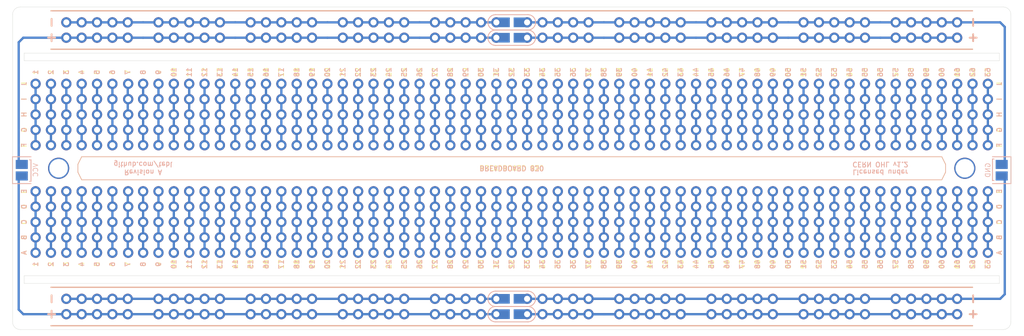
<source format=kicad_pcb>
(kicad_pcb (version 20171130) (host pcbnew "(5.1.8)-1")
  (layers (0 F.Cu signal) (31 B.Cu signal) (34 B.Paste user) (35 F.Paste user) (36 B.SilkS user) (37 F.SilkS user) (38 B.Mask user) (39 F.Mask user) (44 Edge.Cuts user))
  (net 0 "")
  (net 1 /GND1)
  (net 2 /VCC1)
  (net 3 /GND2)
  (net 4 /VCC2)
  (net 5 /GND3)
  (net 6 /VCC3)
  (net 7 /GND4)
  (net 8 /VCC4)
  (net 9 "Net-(A21-Pad1)")
  (net 10 "Net-(A21-Pad2)")
  (net 11 "Net-(A22-Pad2)")
  (net 12 "Net-(A22-Pad1)")
  (net 13 "Net-(A23-Pad1)")
  (net 14 "Net-(A23-Pad2)")
  (net 15 "Net-(A24-Pad2)")
  (net 16 "Net-(A24-Pad1)")
  (net 17 "Net-(A25-Pad1)")
  (net 18 "Net-(A25-Pad2)")
  (net 19 "Net-(A26-Pad2)")
  (net 20 "Net-(A26-Pad1)")
  (net 21 "Net-(A27-Pad1)")
  (net 22 "Net-(A27-Pad2)")
  (net 23 "Net-(A28-Pad2)")
  (net 24 "Net-(A28-Pad1)")
  (net 25 "Net-(A29-Pad1)")
  (net 26 "Net-(A29-Pad2)")
  (net 27 "Net-(A30-Pad1)")
  (net 28 "Net-(A30-Pad2)")
  (net 29 "Net-(A31-Pad2)")
  (net 30 "Net-(A31-Pad1)")
  (net 31 "Net-(A32-Pad1)")
  (net 32 "Net-(A32-Pad2)")
  (net 33 "Net-(A33-Pad2)")
  (net 34 "Net-(A33-Pad1)")
  (net 35 "Net-(A34-Pad1)")
  (net 36 "Net-(A34-Pad2)")
  (net 37 "Net-(A35-Pad2)")
  (net 38 "Net-(A35-Pad1)")
  (net 39 "Net-(A36-Pad1)")
  (net 40 "Net-(A36-Pad2)")
  (net 41 "Net-(A37-Pad1)")
  (net 42 "Net-(A37-Pad2)")
  (net 43 "Net-(A38-Pad2)")
  (net 44 "Net-(A38-Pad1)")
  (net 45 "Net-(A39-Pad1)")
  (net 46 "Net-(A39-Pad2)")
  (net 47 "Net-(A40-Pad2)")
  (net 48 "Net-(A40-Pad1)")
  (net 49 "Net-(A41-Pad1)")
  (net 50 "Net-(A41-Pad2)")
  (net 51 "Net-(A42-Pad2)")
  (net 52 "Net-(A42-Pad1)")
  (net 53 "Net-(A43-Pad1)")
  (net 54 "Net-(A43-Pad2)")
  (net 55 "Net-(A44-Pad2)")
  (net 56 "Net-(A44-Pad1)")
  (net 57 "Net-(A45-Pad1)")
  (net 58 "Net-(A45-Pad2)")
  (net 59 "Net-(A46-Pad2)")
  (net 60 "Net-(A46-Pad1)")
  (net 61 "Net-(A47-Pad1)")
  (net 62 "Net-(A47-Pad2)")
  (net 63 "Net-(A48-Pad2)")
  (net 64 "Net-(A48-Pad1)")
  (net 65 "Net-(A49-Pad1)")
  (net 66 "Net-(A49-Pad2)")
  (net 67 "Net-(A50-Pad2)")
  (net 68 "Net-(A50-Pad1)")
  (net 69 "Net-(A51-Pad1)")
  (net 70 "Net-(A51-Pad2)")
  (net 71 "Net-(A52-Pad2)")
  (net 72 "Net-(A52-Pad1)")
  (net 73 "Net-(A53-Pad1)")
  (net 74 "Net-(A53-Pad2)")
  (net 75 "Net-(A54-Pad2)")
  (net 76 "Net-(A54-Pad1)")
  (net 77 "Net-(A55-Pad1)")
  (net 78 "Net-(A55-Pad2)")
  (net 79 "Net-(A56-Pad2)")
  (net 80 "Net-(A56-Pad1)")
  (net 81 "Net-(A57-Pad1)")
  (net 82 "Net-(A57-Pad2)")
  (net 83 "Net-(A58-Pad2)")
  (net 84 "Net-(A58-Pad1)")
  (net 85 "Net-(A59-Pad1)")
  (net 86 "Net-(A59-Pad2)")
  (net 87 "Net-(A60-Pad2)")
  (net 88 "Net-(A60-Pad1)")
  (net 89 "Net-(A61-Pad1)")
  (net 90 "Net-(A61-Pad2)")
  (net 91 "Net-(A62-Pad2)")
  (net 92 "Net-(A62-Pad1)")
  (net 93 "Net-(A63-Pad1)")
  (net 94 "Net-(A63-Pad2)")
  (net 95 "Net-(A64-Pad2)")
  (net 96 "Net-(A64-Pad1)")
  (net 97 "Net-(A65-Pad1)")
  (net 98 "Net-(A65-Pad2)")
  (net 99 "Net-(A66-Pad2)")
  (net 100 "Net-(A66-Pad1)")
  (net 101 "Net-(A67-Pad1)")
  (net 102 "Net-(A67-Pad2)")
  (net 103 "Net-(A68-Pad2)")
  (net 104 "Net-(A68-Pad1)")
  (net 105 "Net-(A69-Pad1)")
  (net 106 "Net-(A69-Pad2)")
  (net 107 "Net-(A70-Pad2)")
  (net 108 "Net-(A70-Pad1)")
  (net 109 "Net-(A71-Pad1)")
  (net 110 "Net-(A71-Pad2)")
  (net 111 "Net-(A72-Pad2)")
  (net 112 "Net-(A72-Pad1)")
  (net 113 "Net-(A73-Pad1)")
  (net 114 "Net-(A73-Pad2)")
  (net 115 "Net-(A74-Pad2)")
  (net 116 "Net-(A74-Pad1)")
  (net 117 "Net-(A75-Pad1)")
  (net 118 "Net-(A75-Pad2)")
  (net 119 "Net-(A76-Pad2)")
  (net 120 "Net-(A76-Pad1)")
  (net 121 "Net-(A77-Pad1)")
  (net 122 "Net-(A77-Pad2)")
  (net 123 "Net-(A78-Pad2)")
  (net 124 "Net-(A78-Pad1)")
  (net 125 "Net-(A79-Pad1)")
  (net 126 "Net-(A79-Pad2)")
  (net 127 "Net-(A80-Pad2)")
  (net 128 "Net-(A80-Pad1)")
  (net 129 "Net-(A81-Pad1)")
  (net 130 "Net-(A81-Pad2)")
  (net 131 "Net-(A82-Pad2)")
  (net 132 "Net-(A82-Pad1)")
  (net 133 "Net-(A83-Pad1)")
  (net 134 "Net-(A83-Pad2)")
  (module breadboard:bridge2 (layer B.Cu) (at 164.465 71.12 270)
    (fp_text reference JP1 hide)
    (fp_text value LINK_GND)
    (pad 2 smd rect (at 0 -1.905 270) (size 1.6 1.9) (layers B.Cu B.Paste B.Mask) (net 3 /GND2))
    (pad 1 smd rect (at 0 0.635 270) (size 1.6 1.9) (layers B.Cu B.Paste B.Mask) (net 1 /GND1))
  )
  (module breadboard:bridge2 (layer B.Cu) (at 164.465 73.66 270)
    (fp_text reference JP2 hide)
    (fp_text value LINK_VCC)
    (pad 2 smd rect (at 0 -1.905 270) (size 1.6 1.9) (layers B.Cu B.Paste B.Mask) (net 4 /VCC2))
    (pad 1 smd rect (at 0 0.635 270) (size 1.6 1.9) (layers B.Cu B.Paste B.Mask) (net 2 /VCC1))
  )
  (module breadboard:bridge2 (layer B.Cu) (at 164.465 116.84 270)
    (fp_text reference JP3 hide)
    (fp_text value LINK_GND)
    (pad 2 smd rect (at 0 -1.905 270) (size 1.6 1.9) (layers B.Cu B.Paste B.Mask) (net 7 /GND4))
    (pad 1 smd rect (at 0 0.635 270) (size 1.6 1.9) (layers B.Cu B.Paste B.Mask) (net 5 /GND3))
  )
  (module breadboard:bridge2 (layer B.Cu) (at 164.465 119.38 270)
    (fp_text reference JP4 hide)
    (fp_text value LINK_VCC)
    (pad 2 smd rect (at 0 -1.905 270) (size 1.6 1.9) (layers B.Cu B.Paste B.Mask) (net 8 /VCC4))
    (pad 1 smd rect (at 0 0.635 270) (size 1.6 1.9) (layers B.Cu B.Paste B.Mask) (net 6 /VCC3))
  )
  (module mounting:M3 (layer F.Cu) (at 240.03 95.25)
    (fp_text reference H2 hide)
    (fp_text value MountingHole hide)
    (pad "" np_thru_hole circle (at 0 0) (size 3.5 3.5) (drill 3.048) (layers *.Cu *.Mask))
  )
  (module mounting:M3 (layer F.Cu) (at 90.17 95.25)
    (fp_text reference H1 hide)
    (fp_text value MountingHole hide)
    (pad "" np_thru_hole circle (at 0 0) (size 3.5 3.5) (drill 3.048) (layers *.Cu *.Mask))
  )
  (module breadboard:power (layer F.Cu) (at 121.92 119.38)
    (fp_text reference A13 hide)
    (fp_text value PWR)
    (pad 2 thru_hole oval (at 10.16 -2.54) (size 1.7 1.7) (drill 1) (layers *.Cu *.Mask) (net 5 /GND3))
    (pad 2 thru_hole oval (at 7.62 -2.54) (size 1.7 1.7) (drill 1) (layers *.Cu *.Mask) (net 5 /GND3))
    (pad 2 thru_hole oval (at 5.08 -2.54) (size 1.7 1.7) (drill 1) (layers *.Cu *.Mask) (net 5 /GND3))
    (pad 2 thru_hole oval (at 2.54 -2.54) (size 1.7 1.7) (drill 1) (layers *.Cu *.Mask) (net 5 /GND3))
    (pad 2 thru_hole oval (at 0 -2.54) (size 1.7 1.7) (drill 1) (layers *.Cu *.Mask) (net 5 /GND3))
    (pad 1 thru_hole oval (at 0 0) (size 1.7 1.7) (drill 1) (layers *.Cu *.Mask) (net 6 /VCC3))
    (pad 1 thru_hole oval (at 2.54 0) (size 1.7 1.7) (drill 1) (layers *.Cu *.Mask) (net 6 /VCC3))
    (pad 1 thru_hole oval (at 5.08 0) (size 1.7 1.7) (drill 1) (layers *.Cu *.Mask) (net 6 /VCC3))
    (pad 1 thru_hole oval (at 7.62 0) (size 1.7 1.7) (drill 1) (layers *.Cu *.Mask) (net 6 /VCC3))
    (pad 1 thru_hole oval (at 10.16 0) (size 1.7 1.7) (drill 1) (layers *.Cu *.Mask) (net 6 /VCC3))
  )
  (module breadboard:power (layer F.Cu) (at 91.44 119.38)
    (fp_text reference A14 hide)
    (fp_text value PWR)
    (pad 2 thru_hole oval (at 10.16 -2.54) (size 1.7 1.7) (drill 1) (layers *.Cu *.Mask) (net 5 /GND3))
    (pad 2 thru_hole oval (at 7.62 -2.54) (size 1.7 1.7) (drill 1) (layers *.Cu *.Mask) (net 5 /GND3))
    (pad 2 thru_hole oval (at 5.08 -2.54) (size 1.7 1.7) (drill 1) (layers *.Cu *.Mask) (net 5 /GND3))
    (pad 2 thru_hole oval (at 2.54 -2.54) (size 1.7 1.7) (drill 1) (layers *.Cu *.Mask) (net 5 /GND3))
    (pad 2 thru_hole oval (at 0 -2.54) (size 1.7 1.7) (drill 1) (layers *.Cu *.Mask) (net 5 /GND3))
    (pad 1 thru_hole oval (at 0 0) (size 1.7 1.7) (drill 1) (layers *.Cu *.Mask) (net 6 /VCC3))
    (pad 1 thru_hole oval (at 2.54 0) (size 1.7 1.7) (drill 1) (layers *.Cu *.Mask) (net 6 /VCC3))
    (pad 1 thru_hole oval (at 5.08 0) (size 1.7 1.7) (drill 1) (layers *.Cu *.Mask) (net 6 /VCC3))
    (pad 1 thru_hole oval (at 7.62 0) (size 1.7 1.7) (drill 1) (layers *.Cu *.Mask) (net 6 /VCC3))
    (pad 1 thru_hole oval (at 10.16 0) (size 1.7 1.7) (drill 1) (layers *.Cu *.Mask) (net 6 /VCC3))
  )
  (module breadboard:power (layer F.Cu) (at 106.68 119.38)
    (fp_text reference A11 hide)
    (fp_text value PWR)
    (pad 2 thru_hole oval (at 10.16 -2.54) (size 1.7 1.7) (drill 1) (layers *.Cu *.Mask) (net 5 /GND3))
    (pad 2 thru_hole oval (at 7.62 -2.54) (size 1.7 1.7) (drill 1) (layers *.Cu *.Mask) (net 5 /GND3))
    (pad 2 thru_hole oval (at 5.08 -2.54) (size 1.7 1.7) (drill 1) (layers *.Cu *.Mask) (net 5 /GND3))
    (pad 2 thru_hole oval (at 2.54 -2.54) (size 1.7 1.7) (drill 1) (layers *.Cu *.Mask) (net 5 /GND3))
    (pad 2 thru_hole oval (at 0 -2.54) (size 1.7 1.7) (drill 1) (layers *.Cu *.Mask) (net 5 /GND3))
    (pad 1 thru_hole oval (at 0 0) (size 1.7 1.7) (drill 1) (layers *.Cu *.Mask) (net 6 /VCC3))
    (pad 1 thru_hole oval (at 2.54 0) (size 1.7 1.7) (drill 1) (layers *.Cu *.Mask) (net 6 /VCC3))
    (pad 1 thru_hole oval (at 5.08 0) (size 1.7 1.7) (drill 1) (layers *.Cu *.Mask) (net 6 /VCC3))
    (pad 1 thru_hole oval (at 7.62 0) (size 1.7 1.7) (drill 1) (layers *.Cu *.Mask) (net 6 /VCC3))
    (pad 1 thru_hole oval (at 10.16 0) (size 1.7 1.7) (drill 1) (layers *.Cu *.Mask) (net 6 /VCC3))
  )
  (module breadboard:power (layer F.Cu) (at 198.12 119.38)
    (fp_text reference A20 hide)
    (fp_text value PWR)
    (pad 2 thru_hole oval (at 10.16 -2.54) (size 1.7 1.7) (drill 1) (layers *.Cu *.Mask) (net 7 /GND4))
    (pad 2 thru_hole oval (at 7.62 -2.54) (size 1.7 1.7) (drill 1) (layers *.Cu *.Mask) (net 7 /GND4))
    (pad 2 thru_hole oval (at 5.08 -2.54) (size 1.7 1.7) (drill 1) (layers *.Cu *.Mask) (net 7 /GND4))
    (pad 2 thru_hole oval (at 2.54 -2.54) (size 1.7 1.7) (drill 1) (layers *.Cu *.Mask) (net 7 /GND4))
    (pad 2 thru_hole oval (at 0 -2.54) (size 1.7 1.7) (drill 1) (layers *.Cu *.Mask) (net 7 /GND4))
    (pad 1 thru_hole oval (at 0 0) (size 1.7 1.7) (drill 1) (layers *.Cu *.Mask) (net 8 /VCC4))
    (pad 1 thru_hole oval (at 2.54 0) (size 1.7 1.7) (drill 1) (layers *.Cu *.Mask) (net 8 /VCC4))
    (pad 1 thru_hole oval (at 5.08 0) (size 1.7 1.7) (drill 1) (layers *.Cu *.Mask) (net 8 /VCC4))
    (pad 1 thru_hole oval (at 7.62 0) (size 1.7 1.7) (drill 1) (layers *.Cu *.Mask) (net 8 /VCC4))
    (pad 1 thru_hole oval (at 10.16 0) (size 1.7 1.7) (drill 1) (layers *.Cu *.Mask) (net 8 /VCC4))
  )
  (module breadboard:power (layer F.Cu) (at 228.6 119.38)
    (fp_text reference A17 hide)
    (fp_text value PWR)
    (pad 2 thru_hole oval (at 10.16 -2.54) (size 1.7 1.7) (drill 1) (layers *.Cu *.Mask) (net 7 /GND4))
    (pad 2 thru_hole oval (at 7.62 -2.54) (size 1.7 1.7) (drill 1) (layers *.Cu *.Mask) (net 7 /GND4))
    (pad 2 thru_hole oval (at 5.08 -2.54) (size 1.7 1.7) (drill 1) (layers *.Cu *.Mask) (net 7 /GND4))
    (pad 2 thru_hole oval (at 2.54 -2.54) (size 1.7 1.7) (drill 1) (layers *.Cu *.Mask) (net 7 /GND4))
    (pad 2 thru_hole oval (at 0 -2.54) (size 1.7 1.7) (drill 1) (layers *.Cu *.Mask) (net 7 /GND4))
    (pad 1 thru_hole oval (at 0 0) (size 1.7 1.7) (drill 1) (layers *.Cu *.Mask) (net 8 /VCC4))
    (pad 1 thru_hole oval (at 2.54 0) (size 1.7 1.7) (drill 1) (layers *.Cu *.Mask) (net 8 /VCC4))
    (pad 1 thru_hole oval (at 5.08 0) (size 1.7 1.7) (drill 1) (layers *.Cu *.Mask) (net 8 /VCC4))
    (pad 1 thru_hole oval (at 7.62 0) (size 1.7 1.7) (drill 1) (layers *.Cu *.Mask) (net 8 /VCC4))
    (pad 1 thru_hole oval (at 10.16 0) (size 1.7 1.7) (drill 1) (layers *.Cu *.Mask) (net 8 /VCC4))
  )
  (module breadboard:power (layer F.Cu) (at 182.88 119.38)
    (fp_text reference A19 hide)
    (fp_text value PWR)
    (pad 2 thru_hole oval (at 10.16 -2.54) (size 1.7 1.7) (drill 1) (layers *.Cu *.Mask) (net 7 /GND4))
    (pad 2 thru_hole oval (at 7.62 -2.54) (size 1.7 1.7) (drill 1) (layers *.Cu *.Mask) (net 7 /GND4))
    (pad 2 thru_hole oval (at 5.08 -2.54) (size 1.7 1.7) (drill 1) (layers *.Cu *.Mask) (net 7 /GND4))
    (pad 2 thru_hole oval (at 2.54 -2.54) (size 1.7 1.7) (drill 1) (layers *.Cu *.Mask) (net 7 /GND4))
    (pad 2 thru_hole oval (at 0 -2.54) (size 1.7 1.7) (drill 1) (layers *.Cu *.Mask) (net 7 /GND4))
    (pad 1 thru_hole oval (at 0 0) (size 1.7 1.7) (drill 1) (layers *.Cu *.Mask) (net 8 /VCC4))
    (pad 1 thru_hole oval (at 2.54 0) (size 1.7 1.7) (drill 1) (layers *.Cu *.Mask) (net 8 /VCC4))
    (pad 1 thru_hole oval (at 5.08 0) (size 1.7 1.7) (drill 1) (layers *.Cu *.Mask) (net 8 /VCC4))
    (pad 1 thru_hole oval (at 7.62 0) (size 1.7 1.7) (drill 1) (layers *.Cu *.Mask) (net 8 /VCC4))
    (pad 1 thru_hole oval (at 10.16 0) (size 1.7 1.7) (drill 1) (layers *.Cu *.Mask) (net 8 /VCC4))
  )
  (module breadboard:power (layer F.Cu) (at 152.4 119.38)
    (fp_text reference A15 hide)
    (fp_text value PWR)
    (pad 2 thru_hole oval (at 10.16 -2.54) (size 1.7 1.7) (drill 1) (layers *.Cu *.Mask) (net 5 /GND3))
    (pad 2 thru_hole oval (at 7.62 -2.54) (size 1.7 1.7) (drill 1) (layers *.Cu *.Mask) (net 5 /GND3))
    (pad 2 thru_hole oval (at 5.08 -2.54) (size 1.7 1.7) (drill 1) (layers *.Cu *.Mask) (net 5 /GND3))
    (pad 2 thru_hole oval (at 2.54 -2.54) (size 1.7 1.7) (drill 1) (layers *.Cu *.Mask) (net 5 /GND3))
    (pad 2 thru_hole oval (at 0 -2.54) (size 1.7 1.7) (drill 1) (layers *.Cu *.Mask) (net 5 /GND3))
    (pad 1 thru_hole oval (at 0 0) (size 1.7 1.7) (drill 1) (layers *.Cu *.Mask) (net 6 /VCC3))
    (pad 1 thru_hole oval (at 2.54 0) (size 1.7 1.7) (drill 1) (layers *.Cu *.Mask) (net 6 /VCC3))
    (pad 1 thru_hole oval (at 5.08 0) (size 1.7 1.7) (drill 1) (layers *.Cu *.Mask) (net 6 /VCC3))
    (pad 1 thru_hole oval (at 7.62 0) (size 1.7 1.7) (drill 1) (layers *.Cu *.Mask) (net 6 /VCC3))
    (pad 1 thru_hole oval (at 10.16 0) (size 1.7 1.7) (drill 1) (layers *.Cu *.Mask) (net 6 /VCC3))
  )
  (module breadboard:power (layer F.Cu) (at 167.64 119.38)
    (fp_text reference A18 hide)
    (fp_text value PWR)
    (pad 2 thru_hole oval (at 10.16 -2.54) (size 1.7 1.7) (drill 1) (layers *.Cu *.Mask) (net 7 /GND4))
    (pad 2 thru_hole oval (at 7.62 -2.54) (size 1.7 1.7) (drill 1) (layers *.Cu *.Mask) (net 7 /GND4))
    (pad 2 thru_hole oval (at 5.08 -2.54) (size 1.7 1.7) (drill 1) (layers *.Cu *.Mask) (net 7 /GND4))
    (pad 2 thru_hole oval (at 2.54 -2.54) (size 1.7 1.7) (drill 1) (layers *.Cu *.Mask) (net 7 /GND4))
    (pad 2 thru_hole oval (at 0 -2.54) (size 1.7 1.7) (drill 1) (layers *.Cu *.Mask) (net 7 /GND4))
    (pad 1 thru_hole oval (at 0 0) (size 1.7 1.7) (drill 1) (layers *.Cu *.Mask) (net 8 /VCC4))
    (pad 1 thru_hole oval (at 2.54 0) (size 1.7 1.7) (drill 1) (layers *.Cu *.Mask) (net 8 /VCC4))
    (pad 1 thru_hole oval (at 5.08 0) (size 1.7 1.7) (drill 1) (layers *.Cu *.Mask) (net 8 /VCC4))
    (pad 1 thru_hole oval (at 7.62 0) (size 1.7 1.7) (drill 1) (layers *.Cu *.Mask) (net 8 /VCC4))
    (pad 1 thru_hole oval (at 10.16 0) (size 1.7 1.7) (drill 1) (layers *.Cu *.Mask) (net 8 /VCC4))
  )
  (module breadboard:power (layer F.Cu) (at 137.16 119.38)
    (fp_text reference A12 hide)
    (fp_text value PWR)
    (pad 2 thru_hole oval (at 10.16 -2.54) (size 1.7 1.7) (drill 1) (layers *.Cu *.Mask) (net 5 /GND3))
    (pad 2 thru_hole oval (at 7.62 -2.54) (size 1.7 1.7) (drill 1) (layers *.Cu *.Mask) (net 5 /GND3))
    (pad 2 thru_hole oval (at 5.08 -2.54) (size 1.7 1.7) (drill 1) (layers *.Cu *.Mask) (net 5 /GND3))
    (pad 2 thru_hole oval (at 2.54 -2.54) (size 1.7 1.7) (drill 1) (layers *.Cu *.Mask) (net 5 /GND3))
    (pad 2 thru_hole oval (at 0 -2.54) (size 1.7 1.7) (drill 1) (layers *.Cu *.Mask) (net 5 /GND3))
    (pad 1 thru_hole oval (at 0 0) (size 1.7 1.7) (drill 1) (layers *.Cu *.Mask) (net 6 /VCC3))
    (pad 1 thru_hole oval (at 2.54 0) (size 1.7 1.7) (drill 1) (layers *.Cu *.Mask) (net 6 /VCC3))
    (pad 1 thru_hole oval (at 5.08 0) (size 1.7 1.7) (drill 1) (layers *.Cu *.Mask) (net 6 /VCC3))
    (pad 1 thru_hole oval (at 7.62 0) (size 1.7 1.7) (drill 1) (layers *.Cu *.Mask) (net 6 /VCC3))
    (pad 1 thru_hole oval (at 10.16 0) (size 1.7 1.7) (drill 1) (layers *.Cu *.Mask) (net 6 /VCC3))
  )
  (module breadboard:power (layer F.Cu) (at 213.36 119.38)
    (fp_text reference A16 hide)
    (fp_text value PWR)
    (pad 2 thru_hole oval (at 10.16 -2.54) (size 1.7 1.7) (drill 1) (layers *.Cu *.Mask) (net 7 /GND4))
    (pad 2 thru_hole oval (at 7.62 -2.54) (size 1.7 1.7) (drill 1) (layers *.Cu *.Mask) (net 7 /GND4))
    (pad 2 thru_hole oval (at 5.08 -2.54) (size 1.7 1.7) (drill 1) (layers *.Cu *.Mask) (net 7 /GND4))
    (pad 2 thru_hole oval (at 2.54 -2.54) (size 1.7 1.7) (drill 1) (layers *.Cu *.Mask) (net 7 /GND4))
    (pad 2 thru_hole oval (at 0 -2.54) (size 1.7 1.7) (drill 1) (layers *.Cu *.Mask) (net 7 /GND4))
    (pad 1 thru_hole oval (at 0 0) (size 1.7 1.7) (drill 1) (layers *.Cu *.Mask) (net 8 /VCC4))
    (pad 1 thru_hole oval (at 2.54 0) (size 1.7 1.7) (drill 1) (layers *.Cu *.Mask) (net 8 /VCC4))
    (pad 1 thru_hole oval (at 5.08 0) (size 1.7 1.7) (drill 1) (layers *.Cu *.Mask) (net 8 /VCC4))
    (pad 1 thru_hole oval (at 7.62 0) (size 1.7 1.7) (drill 1) (layers *.Cu *.Mask) (net 8 /VCC4))
    (pad 1 thru_hole oval (at 10.16 0) (size 1.7 1.7) (drill 1) (layers *.Cu *.Mask) (net 8 /VCC4))
  )
  (module breadboard:power (layer F.Cu) (at 182.88 73.66)
    (fp_text reference A10 hide)
    (fp_text value PWR)
    (pad 2 thru_hole oval (at 10.16 -2.54) (size 1.7 1.7) (drill 1) (layers *.Cu *.Mask) (net 3 /GND2))
    (pad 2 thru_hole oval (at 7.62 -2.54) (size 1.7 1.7) (drill 1) (layers *.Cu *.Mask) (net 3 /GND2))
    (pad 2 thru_hole oval (at 5.08 -2.54) (size 1.7 1.7) (drill 1) (layers *.Cu *.Mask) (net 3 /GND2))
    (pad 2 thru_hole oval (at 2.54 -2.54) (size 1.7 1.7) (drill 1) (layers *.Cu *.Mask) (net 3 /GND2))
    (pad 2 thru_hole oval (at 0 -2.54) (size 1.7 1.7) (drill 1) (layers *.Cu *.Mask) (net 3 /GND2))
    (pad 1 thru_hole oval (at 0 0) (size 1.7 1.7) (drill 1) (layers *.Cu *.Mask) (net 4 /VCC2))
    (pad 1 thru_hole oval (at 2.54 0) (size 1.7 1.7) (drill 1) (layers *.Cu *.Mask) (net 4 /VCC2))
    (pad 1 thru_hole oval (at 5.08 0) (size 1.7 1.7) (drill 1) (layers *.Cu *.Mask) (net 4 /VCC2))
    (pad 1 thru_hole oval (at 7.62 0) (size 1.7 1.7) (drill 1) (layers *.Cu *.Mask) (net 4 /VCC2))
    (pad 1 thru_hole oval (at 10.16 0) (size 1.7 1.7) (drill 1) (layers *.Cu *.Mask) (net 4 /VCC2))
  )
  (module breadboard:power (layer F.Cu) (at 213.36 73.66)
    (fp_text reference A9 hide)
    (fp_text value PWR)
    (pad 2 thru_hole oval (at 10.16 -2.54) (size 1.7 1.7) (drill 1) (layers *.Cu *.Mask) (net 3 /GND2))
    (pad 2 thru_hole oval (at 7.62 -2.54) (size 1.7 1.7) (drill 1) (layers *.Cu *.Mask) (net 3 /GND2))
    (pad 2 thru_hole oval (at 5.08 -2.54) (size 1.7 1.7) (drill 1) (layers *.Cu *.Mask) (net 3 /GND2))
    (pad 2 thru_hole oval (at 2.54 -2.54) (size 1.7 1.7) (drill 1) (layers *.Cu *.Mask) (net 3 /GND2))
    (pad 2 thru_hole oval (at 0 -2.54) (size 1.7 1.7) (drill 1) (layers *.Cu *.Mask) (net 3 /GND2))
    (pad 1 thru_hole oval (at 0 0) (size 1.7 1.7) (drill 1) (layers *.Cu *.Mask) (net 4 /VCC2))
    (pad 1 thru_hole oval (at 2.54 0) (size 1.7 1.7) (drill 1) (layers *.Cu *.Mask) (net 4 /VCC2))
    (pad 1 thru_hole oval (at 5.08 0) (size 1.7 1.7) (drill 1) (layers *.Cu *.Mask) (net 4 /VCC2))
    (pad 1 thru_hole oval (at 7.62 0) (size 1.7 1.7) (drill 1) (layers *.Cu *.Mask) (net 4 /VCC2))
    (pad 1 thru_hole oval (at 10.16 0) (size 1.7 1.7) (drill 1) (layers *.Cu *.Mask) (net 4 /VCC2))
  )
  (module breadboard:power (layer F.Cu) (at 228.6 73.66)
    (fp_text reference A8 hide)
    (fp_text value PWR)
    (pad 2 thru_hole oval (at 10.16 -2.54) (size 1.7 1.7) (drill 1) (layers *.Cu *.Mask) (net 3 /GND2))
    (pad 2 thru_hole oval (at 7.62 -2.54) (size 1.7 1.7) (drill 1) (layers *.Cu *.Mask) (net 3 /GND2))
    (pad 2 thru_hole oval (at 5.08 -2.54) (size 1.7 1.7) (drill 1) (layers *.Cu *.Mask) (net 3 /GND2))
    (pad 2 thru_hole oval (at 2.54 -2.54) (size 1.7 1.7) (drill 1) (layers *.Cu *.Mask) (net 3 /GND2))
    (pad 2 thru_hole oval (at 0 -2.54) (size 1.7 1.7) (drill 1) (layers *.Cu *.Mask) (net 3 /GND2))
    (pad 1 thru_hole oval (at 0 0) (size 1.7 1.7) (drill 1) (layers *.Cu *.Mask) (net 4 /VCC2))
    (pad 1 thru_hole oval (at 2.54 0) (size 1.7 1.7) (drill 1) (layers *.Cu *.Mask) (net 4 /VCC2))
    (pad 1 thru_hole oval (at 5.08 0) (size 1.7 1.7) (drill 1) (layers *.Cu *.Mask) (net 4 /VCC2))
    (pad 1 thru_hole oval (at 7.62 0) (size 1.7 1.7) (drill 1) (layers *.Cu *.Mask) (net 4 /VCC2))
    (pad 1 thru_hole oval (at 10.16 0) (size 1.7 1.7) (drill 1) (layers *.Cu *.Mask) (net 4 /VCC2))
  )
  (module breadboard:power (layer F.Cu) (at 167.64 73.66)
    (fp_text reference A7 hide)
    (fp_text value PWR)
    (pad 2 thru_hole oval (at 10.16 -2.54) (size 1.7 1.7) (drill 1) (layers *.Cu *.Mask) (net 3 /GND2))
    (pad 2 thru_hole oval (at 7.62 -2.54) (size 1.7 1.7) (drill 1) (layers *.Cu *.Mask) (net 3 /GND2))
    (pad 2 thru_hole oval (at 5.08 -2.54) (size 1.7 1.7) (drill 1) (layers *.Cu *.Mask) (net 3 /GND2))
    (pad 2 thru_hole oval (at 2.54 -2.54) (size 1.7 1.7) (drill 1) (layers *.Cu *.Mask) (net 3 /GND2))
    (pad 2 thru_hole oval (at 0 -2.54) (size 1.7 1.7) (drill 1) (layers *.Cu *.Mask) (net 3 /GND2))
    (pad 1 thru_hole oval (at 0 0) (size 1.7 1.7) (drill 1) (layers *.Cu *.Mask) (net 4 /VCC2))
    (pad 1 thru_hole oval (at 2.54 0) (size 1.7 1.7) (drill 1) (layers *.Cu *.Mask) (net 4 /VCC2))
    (pad 1 thru_hole oval (at 5.08 0) (size 1.7 1.7) (drill 1) (layers *.Cu *.Mask) (net 4 /VCC2))
    (pad 1 thru_hole oval (at 7.62 0) (size 1.7 1.7) (drill 1) (layers *.Cu *.Mask) (net 4 /VCC2))
    (pad 1 thru_hole oval (at 10.16 0) (size 1.7 1.7) (drill 1) (layers *.Cu *.Mask) (net 4 /VCC2))
  )
  (module breadboard:power (layer F.Cu) (at 198.12 73.66)
    (fp_text reference A6 hide)
    (fp_text value PWR)
    (pad 2 thru_hole oval (at 10.16 -2.54) (size 1.7 1.7) (drill 1) (layers *.Cu *.Mask) (net 3 /GND2))
    (pad 2 thru_hole oval (at 7.62 -2.54) (size 1.7 1.7) (drill 1) (layers *.Cu *.Mask) (net 3 /GND2))
    (pad 2 thru_hole oval (at 5.08 -2.54) (size 1.7 1.7) (drill 1) (layers *.Cu *.Mask) (net 3 /GND2))
    (pad 2 thru_hole oval (at 2.54 -2.54) (size 1.7 1.7) (drill 1) (layers *.Cu *.Mask) (net 3 /GND2))
    (pad 2 thru_hole oval (at 0 -2.54) (size 1.7 1.7) (drill 1) (layers *.Cu *.Mask) (net 3 /GND2))
    (pad 1 thru_hole oval (at 0 0) (size 1.7 1.7) (drill 1) (layers *.Cu *.Mask) (net 4 /VCC2))
    (pad 1 thru_hole oval (at 2.54 0) (size 1.7 1.7) (drill 1) (layers *.Cu *.Mask) (net 4 /VCC2))
    (pad 1 thru_hole oval (at 5.08 0) (size 1.7 1.7) (drill 1) (layers *.Cu *.Mask) (net 4 /VCC2))
    (pad 1 thru_hole oval (at 7.62 0) (size 1.7 1.7) (drill 1) (layers *.Cu *.Mask) (net 4 /VCC2))
    (pad 1 thru_hole oval (at 10.16 0) (size 1.7 1.7) (drill 1) (layers *.Cu *.Mask) (net 4 /VCC2))
  )
  (module breadboard:power (layer F.Cu) (at 137.16 73.66)
    (fp_text reference A5 hide)
    (fp_text value PWR)
    (pad 2 thru_hole oval (at 10.16 -2.54) (size 1.7 1.7) (drill 1) (layers *.Cu *.Mask) (net 1 /GND1))
    (pad 2 thru_hole oval (at 7.62 -2.54) (size 1.7 1.7) (drill 1) (layers *.Cu *.Mask) (net 1 /GND1))
    (pad 2 thru_hole oval (at 5.08 -2.54) (size 1.7 1.7) (drill 1) (layers *.Cu *.Mask) (net 1 /GND1))
    (pad 2 thru_hole oval (at 2.54 -2.54) (size 1.7 1.7) (drill 1) (layers *.Cu *.Mask) (net 1 /GND1))
    (pad 2 thru_hole oval (at 0 -2.54) (size 1.7 1.7) (drill 1) (layers *.Cu *.Mask) (net 1 /GND1))
    (pad 1 thru_hole oval (at 0 0) (size 1.7 1.7) (drill 1) (layers *.Cu *.Mask) (net 2 /VCC1))
    (pad 1 thru_hole oval (at 2.54 0) (size 1.7 1.7) (drill 1) (layers *.Cu *.Mask) (net 2 /VCC1))
    (pad 1 thru_hole oval (at 5.08 0) (size 1.7 1.7) (drill 1) (layers *.Cu *.Mask) (net 2 /VCC1))
    (pad 1 thru_hole oval (at 7.62 0) (size 1.7 1.7) (drill 1) (layers *.Cu *.Mask) (net 2 /VCC1))
    (pad 1 thru_hole oval (at 10.16 0) (size 1.7 1.7) (drill 1) (layers *.Cu *.Mask) (net 2 /VCC1))
  )
  (module breadboard:power (layer F.Cu) (at 152.4 73.66)
    (fp_text reference A4 hide)
    (fp_text value PWR)
    (pad 2 thru_hole oval (at 10.16 -2.54) (size 1.7 1.7) (drill 1) (layers *.Cu *.Mask) (net 1 /GND1))
    (pad 2 thru_hole oval (at 7.62 -2.54) (size 1.7 1.7) (drill 1) (layers *.Cu *.Mask) (net 1 /GND1))
    (pad 2 thru_hole oval (at 5.08 -2.54) (size 1.7 1.7) (drill 1) (layers *.Cu *.Mask) (net 1 /GND1))
    (pad 2 thru_hole oval (at 2.54 -2.54) (size 1.7 1.7) (drill 1) (layers *.Cu *.Mask) (net 1 /GND1))
    (pad 2 thru_hole oval (at 0 -2.54) (size 1.7 1.7) (drill 1) (layers *.Cu *.Mask) (net 1 /GND1))
    (pad 1 thru_hole oval (at 0 0) (size 1.7 1.7) (drill 1) (layers *.Cu *.Mask) (net 2 /VCC1))
    (pad 1 thru_hole oval (at 2.54 0) (size 1.7 1.7) (drill 1) (layers *.Cu *.Mask) (net 2 /VCC1))
    (pad 1 thru_hole oval (at 5.08 0) (size 1.7 1.7) (drill 1) (layers *.Cu *.Mask) (net 2 /VCC1))
    (pad 1 thru_hole oval (at 7.62 0) (size 1.7 1.7) (drill 1) (layers *.Cu *.Mask) (net 2 /VCC1))
    (pad 1 thru_hole oval (at 10.16 0) (size 1.7 1.7) (drill 1) (layers *.Cu *.Mask) (net 2 /VCC1))
  )
  (module breadboard:power (layer F.Cu) (at 106.68 73.66)
    (fp_text reference A3 hide)
    (fp_text value PWR)
    (pad 2 thru_hole oval (at 10.16 -2.54) (size 1.7 1.7) (drill 1) (layers *.Cu *.Mask) (net 1 /GND1))
    (pad 2 thru_hole oval (at 7.62 -2.54) (size 1.7 1.7) (drill 1) (layers *.Cu *.Mask) (net 1 /GND1))
    (pad 2 thru_hole oval (at 5.08 -2.54) (size 1.7 1.7) (drill 1) (layers *.Cu *.Mask) (net 1 /GND1))
    (pad 2 thru_hole oval (at 2.54 -2.54) (size 1.7 1.7) (drill 1) (layers *.Cu *.Mask) (net 1 /GND1))
    (pad 2 thru_hole oval (at 0 -2.54) (size 1.7 1.7) (drill 1) (layers *.Cu *.Mask) (net 1 /GND1))
    (pad 1 thru_hole oval (at 0 0) (size 1.7 1.7) (drill 1) (layers *.Cu *.Mask) (net 2 /VCC1))
    (pad 1 thru_hole oval (at 2.54 0) (size 1.7 1.7) (drill 1) (layers *.Cu *.Mask) (net 2 /VCC1))
    (pad 1 thru_hole oval (at 5.08 0) (size 1.7 1.7) (drill 1) (layers *.Cu *.Mask) (net 2 /VCC1))
    (pad 1 thru_hole oval (at 7.62 0) (size 1.7 1.7) (drill 1) (layers *.Cu *.Mask) (net 2 /VCC1))
    (pad 1 thru_hole oval (at 10.16 0) (size 1.7 1.7) (drill 1) (layers *.Cu *.Mask) (net 2 /VCC1))
  )
  (module breadboard:power (layer F.Cu) (at 121.92 73.66)
    (fp_text reference A2 hide)
    (fp_text value PWR)
    (pad 2 thru_hole oval (at 10.16 -2.54) (size 1.7 1.7) (drill 1) (layers *.Cu *.Mask) (net 1 /GND1))
    (pad 2 thru_hole oval (at 7.62 -2.54) (size 1.7 1.7) (drill 1) (layers *.Cu *.Mask) (net 1 /GND1))
    (pad 2 thru_hole oval (at 5.08 -2.54) (size 1.7 1.7) (drill 1) (layers *.Cu *.Mask) (net 1 /GND1))
    (pad 2 thru_hole oval (at 2.54 -2.54) (size 1.7 1.7) (drill 1) (layers *.Cu *.Mask) (net 1 /GND1))
    (pad 2 thru_hole oval (at 0 -2.54) (size 1.7 1.7) (drill 1) (layers *.Cu *.Mask) (net 1 /GND1))
    (pad 1 thru_hole oval (at 0 0) (size 1.7 1.7) (drill 1) (layers *.Cu *.Mask) (net 2 /VCC1))
    (pad 1 thru_hole oval (at 2.54 0) (size 1.7 1.7) (drill 1) (layers *.Cu *.Mask) (net 2 /VCC1))
    (pad 1 thru_hole oval (at 5.08 0) (size 1.7 1.7) (drill 1) (layers *.Cu *.Mask) (net 2 /VCC1))
    (pad 1 thru_hole oval (at 7.62 0) (size 1.7 1.7) (drill 1) (layers *.Cu *.Mask) (net 2 /VCC1))
    (pad 1 thru_hole oval (at 10.16 0) (size 1.7 1.7) (drill 1) (layers *.Cu *.Mask) (net 2 /VCC1))
  )
  (module breadboard:power (layer F.Cu) (at 91.44 73.66)
    (fp_text reference A1 hide)
    (fp_text value PWR)
    (pad 2 thru_hole oval (at 10.16 -2.54) (size 1.7 1.7) (drill 1) (layers *.Cu *.Mask) (net 1 /GND1))
    (pad 2 thru_hole oval (at 7.62 -2.54) (size 1.7 1.7) (drill 1) (layers *.Cu *.Mask) (net 1 /GND1))
    (pad 2 thru_hole oval (at 5.08 -2.54) (size 1.7 1.7) (drill 1) (layers *.Cu *.Mask) (net 1 /GND1))
    (pad 2 thru_hole oval (at 2.54 -2.54) (size 1.7 1.7) (drill 1) (layers *.Cu *.Mask) (net 1 /GND1))
    (pad 2 thru_hole oval (at 0 -2.54) (size 1.7 1.7) (drill 1) (layers *.Cu *.Mask) (net 1 /GND1))
    (pad 1 thru_hole oval (at 0 0) (size 1.7 1.7) (drill 1) (layers *.Cu *.Mask) (net 2 /VCC1))
    (pad 1 thru_hole oval (at 2.54 0) (size 1.7 1.7) (drill 1) (layers *.Cu *.Mask) (net 2 /VCC1))
    (pad 1 thru_hole oval (at 5.08 0) (size 1.7 1.7) (drill 1) (layers *.Cu *.Mask) (net 2 /VCC1))
    (pad 1 thru_hole oval (at 7.62 0) (size 1.7 1.7) (drill 1) (layers *.Cu *.Mask) (net 2 /VCC1))
    (pad 1 thru_hole oval (at 10.16 0) (size 1.7 1.7) (drill 1) (layers *.Cu *.Mask) (net 2 /VCC1))
  )
  (module breadboard:section (layer F.Cu) (at 86.36 109.22)
    (fp_text reference A21 hide)
    (fp_text value BB)
    (pad 1 thru_hole oval (at 0 0) (size 1.7 1.7) (drill 1) (layers *.Cu *.Mask) (net 9 "Net-(A21-Pad1)"))
    (pad 1 thru_hole oval (at 0 -2.54) (size 1.7 1.7) (drill 1) (layers *.Cu *.Mask) (net 9 "Net-(A21-Pad1)"))
    (pad 1 thru_hole oval (at 0 -5.08) (size 1.7 1.7) (drill 1) (layers *.Cu *.Mask) (net 9 "Net-(A21-Pad1)"))
    (pad 1 thru_hole oval (at 0 -7.62) (size 1.7 1.7) (drill 1) (layers *.Cu *.Mask) (net 9 "Net-(A21-Pad1)"))
    (pad 1 thru_hole oval (at 0 -10.16) (size 1.7 1.7) (drill 1) (layers *.Cu *.Mask) (net 9 "Net-(A21-Pad1)"))
    (pad 2 thru_hole oval (at 0 -17.78) (size 1.7 1.7) (drill 1) (layers *.Cu *.Mask) (net 10 "Net-(A21-Pad2)"))
    (pad 2 thru_hole oval (at 0 -20.32) (size 1.7 1.7) (drill 1) (layers *.Cu *.Mask) (net 10 "Net-(A21-Pad2)"))
    (pad 2 thru_hole oval (at 0 -22.86) (size 1.7 1.7) (drill 1) (layers *.Cu *.Mask) (net 10 "Net-(A21-Pad2)"))
    (pad 2 thru_hole oval (at 0 -25.4) (size 1.7 1.7) (drill 1) (layers *.Cu *.Mask) (net 10 "Net-(A21-Pad2)"))
    (pad 2 thru_hole oval (at 0 -27.94) (size 1.7 1.7) (drill 1) (layers *.Cu *.Mask) (net 10 "Net-(A21-Pad2)"))
  )
  (module breadboard:section (layer F.Cu) (at 182.88 109.22)
    (fp_text reference A22 hide)
    (fp_text value BB)
    (pad 2 thru_hole oval (at 0 -27.94) (size 1.7 1.7) (drill 1) (layers *.Cu *.Mask) (net 11 "Net-(A22-Pad2)"))
    (pad 2 thru_hole oval (at 0 -25.4) (size 1.7 1.7) (drill 1) (layers *.Cu *.Mask) (net 11 "Net-(A22-Pad2)"))
    (pad 2 thru_hole oval (at 0 -22.86) (size 1.7 1.7) (drill 1) (layers *.Cu *.Mask) (net 11 "Net-(A22-Pad2)"))
    (pad 2 thru_hole oval (at 0 -20.32) (size 1.7 1.7) (drill 1) (layers *.Cu *.Mask) (net 11 "Net-(A22-Pad2)"))
    (pad 2 thru_hole oval (at 0 -17.78) (size 1.7 1.7) (drill 1) (layers *.Cu *.Mask) (net 11 "Net-(A22-Pad2)"))
    (pad 1 thru_hole oval (at 0 -10.16) (size 1.7 1.7) (drill 1) (layers *.Cu *.Mask) (net 12 "Net-(A22-Pad1)"))
    (pad 1 thru_hole oval (at 0 -7.62) (size 1.7 1.7) (drill 1) (layers *.Cu *.Mask) (net 12 "Net-(A22-Pad1)"))
    (pad 1 thru_hole oval (at 0 -5.08) (size 1.7 1.7) (drill 1) (layers *.Cu *.Mask) (net 12 "Net-(A22-Pad1)"))
    (pad 1 thru_hole oval (at 0 -2.54) (size 1.7 1.7) (drill 1) (layers *.Cu *.Mask) (net 12 "Net-(A22-Pad1)"))
    (pad 1 thru_hole oval (at 0 0) (size 1.7 1.7) (drill 1) (layers *.Cu *.Mask) (net 12 "Net-(A22-Pad1)"))
  )
  (module breadboard:section (layer F.Cu) (at 215.9 109.22)
    (fp_text reference A23 hide)
    (fp_text value BB)
    (pad 1 thru_hole oval (at 0 0) (size 1.7 1.7) (drill 1) (layers *.Cu *.Mask) (net 13 "Net-(A23-Pad1)"))
    (pad 1 thru_hole oval (at 0 -2.54) (size 1.7 1.7) (drill 1) (layers *.Cu *.Mask) (net 13 "Net-(A23-Pad1)"))
    (pad 1 thru_hole oval (at 0 -5.08) (size 1.7 1.7) (drill 1) (layers *.Cu *.Mask) (net 13 "Net-(A23-Pad1)"))
    (pad 1 thru_hole oval (at 0 -7.62) (size 1.7 1.7) (drill 1) (layers *.Cu *.Mask) (net 13 "Net-(A23-Pad1)"))
    (pad 1 thru_hole oval (at 0 -10.16) (size 1.7 1.7) (drill 1) (layers *.Cu *.Mask) (net 13 "Net-(A23-Pad1)"))
    (pad 2 thru_hole oval (at 0 -17.78) (size 1.7 1.7) (drill 1) (layers *.Cu *.Mask) (net 14 "Net-(A23-Pad2)"))
    (pad 2 thru_hole oval (at 0 -20.32) (size 1.7 1.7) (drill 1) (layers *.Cu *.Mask) (net 14 "Net-(A23-Pad2)"))
    (pad 2 thru_hole oval (at 0 -22.86) (size 1.7 1.7) (drill 1) (layers *.Cu *.Mask) (net 14 "Net-(A23-Pad2)"))
    (pad 2 thru_hole oval (at 0 -25.4) (size 1.7 1.7) (drill 1) (layers *.Cu *.Mask) (net 14 "Net-(A23-Pad2)"))
    (pad 2 thru_hole oval (at 0 -27.94) (size 1.7 1.7) (drill 1) (layers *.Cu *.Mask) (net 14 "Net-(A23-Pad2)"))
  )
  (module breadboard:section (layer F.Cu) (at 213.36 109.22)
    (fp_text reference A24 hide)
    (fp_text value BB)
    (pad 2 thru_hole oval (at 0 -27.94) (size 1.7 1.7) (drill 1) (layers *.Cu *.Mask) (net 15 "Net-(A24-Pad2)"))
    (pad 2 thru_hole oval (at 0 -25.4) (size 1.7 1.7) (drill 1) (layers *.Cu *.Mask) (net 15 "Net-(A24-Pad2)"))
    (pad 2 thru_hole oval (at 0 -22.86) (size 1.7 1.7) (drill 1) (layers *.Cu *.Mask) (net 15 "Net-(A24-Pad2)"))
    (pad 2 thru_hole oval (at 0 -20.32) (size 1.7 1.7) (drill 1) (layers *.Cu *.Mask) (net 15 "Net-(A24-Pad2)"))
    (pad 2 thru_hole oval (at 0 -17.78) (size 1.7 1.7) (drill 1) (layers *.Cu *.Mask) (net 15 "Net-(A24-Pad2)"))
    (pad 1 thru_hole oval (at 0 -10.16) (size 1.7 1.7) (drill 1) (layers *.Cu *.Mask) (net 16 "Net-(A24-Pad1)"))
    (pad 1 thru_hole oval (at 0 -7.62) (size 1.7 1.7) (drill 1) (layers *.Cu *.Mask) (net 16 "Net-(A24-Pad1)"))
    (pad 1 thru_hole oval (at 0 -5.08) (size 1.7 1.7) (drill 1) (layers *.Cu *.Mask) (net 16 "Net-(A24-Pad1)"))
    (pad 1 thru_hole oval (at 0 -2.54) (size 1.7 1.7) (drill 1) (layers *.Cu *.Mask) (net 16 "Net-(A24-Pad1)"))
    (pad 1 thru_hole oval (at 0 0) (size 1.7 1.7) (drill 1) (layers *.Cu *.Mask) (net 16 "Net-(A24-Pad1)"))
  )
  (module breadboard:section (layer F.Cu) (at 210.82 109.22)
    (fp_text reference A25 hide)
    (fp_text value BB)
    (pad 1 thru_hole oval (at 0 0) (size 1.7 1.7) (drill 1) (layers *.Cu *.Mask) (net 17 "Net-(A25-Pad1)"))
    (pad 1 thru_hole oval (at 0 -2.54) (size 1.7 1.7) (drill 1) (layers *.Cu *.Mask) (net 17 "Net-(A25-Pad1)"))
    (pad 1 thru_hole oval (at 0 -5.08) (size 1.7 1.7) (drill 1) (layers *.Cu *.Mask) (net 17 "Net-(A25-Pad1)"))
    (pad 1 thru_hole oval (at 0 -7.62) (size 1.7 1.7) (drill 1) (layers *.Cu *.Mask) (net 17 "Net-(A25-Pad1)"))
    (pad 1 thru_hole oval (at 0 -10.16) (size 1.7 1.7) (drill 1) (layers *.Cu *.Mask) (net 17 "Net-(A25-Pad1)"))
    (pad 2 thru_hole oval (at 0 -17.78) (size 1.7 1.7) (drill 1) (layers *.Cu *.Mask) (net 18 "Net-(A25-Pad2)"))
    (pad 2 thru_hole oval (at 0 -20.32) (size 1.7 1.7) (drill 1) (layers *.Cu *.Mask) (net 18 "Net-(A25-Pad2)"))
    (pad 2 thru_hole oval (at 0 -22.86) (size 1.7 1.7) (drill 1) (layers *.Cu *.Mask) (net 18 "Net-(A25-Pad2)"))
    (pad 2 thru_hole oval (at 0 -25.4) (size 1.7 1.7) (drill 1) (layers *.Cu *.Mask) (net 18 "Net-(A25-Pad2)"))
    (pad 2 thru_hole oval (at 0 -27.94) (size 1.7 1.7) (drill 1) (layers *.Cu *.Mask) (net 18 "Net-(A25-Pad2)"))
  )
  (module breadboard:section (layer F.Cu) (at 208.28 109.22)
    (fp_text reference A26 hide)
    (fp_text value BB)
    (pad 2 thru_hole oval (at 0 -27.94) (size 1.7 1.7) (drill 1) (layers *.Cu *.Mask) (net 19 "Net-(A26-Pad2)"))
    (pad 2 thru_hole oval (at 0 -25.4) (size 1.7 1.7) (drill 1) (layers *.Cu *.Mask) (net 19 "Net-(A26-Pad2)"))
    (pad 2 thru_hole oval (at 0 -22.86) (size 1.7 1.7) (drill 1) (layers *.Cu *.Mask) (net 19 "Net-(A26-Pad2)"))
    (pad 2 thru_hole oval (at 0 -20.32) (size 1.7 1.7) (drill 1) (layers *.Cu *.Mask) (net 19 "Net-(A26-Pad2)"))
    (pad 2 thru_hole oval (at 0 -17.78) (size 1.7 1.7) (drill 1) (layers *.Cu *.Mask) (net 19 "Net-(A26-Pad2)"))
    (pad 1 thru_hole oval (at 0 -10.16) (size 1.7 1.7) (drill 1) (layers *.Cu *.Mask) (net 20 "Net-(A26-Pad1)"))
    (pad 1 thru_hole oval (at 0 -7.62) (size 1.7 1.7) (drill 1) (layers *.Cu *.Mask) (net 20 "Net-(A26-Pad1)"))
    (pad 1 thru_hole oval (at 0 -5.08) (size 1.7 1.7) (drill 1) (layers *.Cu *.Mask) (net 20 "Net-(A26-Pad1)"))
    (pad 1 thru_hole oval (at 0 -2.54) (size 1.7 1.7) (drill 1) (layers *.Cu *.Mask) (net 20 "Net-(A26-Pad1)"))
    (pad 1 thru_hole oval (at 0 0) (size 1.7 1.7) (drill 1) (layers *.Cu *.Mask) (net 20 "Net-(A26-Pad1)"))
  )
  (module breadboard:section (layer F.Cu) (at 205.74 109.22)
    (fp_text reference A27 hide)
    (fp_text value BB)
    (pad 1 thru_hole oval (at 0 0) (size 1.7 1.7) (drill 1) (layers *.Cu *.Mask) (net 21 "Net-(A27-Pad1)"))
    (pad 1 thru_hole oval (at 0 -2.54) (size 1.7 1.7) (drill 1) (layers *.Cu *.Mask) (net 21 "Net-(A27-Pad1)"))
    (pad 1 thru_hole oval (at 0 -5.08) (size 1.7 1.7) (drill 1) (layers *.Cu *.Mask) (net 21 "Net-(A27-Pad1)"))
    (pad 1 thru_hole oval (at 0 -7.62) (size 1.7 1.7) (drill 1) (layers *.Cu *.Mask) (net 21 "Net-(A27-Pad1)"))
    (pad 1 thru_hole oval (at 0 -10.16) (size 1.7 1.7) (drill 1) (layers *.Cu *.Mask) (net 21 "Net-(A27-Pad1)"))
    (pad 2 thru_hole oval (at 0 -17.78) (size 1.7 1.7) (drill 1) (layers *.Cu *.Mask) (net 22 "Net-(A27-Pad2)"))
    (pad 2 thru_hole oval (at 0 -20.32) (size 1.7 1.7) (drill 1) (layers *.Cu *.Mask) (net 22 "Net-(A27-Pad2)"))
    (pad 2 thru_hole oval (at 0 -22.86) (size 1.7 1.7) (drill 1) (layers *.Cu *.Mask) (net 22 "Net-(A27-Pad2)"))
    (pad 2 thru_hole oval (at 0 -25.4) (size 1.7 1.7) (drill 1) (layers *.Cu *.Mask) (net 22 "Net-(A27-Pad2)"))
    (pad 2 thru_hole oval (at 0 -27.94) (size 1.7 1.7) (drill 1) (layers *.Cu *.Mask) (net 22 "Net-(A27-Pad2)"))
  )
  (module breadboard:section (layer F.Cu) (at 203.2 109.22)
    (fp_text reference A28 hide)
    (fp_text value BB)
    (pad 2 thru_hole oval (at 0 -27.94) (size 1.7 1.7) (drill 1) (layers *.Cu *.Mask) (net 23 "Net-(A28-Pad2)"))
    (pad 2 thru_hole oval (at 0 -25.4) (size 1.7 1.7) (drill 1) (layers *.Cu *.Mask) (net 23 "Net-(A28-Pad2)"))
    (pad 2 thru_hole oval (at 0 -22.86) (size 1.7 1.7) (drill 1) (layers *.Cu *.Mask) (net 23 "Net-(A28-Pad2)"))
    (pad 2 thru_hole oval (at 0 -20.32) (size 1.7 1.7) (drill 1) (layers *.Cu *.Mask) (net 23 "Net-(A28-Pad2)"))
    (pad 2 thru_hole oval (at 0 -17.78) (size 1.7 1.7) (drill 1) (layers *.Cu *.Mask) (net 23 "Net-(A28-Pad2)"))
    (pad 1 thru_hole oval (at 0 -10.16) (size 1.7 1.7) (drill 1) (layers *.Cu *.Mask) (net 24 "Net-(A28-Pad1)"))
    (pad 1 thru_hole oval (at 0 -7.62) (size 1.7 1.7) (drill 1) (layers *.Cu *.Mask) (net 24 "Net-(A28-Pad1)"))
    (pad 1 thru_hole oval (at 0 -5.08) (size 1.7 1.7) (drill 1) (layers *.Cu *.Mask) (net 24 "Net-(A28-Pad1)"))
    (pad 1 thru_hole oval (at 0 -2.54) (size 1.7 1.7) (drill 1) (layers *.Cu *.Mask) (net 24 "Net-(A28-Pad1)"))
    (pad 1 thru_hole oval (at 0 0) (size 1.7 1.7) (drill 1) (layers *.Cu *.Mask) (net 24 "Net-(A28-Pad1)"))
  )
  (module breadboard:section (layer F.Cu) (at 200.66 109.22)
    (fp_text reference A29 hide)
    (fp_text value BB)
    (pad 1 thru_hole oval (at 0 0) (size 1.7 1.7) (drill 1) (layers *.Cu *.Mask) (net 25 "Net-(A29-Pad1)"))
    (pad 1 thru_hole oval (at 0 -2.54) (size 1.7 1.7) (drill 1) (layers *.Cu *.Mask) (net 25 "Net-(A29-Pad1)"))
    (pad 1 thru_hole oval (at 0 -5.08) (size 1.7 1.7) (drill 1) (layers *.Cu *.Mask) (net 25 "Net-(A29-Pad1)"))
    (pad 1 thru_hole oval (at 0 -7.62) (size 1.7 1.7) (drill 1) (layers *.Cu *.Mask) (net 25 "Net-(A29-Pad1)"))
    (pad 1 thru_hole oval (at 0 -10.16) (size 1.7 1.7) (drill 1) (layers *.Cu *.Mask) (net 25 "Net-(A29-Pad1)"))
    (pad 2 thru_hole oval (at 0 -17.78) (size 1.7 1.7) (drill 1) (layers *.Cu *.Mask) (net 26 "Net-(A29-Pad2)"))
    (pad 2 thru_hole oval (at 0 -20.32) (size 1.7 1.7) (drill 1) (layers *.Cu *.Mask) (net 26 "Net-(A29-Pad2)"))
    (pad 2 thru_hole oval (at 0 -22.86) (size 1.7 1.7) (drill 1) (layers *.Cu *.Mask) (net 26 "Net-(A29-Pad2)"))
    (pad 2 thru_hole oval (at 0 -25.4) (size 1.7 1.7) (drill 1) (layers *.Cu *.Mask) (net 26 "Net-(A29-Pad2)"))
    (pad 2 thru_hole oval (at 0 -27.94) (size 1.7 1.7) (drill 1) (layers *.Cu *.Mask) (net 26 "Net-(A29-Pad2)"))
  )
  (module breadboard:section (layer F.Cu) (at 198.12 109.22)
    (fp_text reference A30 hide)
    (fp_text value BB)
    (pad 1 thru_hole oval (at 0 0) (size 1.7 1.7) (drill 1) (layers *.Cu *.Mask) (net 27 "Net-(A30-Pad1)"))
    (pad 1 thru_hole oval (at 0 -2.54) (size 1.7 1.7) (drill 1) (layers *.Cu *.Mask) (net 27 "Net-(A30-Pad1)"))
    (pad 1 thru_hole oval (at 0 -5.08) (size 1.7 1.7) (drill 1) (layers *.Cu *.Mask) (net 27 "Net-(A30-Pad1)"))
    (pad 1 thru_hole oval (at 0 -7.62) (size 1.7 1.7) (drill 1) (layers *.Cu *.Mask) (net 27 "Net-(A30-Pad1)"))
    (pad 1 thru_hole oval (at 0 -10.16) (size 1.7 1.7) (drill 1) (layers *.Cu *.Mask) (net 27 "Net-(A30-Pad1)"))
    (pad 2 thru_hole oval (at 0 -17.78) (size 1.7 1.7) (drill 1) (layers *.Cu *.Mask) (net 28 "Net-(A30-Pad2)"))
    (pad 2 thru_hole oval (at 0 -20.32) (size 1.7 1.7) (drill 1) (layers *.Cu *.Mask) (net 28 "Net-(A30-Pad2)"))
    (pad 2 thru_hole oval (at 0 -22.86) (size 1.7 1.7) (drill 1) (layers *.Cu *.Mask) (net 28 "Net-(A30-Pad2)"))
    (pad 2 thru_hole oval (at 0 -25.4) (size 1.7 1.7) (drill 1) (layers *.Cu *.Mask) (net 28 "Net-(A30-Pad2)"))
    (pad 2 thru_hole oval (at 0 -27.94) (size 1.7 1.7) (drill 1) (layers *.Cu *.Mask) (net 28 "Net-(A30-Pad2)"))
  )
  (module breadboard:section (layer F.Cu) (at 195.58 109.22)
    (fp_text reference A31 hide)
    (fp_text value BB)
    (pad 2 thru_hole oval (at 0 -27.94) (size 1.7 1.7) (drill 1) (layers *.Cu *.Mask) (net 29 "Net-(A31-Pad2)"))
    (pad 2 thru_hole oval (at 0 -25.4) (size 1.7 1.7) (drill 1) (layers *.Cu *.Mask) (net 29 "Net-(A31-Pad2)"))
    (pad 2 thru_hole oval (at 0 -22.86) (size 1.7 1.7) (drill 1) (layers *.Cu *.Mask) (net 29 "Net-(A31-Pad2)"))
    (pad 2 thru_hole oval (at 0 -20.32) (size 1.7 1.7) (drill 1) (layers *.Cu *.Mask) (net 29 "Net-(A31-Pad2)"))
    (pad 2 thru_hole oval (at 0 -17.78) (size 1.7 1.7) (drill 1) (layers *.Cu *.Mask) (net 29 "Net-(A31-Pad2)"))
    (pad 1 thru_hole oval (at 0 -10.16) (size 1.7 1.7) (drill 1) (layers *.Cu *.Mask) (net 30 "Net-(A31-Pad1)"))
    (pad 1 thru_hole oval (at 0 -7.62) (size 1.7 1.7) (drill 1) (layers *.Cu *.Mask) (net 30 "Net-(A31-Pad1)"))
    (pad 1 thru_hole oval (at 0 -5.08) (size 1.7 1.7) (drill 1) (layers *.Cu *.Mask) (net 30 "Net-(A31-Pad1)"))
    (pad 1 thru_hole oval (at 0 -2.54) (size 1.7 1.7) (drill 1) (layers *.Cu *.Mask) (net 30 "Net-(A31-Pad1)"))
    (pad 1 thru_hole oval (at 0 0) (size 1.7 1.7) (drill 1) (layers *.Cu *.Mask) (net 30 "Net-(A31-Pad1)"))
  )
  (module breadboard:section (layer F.Cu) (at 193.04 109.22)
    (fp_text reference A32 hide)
    (fp_text value BB)
    (pad 1 thru_hole oval (at 0 0) (size 1.7 1.7) (drill 1) (layers *.Cu *.Mask) (net 31 "Net-(A32-Pad1)"))
    (pad 1 thru_hole oval (at 0 -2.54) (size 1.7 1.7) (drill 1) (layers *.Cu *.Mask) (net 31 "Net-(A32-Pad1)"))
    (pad 1 thru_hole oval (at 0 -5.08) (size 1.7 1.7) (drill 1) (layers *.Cu *.Mask) (net 31 "Net-(A32-Pad1)"))
    (pad 1 thru_hole oval (at 0 -7.62) (size 1.7 1.7) (drill 1) (layers *.Cu *.Mask) (net 31 "Net-(A32-Pad1)"))
    (pad 1 thru_hole oval (at 0 -10.16) (size 1.7 1.7) (drill 1) (layers *.Cu *.Mask) (net 31 "Net-(A32-Pad1)"))
    (pad 2 thru_hole oval (at 0 -17.78) (size 1.7 1.7) (drill 1) (layers *.Cu *.Mask) (net 32 "Net-(A32-Pad2)"))
    (pad 2 thru_hole oval (at 0 -20.32) (size 1.7 1.7) (drill 1) (layers *.Cu *.Mask) (net 32 "Net-(A32-Pad2)"))
    (pad 2 thru_hole oval (at 0 -22.86) (size 1.7 1.7) (drill 1) (layers *.Cu *.Mask) (net 32 "Net-(A32-Pad2)"))
    (pad 2 thru_hole oval (at 0 -25.4) (size 1.7 1.7) (drill 1) (layers *.Cu *.Mask) (net 32 "Net-(A32-Pad2)"))
    (pad 2 thru_hole oval (at 0 -27.94) (size 1.7 1.7) (drill 1) (layers *.Cu *.Mask) (net 32 "Net-(A32-Pad2)"))
  )
  (module breadboard:section (layer F.Cu) (at 190.5 109.22)
    (fp_text reference A33 hide)
    (fp_text value BB)
    (pad 2 thru_hole oval (at 0 -27.94) (size 1.7 1.7) (drill 1) (layers *.Cu *.Mask) (net 33 "Net-(A33-Pad2)"))
    (pad 2 thru_hole oval (at 0 -25.4) (size 1.7 1.7) (drill 1) (layers *.Cu *.Mask) (net 33 "Net-(A33-Pad2)"))
    (pad 2 thru_hole oval (at 0 -22.86) (size 1.7 1.7) (drill 1) (layers *.Cu *.Mask) (net 33 "Net-(A33-Pad2)"))
    (pad 2 thru_hole oval (at 0 -20.32) (size 1.7 1.7) (drill 1) (layers *.Cu *.Mask) (net 33 "Net-(A33-Pad2)"))
    (pad 2 thru_hole oval (at 0 -17.78) (size 1.7 1.7) (drill 1) (layers *.Cu *.Mask) (net 33 "Net-(A33-Pad2)"))
    (pad 1 thru_hole oval (at 0 -10.16) (size 1.7 1.7) (drill 1) (layers *.Cu *.Mask) (net 34 "Net-(A33-Pad1)"))
    (pad 1 thru_hole oval (at 0 -7.62) (size 1.7 1.7) (drill 1) (layers *.Cu *.Mask) (net 34 "Net-(A33-Pad1)"))
    (pad 1 thru_hole oval (at 0 -5.08) (size 1.7 1.7) (drill 1) (layers *.Cu *.Mask) (net 34 "Net-(A33-Pad1)"))
    (pad 1 thru_hole oval (at 0 -2.54) (size 1.7 1.7) (drill 1) (layers *.Cu *.Mask) (net 34 "Net-(A33-Pad1)"))
    (pad 1 thru_hole oval (at 0 0) (size 1.7 1.7) (drill 1) (layers *.Cu *.Mask) (net 34 "Net-(A33-Pad1)"))
  )
  (module breadboard:section (layer F.Cu) (at 187.96 109.22)
    (fp_text reference A34 hide)
    (fp_text value BB)
    (pad 1 thru_hole oval (at 0 0) (size 1.7 1.7) (drill 1) (layers *.Cu *.Mask) (net 35 "Net-(A34-Pad1)"))
    (pad 1 thru_hole oval (at 0 -2.54) (size 1.7 1.7) (drill 1) (layers *.Cu *.Mask) (net 35 "Net-(A34-Pad1)"))
    (pad 1 thru_hole oval (at 0 -5.08) (size 1.7 1.7) (drill 1) (layers *.Cu *.Mask) (net 35 "Net-(A34-Pad1)"))
    (pad 1 thru_hole oval (at 0 -7.62) (size 1.7 1.7) (drill 1) (layers *.Cu *.Mask) (net 35 "Net-(A34-Pad1)"))
    (pad 1 thru_hole oval (at 0 -10.16) (size 1.7 1.7) (drill 1) (layers *.Cu *.Mask) (net 35 "Net-(A34-Pad1)"))
    (pad 2 thru_hole oval (at 0 -17.78) (size 1.7 1.7) (drill 1) (layers *.Cu *.Mask) (net 36 "Net-(A34-Pad2)"))
    (pad 2 thru_hole oval (at 0 -20.32) (size 1.7 1.7) (drill 1) (layers *.Cu *.Mask) (net 36 "Net-(A34-Pad2)"))
    (pad 2 thru_hole oval (at 0 -22.86) (size 1.7 1.7) (drill 1) (layers *.Cu *.Mask) (net 36 "Net-(A34-Pad2)"))
    (pad 2 thru_hole oval (at 0 -25.4) (size 1.7 1.7) (drill 1) (layers *.Cu *.Mask) (net 36 "Net-(A34-Pad2)"))
    (pad 2 thru_hole oval (at 0 -27.94) (size 1.7 1.7) (drill 1) (layers *.Cu *.Mask) (net 36 "Net-(A34-Pad2)"))
  )
  (module breadboard:section (layer F.Cu) (at 134.62 109.22)
    (fp_text reference A35 hide)
    (fp_text value BB)
    (pad 2 thru_hole oval (at 0 -27.94) (size 1.7 1.7) (drill 1) (layers *.Cu *.Mask) (net 37 "Net-(A35-Pad2)"))
    (pad 2 thru_hole oval (at 0 -25.4) (size 1.7 1.7) (drill 1) (layers *.Cu *.Mask) (net 37 "Net-(A35-Pad2)"))
    (pad 2 thru_hole oval (at 0 -22.86) (size 1.7 1.7) (drill 1) (layers *.Cu *.Mask) (net 37 "Net-(A35-Pad2)"))
    (pad 2 thru_hole oval (at 0 -20.32) (size 1.7 1.7) (drill 1) (layers *.Cu *.Mask) (net 37 "Net-(A35-Pad2)"))
    (pad 2 thru_hole oval (at 0 -17.78) (size 1.7 1.7) (drill 1) (layers *.Cu *.Mask) (net 37 "Net-(A35-Pad2)"))
    (pad 1 thru_hole oval (at 0 -10.16) (size 1.7 1.7) (drill 1) (layers *.Cu *.Mask) (net 38 "Net-(A35-Pad1)"))
    (pad 1 thru_hole oval (at 0 -7.62) (size 1.7 1.7) (drill 1) (layers *.Cu *.Mask) (net 38 "Net-(A35-Pad1)"))
    (pad 1 thru_hole oval (at 0 -5.08) (size 1.7 1.7) (drill 1) (layers *.Cu *.Mask) (net 38 "Net-(A35-Pad1)"))
    (pad 1 thru_hole oval (at 0 -2.54) (size 1.7 1.7) (drill 1) (layers *.Cu *.Mask) (net 38 "Net-(A35-Pad1)"))
    (pad 1 thru_hole oval (at 0 0) (size 1.7 1.7) (drill 1) (layers *.Cu *.Mask) (net 38 "Net-(A35-Pad1)"))
  )
  (module breadboard:section (layer F.Cu) (at 132.08 109.22)
    (fp_text reference A36 hide)
    (fp_text value BB)
    (pad 1 thru_hole oval (at 0 0) (size 1.7 1.7) (drill 1) (layers *.Cu *.Mask) (net 39 "Net-(A36-Pad1)"))
    (pad 1 thru_hole oval (at 0 -2.54) (size 1.7 1.7) (drill 1) (layers *.Cu *.Mask) (net 39 "Net-(A36-Pad1)"))
    (pad 1 thru_hole oval (at 0 -5.08) (size 1.7 1.7) (drill 1) (layers *.Cu *.Mask) (net 39 "Net-(A36-Pad1)"))
    (pad 1 thru_hole oval (at 0 -7.62) (size 1.7 1.7) (drill 1) (layers *.Cu *.Mask) (net 39 "Net-(A36-Pad1)"))
    (pad 1 thru_hole oval (at 0 -10.16) (size 1.7 1.7) (drill 1) (layers *.Cu *.Mask) (net 39 "Net-(A36-Pad1)"))
    (pad 2 thru_hole oval (at 0 -17.78) (size 1.7 1.7) (drill 1) (layers *.Cu *.Mask) (net 40 "Net-(A36-Pad2)"))
    (pad 2 thru_hole oval (at 0 -20.32) (size 1.7 1.7) (drill 1) (layers *.Cu *.Mask) (net 40 "Net-(A36-Pad2)"))
    (pad 2 thru_hole oval (at 0 -22.86) (size 1.7 1.7) (drill 1) (layers *.Cu *.Mask) (net 40 "Net-(A36-Pad2)"))
    (pad 2 thru_hole oval (at 0 -25.4) (size 1.7 1.7) (drill 1) (layers *.Cu *.Mask) (net 40 "Net-(A36-Pad2)"))
    (pad 2 thru_hole oval (at 0 -27.94) (size 1.7 1.7) (drill 1) (layers *.Cu *.Mask) (net 40 "Net-(A36-Pad2)"))
  )
  (module breadboard:section (layer F.Cu) (at 180.34 109.22)
    (fp_text reference A37 hide)
    (fp_text value BB)
    (pad 1 thru_hole oval (at 0 0) (size 1.7 1.7) (drill 1) (layers *.Cu *.Mask) (net 41 "Net-(A37-Pad1)"))
    (pad 1 thru_hole oval (at 0 -2.54) (size 1.7 1.7) (drill 1) (layers *.Cu *.Mask) (net 41 "Net-(A37-Pad1)"))
    (pad 1 thru_hole oval (at 0 -5.08) (size 1.7 1.7) (drill 1) (layers *.Cu *.Mask) (net 41 "Net-(A37-Pad1)"))
    (pad 1 thru_hole oval (at 0 -7.62) (size 1.7 1.7) (drill 1) (layers *.Cu *.Mask) (net 41 "Net-(A37-Pad1)"))
    (pad 1 thru_hole oval (at 0 -10.16) (size 1.7 1.7) (drill 1) (layers *.Cu *.Mask) (net 41 "Net-(A37-Pad1)"))
    (pad 2 thru_hole oval (at 0 -17.78) (size 1.7 1.7) (drill 1) (layers *.Cu *.Mask) (net 42 "Net-(A37-Pad2)"))
    (pad 2 thru_hole oval (at 0 -20.32) (size 1.7 1.7) (drill 1) (layers *.Cu *.Mask) (net 42 "Net-(A37-Pad2)"))
    (pad 2 thru_hole oval (at 0 -22.86) (size 1.7 1.7) (drill 1) (layers *.Cu *.Mask) (net 42 "Net-(A37-Pad2)"))
    (pad 2 thru_hole oval (at 0 -25.4) (size 1.7 1.7) (drill 1) (layers *.Cu *.Mask) (net 42 "Net-(A37-Pad2)"))
    (pad 2 thru_hole oval (at 0 -27.94) (size 1.7 1.7) (drill 1) (layers *.Cu *.Mask) (net 42 "Net-(A37-Pad2)"))
  )
  (module breadboard:section (layer F.Cu) (at 177.8 109.22)
    (fp_text reference A38 hide)
    (fp_text value BB)
    (pad 2 thru_hole oval (at 0 -27.94) (size 1.7 1.7) (drill 1) (layers *.Cu *.Mask) (net 43 "Net-(A38-Pad2)"))
    (pad 2 thru_hole oval (at 0 -25.4) (size 1.7 1.7) (drill 1) (layers *.Cu *.Mask) (net 43 "Net-(A38-Pad2)"))
    (pad 2 thru_hole oval (at 0 -22.86) (size 1.7 1.7) (drill 1) (layers *.Cu *.Mask) (net 43 "Net-(A38-Pad2)"))
    (pad 2 thru_hole oval (at 0 -20.32) (size 1.7 1.7) (drill 1) (layers *.Cu *.Mask) (net 43 "Net-(A38-Pad2)"))
    (pad 2 thru_hole oval (at 0 -17.78) (size 1.7 1.7) (drill 1) (layers *.Cu *.Mask) (net 43 "Net-(A38-Pad2)"))
    (pad 1 thru_hole oval (at 0 -10.16) (size 1.7 1.7) (drill 1) (layers *.Cu *.Mask) (net 44 "Net-(A38-Pad1)"))
    (pad 1 thru_hole oval (at 0 -7.62) (size 1.7 1.7) (drill 1) (layers *.Cu *.Mask) (net 44 "Net-(A38-Pad1)"))
    (pad 1 thru_hole oval (at 0 -5.08) (size 1.7 1.7) (drill 1) (layers *.Cu *.Mask) (net 44 "Net-(A38-Pad1)"))
    (pad 1 thru_hole oval (at 0 -2.54) (size 1.7 1.7) (drill 1) (layers *.Cu *.Mask) (net 44 "Net-(A38-Pad1)"))
    (pad 1 thru_hole oval (at 0 0) (size 1.7 1.7) (drill 1) (layers *.Cu *.Mask) (net 44 "Net-(A38-Pad1)"))
  )
  (module breadboard:section (layer F.Cu) (at 175.26 109.22)
    (fp_text reference A39 hide)
    (fp_text value BB)
    (pad 1 thru_hole oval (at 0 0) (size 1.7 1.7) (drill 1) (layers *.Cu *.Mask) (net 45 "Net-(A39-Pad1)"))
    (pad 1 thru_hole oval (at 0 -2.54) (size 1.7 1.7) (drill 1) (layers *.Cu *.Mask) (net 45 "Net-(A39-Pad1)"))
    (pad 1 thru_hole oval (at 0 -5.08) (size 1.7 1.7) (drill 1) (layers *.Cu *.Mask) (net 45 "Net-(A39-Pad1)"))
    (pad 1 thru_hole oval (at 0 -7.62) (size 1.7 1.7) (drill 1) (layers *.Cu *.Mask) (net 45 "Net-(A39-Pad1)"))
    (pad 1 thru_hole oval (at 0 -10.16) (size 1.7 1.7) (drill 1) (layers *.Cu *.Mask) (net 45 "Net-(A39-Pad1)"))
    (pad 2 thru_hole oval (at 0 -17.78) (size 1.7 1.7) (drill 1) (layers *.Cu *.Mask) (net 46 "Net-(A39-Pad2)"))
    (pad 2 thru_hole oval (at 0 -20.32) (size 1.7 1.7) (drill 1) (layers *.Cu *.Mask) (net 46 "Net-(A39-Pad2)"))
    (pad 2 thru_hole oval (at 0 -22.86) (size 1.7 1.7) (drill 1) (layers *.Cu *.Mask) (net 46 "Net-(A39-Pad2)"))
    (pad 2 thru_hole oval (at 0 -25.4) (size 1.7 1.7) (drill 1) (layers *.Cu *.Mask) (net 46 "Net-(A39-Pad2)"))
    (pad 2 thru_hole oval (at 0 -27.94) (size 1.7 1.7) (drill 1) (layers *.Cu *.Mask) (net 46 "Net-(A39-Pad2)"))
  )
  (module breadboard:section (layer F.Cu) (at 172.72 109.22)
    (fp_text reference A40 hide)
    (fp_text value BB)
    (pad 2 thru_hole oval (at 0 -27.94) (size 1.7 1.7) (drill 1) (layers *.Cu *.Mask) (net 47 "Net-(A40-Pad2)"))
    (pad 2 thru_hole oval (at 0 -25.4) (size 1.7 1.7) (drill 1) (layers *.Cu *.Mask) (net 47 "Net-(A40-Pad2)"))
    (pad 2 thru_hole oval (at 0 -22.86) (size 1.7 1.7) (drill 1) (layers *.Cu *.Mask) (net 47 "Net-(A40-Pad2)"))
    (pad 2 thru_hole oval (at 0 -20.32) (size 1.7 1.7) (drill 1) (layers *.Cu *.Mask) (net 47 "Net-(A40-Pad2)"))
    (pad 2 thru_hole oval (at 0 -17.78) (size 1.7 1.7) (drill 1) (layers *.Cu *.Mask) (net 47 "Net-(A40-Pad2)"))
    (pad 1 thru_hole oval (at 0 -10.16) (size 1.7 1.7) (drill 1) (layers *.Cu *.Mask) (net 48 "Net-(A40-Pad1)"))
    (pad 1 thru_hole oval (at 0 -7.62) (size 1.7 1.7) (drill 1) (layers *.Cu *.Mask) (net 48 "Net-(A40-Pad1)"))
    (pad 1 thru_hole oval (at 0 -5.08) (size 1.7 1.7) (drill 1) (layers *.Cu *.Mask) (net 48 "Net-(A40-Pad1)"))
    (pad 1 thru_hole oval (at 0 -2.54) (size 1.7 1.7) (drill 1) (layers *.Cu *.Mask) (net 48 "Net-(A40-Pad1)"))
    (pad 1 thru_hole oval (at 0 0) (size 1.7 1.7) (drill 1) (layers *.Cu *.Mask) (net 48 "Net-(A40-Pad1)"))
  )
  (module breadboard:section (layer F.Cu) (at 170.18 109.22)
    (fp_text reference A41 hide)
    (fp_text value BB)
    (pad 1 thru_hole oval (at 0 0) (size 1.7 1.7) (drill 1) (layers *.Cu *.Mask) (net 49 "Net-(A41-Pad1)"))
    (pad 1 thru_hole oval (at 0 -2.54) (size 1.7 1.7) (drill 1) (layers *.Cu *.Mask) (net 49 "Net-(A41-Pad1)"))
    (pad 1 thru_hole oval (at 0 -5.08) (size 1.7 1.7) (drill 1) (layers *.Cu *.Mask) (net 49 "Net-(A41-Pad1)"))
    (pad 1 thru_hole oval (at 0 -7.62) (size 1.7 1.7) (drill 1) (layers *.Cu *.Mask) (net 49 "Net-(A41-Pad1)"))
    (pad 1 thru_hole oval (at 0 -10.16) (size 1.7 1.7) (drill 1) (layers *.Cu *.Mask) (net 49 "Net-(A41-Pad1)"))
    (pad 2 thru_hole oval (at 0 -17.78) (size 1.7 1.7) (drill 1) (layers *.Cu *.Mask) (net 50 "Net-(A41-Pad2)"))
    (pad 2 thru_hole oval (at 0 -20.32) (size 1.7 1.7) (drill 1) (layers *.Cu *.Mask) (net 50 "Net-(A41-Pad2)"))
    (pad 2 thru_hole oval (at 0 -22.86) (size 1.7 1.7) (drill 1) (layers *.Cu *.Mask) (net 50 "Net-(A41-Pad2)"))
    (pad 2 thru_hole oval (at 0 -25.4) (size 1.7 1.7) (drill 1) (layers *.Cu *.Mask) (net 50 "Net-(A41-Pad2)"))
    (pad 2 thru_hole oval (at 0 -27.94) (size 1.7 1.7) (drill 1) (layers *.Cu *.Mask) (net 50 "Net-(A41-Pad2)"))
  )
  (module breadboard:section (layer F.Cu) (at 167.64 109.22)
    (fp_text reference A42 hide)
    (fp_text value BB)
    (pad 2 thru_hole oval (at 0 -27.94) (size 1.7 1.7) (drill 1) (layers *.Cu *.Mask) (net 51 "Net-(A42-Pad2)"))
    (pad 2 thru_hole oval (at 0 -25.4) (size 1.7 1.7) (drill 1) (layers *.Cu *.Mask) (net 51 "Net-(A42-Pad2)"))
    (pad 2 thru_hole oval (at 0 -22.86) (size 1.7 1.7) (drill 1) (layers *.Cu *.Mask) (net 51 "Net-(A42-Pad2)"))
    (pad 2 thru_hole oval (at 0 -20.32) (size 1.7 1.7) (drill 1) (layers *.Cu *.Mask) (net 51 "Net-(A42-Pad2)"))
    (pad 2 thru_hole oval (at 0 -17.78) (size 1.7 1.7) (drill 1) (layers *.Cu *.Mask) (net 51 "Net-(A42-Pad2)"))
    (pad 1 thru_hole oval (at 0 -10.16) (size 1.7 1.7) (drill 1) (layers *.Cu *.Mask) (net 52 "Net-(A42-Pad1)"))
    (pad 1 thru_hole oval (at 0 -7.62) (size 1.7 1.7) (drill 1) (layers *.Cu *.Mask) (net 52 "Net-(A42-Pad1)"))
    (pad 1 thru_hole oval (at 0 -5.08) (size 1.7 1.7) (drill 1) (layers *.Cu *.Mask) (net 52 "Net-(A42-Pad1)"))
    (pad 1 thru_hole oval (at 0 -2.54) (size 1.7 1.7) (drill 1) (layers *.Cu *.Mask) (net 52 "Net-(A42-Pad1)"))
    (pad 1 thru_hole oval (at 0 0) (size 1.7 1.7) (drill 1) (layers *.Cu *.Mask) (net 52 "Net-(A42-Pad1)"))
  )
  (module breadboard:section (layer F.Cu) (at 165.1 109.22)
    (fp_text reference A43 hide)
    (fp_text value BB)
    (pad 1 thru_hole oval (at 0 0) (size 1.7 1.7) (drill 1) (layers *.Cu *.Mask) (net 53 "Net-(A43-Pad1)"))
    (pad 1 thru_hole oval (at 0 -2.54) (size 1.7 1.7) (drill 1) (layers *.Cu *.Mask) (net 53 "Net-(A43-Pad1)"))
    (pad 1 thru_hole oval (at 0 -5.08) (size 1.7 1.7) (drill 1) (layers *.Cu *.Mask) (net 53 "Net-(A43-Pad1)"))
    (pad 1 thru_hole oval (at 0 -7.62) (size 1.7 1.7) (drill 1) (layers *.Cu *.Mask) (net 53 "Net-(A43-Pad1)"))
    (pad 1 thru_hole oval (at 0 -10.16) (size 1.7 1.7) (drill 1) (layers *.Cu *.Mask) (net 53 "Net-(A43-Pad1)"))
    (pad 2 thru_hole oval (at 0 -17.78) (size 1.7 1.7) (drill 1) (layers *.Cu *.Mask) (net 54 "Net-(A43-Pad2)"))
    (pad 2 thru_hole oval (at 0 -20.32) (size 1.7 1.7) (drill 1) (layers *.Cu *.Mask) (net 54 "Net-(A43-Pad2)"))
    (pad 2 thru_hole oval (at 0 -22.86) (size 1.7 1.7) (drill 1) (layers *.Cu *.Mask) (net 54 "Net-(A43-Pad2)"))
    (pad 2 thru_hole oval (at 0 -25.4) (size 1.7 1.7) (drill 1) (layers *.Cu *.Mask) (net 54 "Net-(A43-Pad2)"))
    (pad 2 thru_hole oval (at 0 -27.94) (size 1.7 1.7) (drill 1) (layers *.Cu *.Mask) (net 54 "Net-(A43-Pad2)"))
  )
  (module breadboard:section (layer F.Cu) (at 162.56 109.22)
    (fp_text reference A44 hide)
    (fp_text value BB)
    (pad 2 thru_hole oval (at 0 -27.94) (size 1.7 1.7) (drill 1) (layers *.Cu *.Mask) (net 55 "Net-(A44-Pad2)"))
    (pad 2 thru_hole oval (at 0 -25.4) (size 1.7 1.7) (drill 1) (layers *.Cu *.Mask) (net 55 "Net-(A44-Pad2)"))
    (pad 2 thru_hole oval (at 0 -22.86) (size 1.7 1.7) (drill 1) (layers *.Cu *.Mask) (net 55 "Net-(A44-Pad2)"))
    (pad 2 thru_hole oval (at 0 -20.32) (size 1.7 1.7) (drill 1) (layers *.Cu *.Mask) (net 55 "Net-(A44-Pad2)"))
    (pad 2 thru_hole oval (at 0 -17.78) (size 1.7 1.7) (drill 1) (layers *.Cu *.Mask) (net 55 "Net-(A44-Pad2)"))
    (pad 1 thru_hole oval (at 0 -10.16) (size 1.7 1.7) (drill 1) (layers *.Cu *.Mask) (net 56 "Net-(A44-Pad1)"))
    (pad 1 thru_hole oval (at 0 -7.62) (size 1.7 1.7) (drill 1) (layers *.Cu *.Mask) (net 56 "Net-(A44-Pad1)"))
    (pad 1 thru_hole oval (at 0 -5.08) (size 1.7 1.7) (drill 1) (layers *.Cu *.Mask) (net 56 "Net-(A44-Pad1)"))
    (pad 1 thru_hole oval (at 0 -2.54) (size 1.7 1.7) (drill 1) (layers *.Cu *.Mask) (net 56 "Net-(A44-Pad1)"))
    (pad 1 thru_hole oval (at 0 0) (size 1.7 1.7) (drill 1) (layers *.Cu *.Mask) (net 56 "Net-(A44-Pad1)"))
  )
  (module breadboard:section (layer F.Cu) (at 129.54 109.22)
    (fp_text reference A45 hide)
    (fp_text value BB)
    (pad 1 thru_hole oval (at 0 0) (size 1.7 1.7) (drill 1) (layers *.Cu *.Mask) (net 57 "Net-(A45-Pad1)"))
    (pad 1 thru_hole oval (at 0 -2.54) (size 1.7 1.7) (drill 1) (layers *.Cu *.Mask) (net 57 "Net-(A45-Pad1)"))
    (pad 1 thru_hole oval (at 0 -5.08) (size 1.7 1.7) (drill 1) (layers *.Cu *.Mask) (net 57 "Net-(A45-Pad1)"))
    (pad 1 thru_hole oval (at 0 -7.62) (size 1.7 1.7) (drill 1) (layers *.Cu *.Mask) (net 57 "Net-(A45-Pad1)"))
    (pad 1 thru_hole oval (at 0 -10.16) (size 1.7 1.7) (drill 1) (layers *.Cu *.Mask) (net 57 "Net-(A45-Pad1)"))
    (pad 2 thru_hole oval (at 0 -17.78) (size 1.7 1.7) (drill 1) (layers *.Cu *.Mask) (net 58 "Net-(A45-Pad2)"))
    (pad 2 thru_hole oval (at 0 -20.32) (size 1.7 1.7) (drill 1) (layers *.Cu *.Mask) (net 58 "Net-(A45-Pad2)"))
    (pad 2 thru_hole oval (at 0 -22.86) (size 1.7 1.7) (drill 1) (layers *.Cu *.Mask) (net 58 "Net-(A45-Pad2)"))
    (pad 2 thru_hole oval (at 0 -25.4) (size 1.7 1.7) (drill 1) (layers *.Cu *.Mask) (net 58 "Net-(A45-Pad2)"))
    (pad 2 thru_hole oval (at 0 -27.94) (size 1.7 1.7) (drill 1) (layers *.Cu *.Mask) (net 58 "Net-(A45-Pad2)"))
  )
  (module breadboard:section (layer F.Cu) (at 127 109.22)
    (fp_text reference A46 hide)
    (fp_text value BB)
    (pad 2 thru_hole oval (at 0 -27.94) (size 1.7 1.7) (drill 1) (layers *.Cu *.Mask) (net 59 "Net-(A46-Pad2)"))
    (pad 2 thru_hole oval (at 0 -25.4) (size 1.7 1.7) (drill 1) (layers *.Cu *.Mask) (net 59 "Net-(A46-Pad2)"))
    (pad 2 thru_hole oval (at 0 -22.86) (size 1.7 1.7) (drill 1) (layers *.Cu *.Mask) (net 59 "Net-(A46-Pad2)"))
    (pad 2 thru_hole oval (at 0 -20.32) (size 1.7 1.7) (drill 1) (layers *.Cu *.Mask) (net 59 "Net-(A46-Pad2)"))
    (pad 2 thru_hole oval (at 0 -17.78) (size 1.7 1.7) (drill 1) (layers *.Cu *.Mask) (net 59 "Net-(A46-Pad2)"))
    (pad 1 thru_hole oval (at 0 -10.16) (size 1.7 1.7) (drill 1) (layers *.Cu *.Mask) (net 60 "Net-(A46-Pad1)"))
    (pad 1 thru_hole oval (at 0 -7.62) (size 1.7 1.7) (drill 1) (layers *.Cu *.Mask) (net 60 "Net-(A46-Pad1)"))
    (pad 1 thru_hole oval (at 0 -5.08) (size 1.7 1.7) (drill 1) (layers *.Cu *.Mask) (net 60 "Net-(A46-Pad1)"))
    (pad 1 thru_hole oval (at 0 -2.54) (size 1.7 1.7) (drill 1) (layers *.Cu *.Mask) (net 60 "Net-(A46-Pad1)"))
    (pad 1 thru_hole oval (at 0 0) (size 1.7 1.7) (drill 1) (layers *.Cu *.Mask) (net 60 "Net-(A46-Pad1)"))
  )
  (module breadboard:section (layer F.Cu) (at 124.46 109.22)
    (fp_text reference A47 hide)
    (fp_text value BB)
    (pad 1 thru_hole oval (at 0 0) (size 1.7 1.7) (drill 1) (layers *.Cu *.Mask) (net 61 "Net-(A47-Pad1)"))
    (pad 1 thru_hole oval (at 0 -2.54) (size 1.7 1.7) (drill 1) (layers *.Cu *.Mask) (net 61 "Net-(A47-Pad1)"))
    (pad 1 thru_hole oval (at 0 -5.08) (size 1.7 1.7) (drill 1) (layers *.Cu *.Mask) (net 61 "Net-(A47-Pad1)"))
    (pad 1 thru_hole oval (at 0 -7.62) (size 1.7 1.7) (drill 1) (layers *.Cu *.Mask) (net 61 "Net-(A47-Pad1)"))
    (pad 1 thru_hole oval (at 0 -10.16) (size 1.7 1.7) (drill 1) (layers *.Cu *.Mask) (net 61 "Net-(A47-Pad1)"))
    (pad 2 thru_hole oval (at 0 -17.78) (size 1.7 1.7) (drill 1) (layers *.Cu *.Mask) (net 62 "Net-(A47-Pad2)"))
    (pad 2 thru_hole oval (at 0 -20.32) (size 1.7 1.7) (drill 1) (layers *.Cu *.Mask) (net 62 "Net-(A47-Pad2)"))
    (pad 2 thru_hole oval (at 0 -22.86) (size 1.7 1.7) (drill 1) (layers *.Cu *.Mask) (net 62 "Net-(A47-Pad2)"))
    (pad 2 thru_hole oval (at 0 -25.4) (size 1.7 1.7) (drill 1) (layers *.Cu *.Mask) (net 62 "Net-(A47-Pad2)"))
    (pad 2 thru_hole oval (at 0 -27.94) (size 1.7 1.7) (drill 1) (layers *.Cu *.Mask) (net 62 "Net-(A47-Pad2)"))
  )
  (module breadboard:section (layer F.Cu) (at 121.92 109.22)
    (fp_text reference A48 hide)
    (fp_text value BB)
    (pad 2 thru_hole oval (at 0 -27.94) (size 1.7 1.7) (drill 1) (layers *.Cu *.Mask) (net 63 "Net-(A48-Pad2)"))
    (pad 2 thru_hole oval (at 0 -25.4) (size 1.7 1.7) (drill 1) (layers *.Cu *.Mask) (net 63 "Net-(A48-Pad2)"))
    (pad 2 thru_hole oval (at 0 -22.86) (size 1.7 1.7) (drill 1) (layers *.Cu *.Mask) (net 63 "Net-(A48-Pad2)"))
    (pad 2 thru_hole oval (at 0 -20.32) (size 1.7 1.7) (drill 1) (layers *.Cu *.Mask) (net 63 "Net-(A48-Pad2)"))
    (pad 2 thru_hole oval (at 0 -17.78) (size 1.7 1.7) (drill 1) (layers *.Cu *.Mask) (net 63 "Net-(A48-Pad2)"))
    (pad 1 thru_hole oval (at 0 -10.16) (size 1.7 1.7) (drill 1) (layers *.Cu *.Mask) (net 64 "Net-(A48-Pad1)"))
    (pad 1 thru_hole oval (at 0 -7.62) (size 1.7 1.7) (drill 1) (layers *.Cu *.Mask) (net 64 "Net-(A48-Pad1)"))
    (pad 1 thru_hole oval (at 0 -5.08) (size 1.7 1.7) (drill 1) (layers *.Cu *.Mask) (net 64 "Net-(A48-Pad1)"))
    (pad 1 thru_hole oval (at 0 -2.54) (size 1.7 1.7) (drill 1) (layers *.Cu *.Mask) (net 64 "Net-(A48-Pad1)"))
    (pad 1 thru_hole oval (at 0 0) (size 1.7 1.7) (drill 1) (layers *.Cu *.Mask) (net 64 "Net-(A48-Pad1)"))
  )
  (module breadboard:section (layer F.Cu) (at 119.38 109.22)
    (fp_text reference A49 hide)
    (fp_text value BB)
    (pad 1 thru_hole oval (at 0 0) (size 1.7 1.7) (drill 1) (layers *.Cu *.Mask) (net 65 "Net-(A49-Pad1)"))
    (pad 1 thru_hole oval (at 0 -2.54) (size 1.7 1.7) (drill 1) (layers *.Cu *.Mask) (net 65 "Net-(A49-Pad1)"))
    (pad 1 thru_hole oval (at 0 -5.08) (size 1.7 1.7) (drill 1) (layers *.Cu *.Mask) (net 65 "Net-(A49-Pad1)"))
    (pad 1 thru_hole oval (at 0 -7.62) (size 1.7 1.7) (drill 1) (layers *.Cu *.Mask) (net 65 "Net-(A49-Pad1)"))
    (pad 1 thru_hole oval (at 0 -10.16) (size 1.7 1.7) (drill 1) (layers *.Cu *.Mask) (net 65 "Net-(A49-Pad1)"))
    (pad 2 thru_hole oval (at 0 -17.78) (size 1.7 1.7) (drill 1) (layers *.Cu *.Mask) (net 66 "Net-(A49-Pad2)"))
    (pad 2 thru_hole oval (at 0 -20.32) (size 1.7 1.7) (drill 1) (layers *.Cu *.Mask) (net 66 "Net-(A49-Pad2)"))
    (pad 2 thru_hole oval (at 0 -22.86) (size 1.7 1.7) (drill 1) (layers *.Cu *.Mask) (net 66 "Net-(A49-Pad2)"))
    (pad 2 thru_hole oval (at 0 -25.4) (size 1.7 1.7) (drill 1) (layers *.Cu *.Mask) (net 66 "Net-(A49-Pad2)"))
    (pad 2 thru_hole oval (at 0 -27.94) (size 1.7 1.7) (drill 1) (layers *.Cu *.Mask) (net 66 "Net-(A49-Pad2)"))
  )
  (module breadboard:section (layer F.Cu) (at 116.84 109.22)
    (fp_text reference A50 hide)
    (fp_text value BB)
    (pad 2 thru_hole oval (at 0 -27.94) (size 1.7 1.7) (drill 1) (layers *.Cu *.Mask) (net 67 "Net-(A50-Pad2)"))
    (pad 2 thru_hole oval (at 0 -25.4) (size 1.7 1.7) (drill 1) (layers *.Cu *.Mask) (net 67 "Net-(A50-Pad2)"))
    (pad 2 thru_hole oval (at 0 -22.86) (size 1.7 1.7) (drill 1) (layers *.Cu *.Mask) (net 67 "Net-(A50-Pad2)"))
    (pad 2 thru_hole oval (at 0 -20.32) (size 1.7 1.7) (drill 1) (layers *.Cu *.Mask) (net 67 "Net-(A50-Pad2)"))
    (pad 2 thru_hole oval (at 0 -17.78) (size 1.7 1.7) (drill 1) (layers *.Cu *.Mask) (net 67 "Net-(A50-Pad2)"))
    (pad 1 thru_hole oval (at 0 -10.16) (size 1.7 1.7) (drill 1) (layers *.Cu *.Mask) (net 68 "Net-(A50-Pad1)"))
    (pad 1 thru_hole oval (at 0 -7.62) (size 1.7 1.7) (drill 1) (layers *.Cu *.Mask) (net 68 "Net-(A50-Pad1)"))
    (pad 1 thru_hole oval (at 0 -5.08) (size 1.7 1.7) (drill 1) (layers *.Cu *.Mask) (net 68 "Net-(A50-Pad1)"))
    (pad 1 thru_hole oval (at 0 -2.54) (size 1.7 1.7) (drill 1) (layers *.Cu *.Mask) (net 68 "Net-(A50-Pad1)"))
    (pad 1 thru_hole oval (at 0 0) (size 1.7 1.7) (drill 1) (layers *.Cu *.Mask) (net 68 "Net-(A50-Pad1)"))
  )
  (module breadboard:section (layer F.Cu) (at 114.3 109.22)
    (fp_text reference A51 hide)
    (fp_text value BB)
    (pad 1 thru_hole oval (at 0 0) (size 1.7 1.7) (drill 1) (layers *.Cu *.Mask) (net 69 "Net-(A51-Pad1)"))
    (pad 1 thru_hole oval (at 0 -2.54) (size 1.7 1.7) (drill 1) (layers *.Cu *.Mask) (net 69 "Net-(A51-Pad1)"))
    (pad 1 thru_hole oval (at 0 -5.08) (size 1.7 1.7) (drill 1) (layers *.Cu *.Mask) (net 69 "Net-(A51-Pad1)"))
    (pad 1 thru_hole oval (at 0 -7.62) (size 1.7 1.7) (drill 1) (layers *.Cu *.Mask) (net 69 "Net-(A51-Pad1)"))
    (pad 1 thru_hole oval (at 0 -10.16) (size 1.7 1.7) (drill 1) (layers *.Cu *.Mask) (net 69 "Net-(A51-Pad1)"))
    (pad 2 thru_hole oval (at 0 -17.78) (size 1.7 1.7) (drill 1) (layers *.Cu *.Mask) (net 70 "Net-(A51-Pad2)"))
    (pad 2 thru_hole oval (at 0 -20.32) (size 1.7 1.7) (drill 1) (layers *.Cu *.Mask) (net 70 "Net-(A51-Pad2)"))
    (pad 2 thru_hole oval (at 0 -22.86) (size 1.7 1.7) (drill 1) (layers *.Cu *.Mask) (net 70 "Net-(A51-Pad2)"))
    (pad 2 thru_hole oval (at 0 -25.4) (size 1.7 1.7) (drill 1) (layers *.Cu *.Mask) (net 70 "Net-(A51-Pad2)"))
    (pad 2 thru_hole oval (at 0 -27.94) (size 1.7 1.7) (drill 1) (layers *.Cu *.Mask) (net 70 "Net-(A51-Pad2)"))
  )
  (module breadboard:section (layer F.Cu) (at 111.76 109.22)
    (fp_text reference A52 hide)
    (fp_text value BB)
    (pad 2 thru_hole oval (at 0 -27.94) (size 1.7 1.7) (drill 1) (layers *.Cu *.Mask) (net 71 "Net-(A52-Pad2)"))
    (pad 2 thru_hole oval (at 0 -25.4) (size 1.7 1.7) (drill 1) (layers *.Cu *.Mask) (net 71 "Net-(A52-Pad2)"))
    (pad 2 thru_hole oval (at 0 -22.86) (size 1.7 1.7) (drill 1) (layers *.Cu *.Mask) (net 71 "Net-(A52-Pad2)"))
    (pad 2 thru_hole oval (at 0 -20.32) (size 1.7 1.7) (drill 1) (layers *.Cu *.Mask) (net 71 "Net-(A52-Pad2)"))
    (pad 2 thru_hole oval (at 0 -17.78) (size 1.7 1.7) (drill 1) (layers *.Cu *.Mask) (net 71 "Net-(A52-Pad2)"))
    (pad 1 thru_hole oval (at 0 -10.16) (size 1.7 1.7) (drill 1) (layers *.Cu *.Mask) (net 72 "Net-(A52-Pad1)"))
    (pad 1 thru_hole oval (at 0 -7.62) (size 1.7 1.7) (drill 1) (layers *.Cu *.Mask) (net 72 "Net-(A52-Pad1)"))
    (pad 1 thru_hole oval (at 0 -5.08) (size 1.7 1.7) (drill 1) (layers *.Cu *.Mask) (net 72 "Net-(A52-Pad1)"))
    (pad 1 thru_hole oval (at 0 -2.54) (size 1.7 1.7) (drill 1) (layers *.Cu *.Mask) (net 72 "Net-(A52-Pad1)"))
    (pad 1 thru_hole oval (at 0 0) (size 1.7 1.7) (drill 1) (layers *.Cu *.Mask) (net 72 "Net-(A52-Pad1)"))
  )
  (module breadboard:section (layer F.Cu) (at 109.22 109.22)
    (fp_text reference A53 hide)
    (fp_text value BB)
    (pad 1 thru_hole oval (at 0 0) (size 1.7 1.7) (drill 1) (layers *.Cu *.Mask) (net 73 "Net-(A53-Pad1)"))
    (pad 1 thru_hole oval (at 0 -2.54) (size 1.7 1.7) (drill 1) (layers *.Cu *.Mask) (net 73 "Net-(A53-Pad1)"))
    (pad 1 thru_hole oval (at 0 -5.08) (size 1.7 1.7) (drill 1) (layers *.Cu *.Mask) (net 73 "Net-(A53-Pad1)"))
    (pad 1 thru_hole oval (at 0 -7.62) (size 1.7 1.7) (drill 1) (layers *.Cu *.Mask) (net 73 "Net-(A53-Pad1)"))
    (pad 1 thru_hole oval (at 0 -10.16) (size 1.7 1.7) (drill 1) (layers *.Cu *.Mask) (net 73 "Net-(A53-Pad1)"))
    (pad 2 thru_hole oval (at 0 -17.78) (size 1.7 1.7) (drill 1) (layers *.Cu *.Mask) (net 74 "Net-(A53-Pad2)"))
    (pad 2 thru_hole oval (at 0 -20.32) (size 1.7 1.7) (drill 1) (layers *.Cu *.Mask) (net 74 "Net-(A53-Pad2)"))
    (pad 2 thru_hole oval (at 0 -22.86) (size 1.7 1.7) (drill 1) (layers *.Cu *.Mask) (net 74 "Net-(A53-Pad2)"))
    (pad 2 thru_hole oval (at 0 -25.4) (size 1.7 1.7) (drill 1) (layers *.Cu *.Mask) (net 74 "Net-(A53-Pad2)"))
    (pad 2 thru_hole oval (at 0 -27.94) (size 1.7 1.7) (drill 1) (layers *.Cu *.Mask) (net 74 "Net-(A53-Pad2)"))
  )
  (module breadboard:section (layer F.Cu) (at 106.68 109.22)
    (fp_text reference A54 hide)
    (fp_text value BB)
    (pad 2 thru_hole oval (at 0 -27.94) (size 1.7 1.7) (drill 1) (layers *.Cu *.Mask) (net 75 "Net-(A54-Pad2)"))
    (pad 2 thru_hole oval (at 0 -25.4) (size 1.7 1.7) (drill 1) (layers *.Cu *.Mask) (net 75 "Net-(A54-Pad2)"))
    (pad 2 thru_hole oval (at 0 -22.86) (size 1.7 1.7) (drill 1) (layers *.Cu *.Mask) (net 75 "Net-(A54-Pad2)"))
    (pad 2 thru_hole oval (at 0 -20.32) (size 1.7 1.7) (drill 1) (layers *.Cu *.Mask) (net 75 "Net-(A54-Pad2)"))
    (pad 2 thru_hole oval (at 0 -17.78) (size 1.7 1.7) (drill 1) (layers *.Cu *.Mask) (net 75 "Net-(A54-Pad2)"))
    (pad 1 thru_hole oval (at 0 -10.16) (size 1.7 1.7) (drill 1) (layers *.Cu *.Mask) (net 76 "Net-(A54-Pad1)"))
    (pad 1 thru_hole oval (at 0 -7.62) (size 1.7 1.7) (drill 1) (layers *.Cu *.Mask) (net 76 "Net-(A54-Pad1)"))
    (pad 1 thru_hole oval (at 0 -5.08) (size 1.7 1.7) (drill 1) (layers *.Cu *.Mask) (net 76 "Net-(A54-Pad1)"))
    (pad 1 thru_hole oval (at 0 -2.54) (size 1.7 1.7) (drill 1) (layers *.Cu *.Mask) (net 76 "Net-(A54-Pad1)"))
    (pad 1 thru_hole oval (at 0 0) (size 1.7 1.7) (drill 1) (layers *.Cu *.Mask) (net 76 "Net-(A54-Pad1)"))
  )
  (module breadboard:section (layer F.Cu) (at 101.67 109.22)
    (fp_text reference A55 hide)
    (fp_text value BB)
    (pad 1 thru_hole oval (at 0 0) (size 1.7 1.7) (drill 1) (layers *.Cu *.Mask) (net 77 "Net-(A55-Pad1)"))
    (pad 1 thru_hole oval (at 0 -2.54) (size 1.7 1.7) (drill 1) (layers *.Cu *.Mask) (net 77 "Net-(A55-Pad1)"))
    (pad 1 thru_hole oval (at 0 -5.08) (size 1.7 1.7) (drill 1) (layers *.Cu *.Mask) (net 77 "Net-(A55-Pad1)"))
    (pad 1 thru_hole oval (at 0 -7.62) (size 1.7 1.7) (drill 1) (layers *.Cu *.Mask) (net 77 "Net-(A55-Pad1)"))
    (pad 1 thru_hole oval (at 0 -10.16) (size 1.7 1.7) (drill 1) (layers *.Cu *.Mask) (net 77 "Net-(A55-Pad1)"))
    (pad 2 thru_hole oval (at 0 -17.78) (size 1.7 1.7) (drill 1) (layers *.Cu *.Mask) (net 78 "Net-(A55-Pad2)"))
    (pad 2 thru_hole oval (at 0 -20.32) (size 1.7 1.7) (drill 1) (layers *.Cu *.Mask) (net 78 "Net-(A55-Pad2)"))
    (pad 2 thru_hole oval (at 0 -22.86) (size 1.7 1.7) (drill 1) (layers *.Cu *.Mask) (net 78 "Net-(A55-Pad2)"))
    (pad 2 thru_hole oval (at 0 -25.4) (size 1.7 1.7) (drill 1) (layers *.Cu *.Mask) (net 78 "Net-(A55-Pad2)"))
    (pad 2 thru_hole oval (at 0 -27.94) (size 1.7 1.7) (drill 1) (layers *.Cu *.Mask) (net 78 "Net-(A55-Pad2)"))
  )
  (module breadboard:section (layer F.Cu) (at 104.14 109.22)
    (fp_text reference A56 hide)
    (fp_text value BB)
    (pad 2 thru_hole oval (at 0 -27.94) (size 1.7 1.7) (drill 1) (layers *.Cu *.Mask) (net 79 "Net-(A56-Pad2)"))
    (pad 2 thru_hole oval (at 0 -25.4) (size 1.7 1.7) (drill 1) (layers *.Cu *.Mask) (net 79 "Net-(A56-Pad2)"))
    (pad 2 thru_hole oval (at 0 -22.86) (size 1.7 1.7) (drill 1) (layers *.Cu *.Mask) (net 79 "Net-(A56-Pad2)"))
    (pad 2 thru_hole oval (at 0 -20.32) (size 1.7 1.7) (drill 1) (layers *.Cu *.Mask) (net 79 "Net-(A56-Pad2)"))
    (pad 2 thru_hole oval (at 0 -17.78) (size 1.7 1.7) (drill 1) (layers *.Cu *.Mask) (net 79 "Net-(A56-Pad2)"))
    (pad 1 thru_hole oval (at 0 -10.16) (size 1.7 1.7) (drill 1) (layers *.Cu *.Mask) (net 80 "Net-(A56-Pad1)"))
    (pad 1 thru_hole oval (at 0 -7.62) (size 1.7 1.7) (drill 1) (layers *.Cu *.Mask) (net 80 "Net-(A56-Pad1)"))
    (pad 1 thru_hole oval (at 0 -5.08) (size 1.7 1.7) (drill 1) (layers *.Cu *.Mask) (net 80 "Net-(A56-Pad1)"))
    (pad 1 thru_hole oval (at 0 -2.54) (size 1.7 1.7) (drill 1) (layers *.Cu *.Mask) (net 80 "Net-(A56-Pad1)"))
    (pad 1 thru_hole oval (at 0 0) (size 1.7 1.7) (drill 1) (layers *.Cu *.Mask) (net 80 "Net-(A56-Pad1)"))
  )
  (module breadboard:section (layer F.Cu) (at 160.02 109.22)
    (fp_text reference A57 hide)
    (fp_text value BB)
    (pad 1 thru_hole oval (at 0 0) (size 1.7 1.7) (drill 1) (layers *.Cu *.Mask) (net 81 "Net-(A57-Pad1)"))
    (pad 1 thru_hole oval (at 0 -2.54) (size 1.7 1.7) (drill 1) (layers *.Cu *.Mask) (net 81 "Net-(A57-Pad1)"))
    (pad 1 thru_hole oval (at 0 -5.08) (size 1.7 1.7) (drill 1) (layers *.Cu *.Mask) (net 81 "Net-(A57-Pad1)"))
    (pad 1 thru_hole oval (at 0 -7.62) (size 1.7 1.7) (drill 1) (layers *.Cu *.Mask) (net 81 "Net-(A57-Pad1)"))
    (pad 1 thru_hole oval (at 0 -10.16) (size 1.7 1.7) (drill 1) (layers *.Cu *.Mask) (net 81 "Net-(A57-Pad1)"))
    (pad 2 thru_hole oval (at 0 -17.78) (size 1.7 1.7) (drill 1) (layers *.Cu *.Mask) (net 82 "Net-(A57-Pad2)"))
    (pad 2 thru_hole oval (at 0 -20.32) (size 1.7 1.7) (drill 1) (layers *.Cu *.Mask) (net 82 "Net-(A57-Pad2)"))
    (pad 2 thru_hole oval (at 0 -22.86) (size 1.7 1.7) (drill 1) (layers *.Cu *.Mask) (net 82 "Net-(A57-Pad2)"))
    (pad 2 thru_hole oval (at 0 -25.4) (size 1.7 1.7) (drill 1) (layers *.Cu *.Mask) (net 82 "Net-(A57-Pad2)"))
    (pad 2 thru_hole oval (at 0 -27.94) (size 1.7 1.7) (drill 1) (layers *.Cu *.Mask) (net 82 "Net-(A57-Pad2)"))
  )
  (module breadboard:section (layer F.Cu) (at 99.06 109.22)
    (fp_text reference A58 hide)
    (fp_text value BB)
    (pad 2 thru_hole oval (at 0 -27.94) (size 1.7 1.7) (drill 1) (layers *.Cu *.Mask) (net 83 "Net-(A58-Pad2)"))
    (pad 2 thru_hole oval (at 0 -25.4) (size 1.7 1.7) (drill 1) (layers *.Cu *.Mask) (net 83 "Net-(A58-Pad2)"))
    (pad 2 thru_hole oval (at 0 -22.86) (size 1.7 1.7) (drill 1) (layers *.Cu *.Mask) (net 83 "Net-(A58-Pad2)"))
    (pad 2 thru_hole oval (at 0 -20.32) (size 1.7 1.7) (drill 1) (layers *.Cu *.Mask) (net 83 "Net-(A58-Pad2)"))
    (pad 2 thru_hole oval (at 0 -17.78) (size 1.7 1.7) (drill 1) (layers *.Cu *.Mask) (net 83 "Net-(A58-Pad2)"))
    (pad 1 thru_hole oval (at 0 -10.16) (size 1.7 1.7) (drill 1) (layers *.Cu *.Mask) (net 84 "Net-(A58-Pad1)"))
    (pad 1 thru_hole oval (at 0 -7.62) (size 1.7 1.7) (drill 1) (layers *.Cu *.Mask) (net 84 "Net-(A58-Pad1)"))
    (pad 1 thru_hole oval (at 0 -5.08) (size 1.7 1.7) (drill 1) (layers *.Cu *.Mask) (net 84 "Net-(A58-Pad1)"))
    (pad 1 thru_hole oval (at 0 -2.54) (size 1.7 1.7) (drill 1) (layers *.Cu *.Mask) (net 84 "Net-(A58-Pad1)"))
    (pad 1 thru_hole oval (at 0 0) (size 1.7 1.7) (drill 1) (layers *.Cu *.Mask) (net 84 "Net-(A58-Pad1)"))
  )
  (module breadboard:section (layer F.Cu) (at 157.48 109.22)
    (fp_text reference A59 hide)
    (fp_text value BB)
    (pad 1 thru_hole oval (at 0 0) (size 1.7 1.7) (drill 1) (layers *.Cu *.Mask) (net 85 "Net-(A59-Pad1)"))
    (pad 1 thru_hole oval (at 0 -2.54) (size 1.7 1.7) (drill 1) (layers *.Cu *.Mask) (net 85 "Net-(A59-Pad1)"))
    (pad 1 thru_hole oval (at 0 -5.08) (size 1.7 1.7) (drill 1) (layers *.Cu *.Mask) (net 85 "Net-(A59-Pad1)"))
    (pad 1 thru_hole oval (at 0 -7.62) (size 1.7 1.7) (drill 1) (layers *.Cu *.Mask) (net 85 "Net-(A59-Pad1)"))
    (pad 1 thru_hole oval (at 0 -10.16) (size 1.7 1.7) (drill 1) (layers *.Cu *.Mask) (net 85 "Net-(A59-Pad1)"))
    (pad 2 thru_hole oval (at 0 -17.78) (size 1.7 1.7) (drill 1) (layers *.Cu *.Mask) (net 86 "Net-(A59-Pad2)"))
    (pad 2 thru_hole oval (at 0 -20.32) (size 1.7 1.7) (drill 1) (layers *.Cu *.Mask) (net 86 "Net-(A59-Pad2)"))
    (pad 2 thru_hole oval (at 0 -22.86) (size 1.7 1.7) (drill 1) (layers *.Cu *.Mask) (net 86 "Net-(A59-Pad2)"))
    (pad 2 thru_hole oval (at 0 -25.4) (size 1.7 1.7) (drill 1) (layers *.Cu *.Mask) (net 86 "Net-(A59-Pad2)"))
    (pad 2 thru_hole oval (at 0 -27.94) (size 1.7 1.7) (drill 1) (layers *.Cu *.Mask) (net 86 "Net-(A59-Pad2)"))
  )
  (module breadboard:section (layer F.Cu) (at 96.52 109.22)
    (fp_text reference A60 hide)
    (fp_text value BB)
    (pad 2 thru_hole oval (at 0 -27.94) (size 1.7 1.7) (drill 1) (layers *.Cu *.Mask) (net 87 "Net-(A60-Pad2)"))
    (pad 2 thru_hole oval (at 0 -25.4) (size 1.7 1.7) (drill 1) (layers *.Cu *.Mask) (net 87 "Net-(A60-Pad2)"))
    (pad 2 thru_hole oval (at 0 -22.86) (size 1.7 1.7) (drill 1) (layers *.Cu *.Mask) (net 87 "Net-(A60-Pad2)"))
    (pad 2 thru_hole oval (at 0 -20.32) (size 1.7 1.7) (drill 1) (layers *.Cu *.Mask) (net 87 "Net-(A60-Pad2)"))
    (pad 2 thru_hole oval (at 0 -17.78) (size 1.7 1.7) (drill 1) (layers *.Cu *.Mask) (net 87 "Net-(A60-Pad2)"))
    (pad 1 thru_hole oval (at 0 -10.16) (size 1.7 1.7) (drill 1) (layers *.Cu *.Mask) (net 88 "Net-(A60-Pad1)"))
    (pad 1 thru_hole oval (at 0 -7.62) (size 1.7 1.7) (drill 1) (layers *.Cu *.Mask) (net 88 "Net-(A60-Pad1)"))
    (pad 1 thru_hole oval (at 0 -5.08) (size 1.7 1.7) (drill 1) (layers *.Cu *.Mask) (net 88 "Net-(A60-Pad1)"))
    (pad 1 thru_hole oval (at 0 -2.54) (size 1.7 1.7) (drill 1) (layers *.Cu *.Mask) (net 88 "Net-(A60-Pad1)"))
    (pad 1 thru_hole oval (at 0 0) (size 1.7 1.7) (drill 1) (layers *.Cu *.Mask) (net 88 "Net-(A60-Pad1)"))
  )
  (module breadboard:section (layer F.Cu) (at 154.94 109.22)
    (fp_text reference A61 hide)
    (fp_text value BB)
    (pad 1 thru_hole oval (at 0 0) (size 1.7 1.7) (drill 1) (layers *.Cu *.Mask) (net 89 "Net-(A61-Pad1)"))
    (pad 1 thru_hole oval (at 0 -2.54) (size 1.7 1.7) (drill 1) (layers *.Cu *.Mask) (net 89 "Net-(A61-Pad1)"))
    (pad 1 thru_hole oval (at 0 -5.08) (size 1.7 1.7) (drill 1) (layers *.Cu *.Mask) (net 89 "Net-(A61-Pad1)"))
    (pad 1 thru_hole oval (at 0 -7.62) (size 1.7 1.7) (drill 1) (layers *.Cu *.Mask) (net 89 "Net-(A61-Pad1)"))
    (pad 1 thru_hole oval (at 0 -10.16) (size 1.7 1.7) (drill 1) (layers *.Cu *.Mask) (net 89 "Net-(A61-Pad1)"))
    (pad 2 thru_hole oval (at 0 -17.78) (size 1.7 1.7) (drill 1) (layers *.Cu *.Mask) (net 90 "Net-(A61-Pad2)"))
    (pad 2 thru_hole oval (at 0 -20.32) (size 1.7 1.7) (drill 1) (layers *.Cu *.Mask) (net 90 "Net-(A61-Pad2)"))
    (pad 2 thru_hole oval (at 0 -22.86) (size 1.7 1.7) (drill 1) (layers *.Cu *.Mask) (net 90 "Net-(A61-Pad2)"))
    (pad 2 thru_hole oval (at 0 -25.4) (size 1.7 1.7) (drill 1) (layers *.Cu *.Mask) (net 90 "Net-(A61-Pad2)"))
    (pad 2 thru_hole oval (at 0 -27.94) (size 1.7 1.7) (drill 1) (layers *.Cu *.Mask) (net 90 "Net-(A61-Pad2)"))
  )
  (module breadboard:section (layer F.Cu) (at 93.98 109.22)
    (fp_text reference A62 hide)
    (fp_text value BB)
    (pad 2 thru_hole oval (at 0 -27.94) (size 1.7 1.7) (drill 1) (layers *.Cu *.Mask) (net 91 "Net-(A62-Pad2)"))
    (pad 2 thru_hole oval (at 0 -25.4) (size 1.7 1.7) (drill 1) (layers *.Cu *.Mask) (net 91 "Net-(A62-Pad2)"))
    (pad 2 thru_hole oval (at 0 -22.86) (size 1.7 1.7) (drill 1) (layers *.Cu *.Mask) (net 91 "Net-(A62-Pad2)"))
    (pad 2 thru_hole oval (at 0 -20.32) (size 1.7 1.7) (drill 1) (layers *.Cu *.Mask) (net 91 "Net-(A62-Pad2)"))
    (pad 2 thru_hole oval (at 0 -17.78) (size 1.7 1.7) (drill 1) (layers *.Cu *.Mask) (net 91 "Net-(A62-Pad2)"))
    (pad 1 thru_hole oval (at 0 -10.16) (size 1.7 1.7) (drill 1) (layers *.Cu *.Mask) (net 92 "Net-(A62-Pad1)"))
    (pad 1 thru_hole oval (at 0 -7.62) (size 1.7 1.7) (drill 1) (layers *.Cu *.Mask) (net 92 "Net-(A62-Pad1)"))
    (pad 1 thru_hole oval (at 0 -5.08) (size 1.7 1.7) (drill 1) (layers *.Cu *.Mask) (net 92 "Net-(A62-Pad1)"))
    (pad 1 thru_hole oval (at 0 -2.54) (size 1.7 1.7) (drill 1) (layers *.Cu *.Mask) (net 92 "Net-(A62-Pad1)"))
    (pad 1 thru_hole oval (at 0 0) (size 1.7 1.7) (drill 1) (layers *.Cu *.Mask) (net 92 "Net-(A62-Pad1)"))
  )
  (module breadboard:section (layer F.Cu) (at 152.4 109.22)
    (fp_text reference A63 hide)
    (fp_text value BB)
    (pad 1 thru_hole oval (at 0 0) (size 1.7 1.7) (drill 1) (layers *.Cu *.Mask) (net 93 "Net-(A63-Pad1)"))
    (pad 1 thru_hole oval (at 0 -2.54) (size 1.7 1.7) (drill 1) (layers *.Cu *.Mask) (net 93 "Net-(A63-Pad1)"))
    (pad 1 thru_hole oval (at 0 -5.08) (size 1.7 1.7) (drill 1) (layers *.Cu *.Mask) (net 93 "Net-(A63-Pad1)"))
    (pad 1 thru_hole oval (at 0 -7.62) (size 1.7 1.7) (drill 1) (layers *.Cu *.Mask) (net 93 "Net-(A63-Pad1)"))
    (pad 1 thru_hole oval (at 0 -10.16) (size 1.7 1.7) (drill 1) (layers *.Cu *.Mask) (net 93 "Net-(A63-Pad1)"))
    (pad 2 thru_hole oval (at 0 -17.78) (size 1.7 1.7) (drill 1) (layers *.Cu *.Mask) (net 94 "Net-(A63-Pad2)"))
    (pad 2 thru_hole oval (at 0 -20.32) (size 1.7 1.7) (drill 1) (layers *.Cu *.Mask) (net 94 "Net-(A63-Pad2)"))
    (pad 2 thru_hole oval (at 0 -22.86) (size 1.7 1.7) (drill 1) (layers *.Cu *.Mask) (net 94 "Net-(A63-Pad2)"))
    (pad 2 thru_hole oval (at 0 -25.4) (size 1.7 1.7) (drill 1) (layers *.Cu *.Mask) (net 94 "Net-(A63-Pad2)"))
    (pad 2 thru_hole oval (at 0 -27.94) (size 1.7 1.7) (drill 1) (layers *.Cu *.Mask) (net 94 "Net-(A63-Pad2)"))
  )
  (module breadboard:section (layer F.Cu) (at 91.44 109.22)
    (fp_text reference A64 hide)
    (fp_text value BB)
    (pad 2 thru_hole oval (at 0 -27.94) (size 1.7 1.7) (drill 1) (layers *.Cu *.Mask) (net 95 "Net-(A64-Pad2)"))
    (pad 2 thru_hole oval (at 0 -25.4) (size 1.7 1.7) (drill 1) (layers *.Cu *.Mask) (net 95 "Net-(A64-Pad2)"))
    (pad 2 thru_hole oval (at 0 -22.86) (size 1.7 1.7) (drill 1) (layers *.Cu *.Mask) (net 95 "Net-(A64-Pad2)"))
    (pad 2 thru_hole oval (at 0 -20.32) (size 1.7 1.7) (drill 1) (layers *.Cu *.Mask) (net 95 "Net-(A64-Pad2)"))
    (pad 2 thru_hole oval (at 0 -17.78) (size 1.7 1.7) (drill 1) (layers *.Cu *.Mask) (net 95 "Net-(A64-Pad2)"))
    (pad 1 thru_hole oval (at 0 -10.16) (size 1.7 1.7) (drill 1) (layers *.Cu *.Mask) (net 96 "Net-(A64-Pad1)"))
    (pad 1 thru_hole oval (at 0 -7.62) (size 1.7 1.7) (drill 1) (layers *.Cu *.Mask) (net 96 "Net-(A64-Pad1)"))
    (pad 1 thru_hole oval (at 0 -5.08) (size 1.7 1.7) (drill 1) (layers *.Cu *.Mask) (net 96 "Net-(A64-Pad1)"))
    (pad 1 thru_hole oval (at 0 -2.54) (size 1.7 1.7) (drill 1) (layers *.Cu *.Mask) (net 96 "Net-(A64-Pad1)"))
    (pad 1 thru_hole oval (at 0 0) (size 1.7 1.7) (drill 1) (layers *.Cu *.Mask) (net 96 "Net-(A64-Pad1)"))
  )
  (module breadboard:section (layer F.Cu) (at 149.86 109.22)
    (fp_text reference A65 hide)
    (fp_text value BB)
    (pad 1 thru_hole oval (at 0 0) (size 1.7 1.7) (drill 1) (layers *.Cu *.Mask) (net 97 "Net-(A65-Pad1)"))
    (pad 1 thru_hole oval (at 0 -2.54) (size 1.7 1.7) (drill 1) (layers *.Cu *.Mask) (net 97 "Net-(A65-Pad1)"))
    (pad 1 thru_hole oval (at 0 -5.08) (size 1.7 1.7) (drill 1) (layers *.Cu *.Mask) (net 97 "Net-(A65-Pad1)"))
    (pad 1 thru_hole oval (at 0 -7.62) (size 1.7 1.7) (drill 1) (layers *.Cu *.Mask) (net 97 "Net-(A65-Pad1)"))
    (pad 1 thru_hole oval (at 0 -10.16) (size 1.7 1.7) (drill 1) (layers *.Cu *.Mask) (net 97 "Net-(A65-Pad1)"))
    (pad 2 thru_hole oval (at 0 -17.78) (size 1.7 1.7) (drill 1) (layers *.Cu *.Mask) (net 98 "Net-(A65-Pad2)"))
    (pad 2 thru_hole oval (at 0 -20.32) (size 1.7 1.7) (drill 1) (layers *.Cu *.Mask) (net 98 "Net-(A65-Pad2)"))
    (pad 2 thru_hole oval (at 0 -22.86) (size 1.7 1.7) (drill 1) (layers *.Cu *.Mask) (net 98 "Net-(A65-Pad2)"))
    (pad 2 thru_hole oval (at 0 -25.4) (size 1.7 1.7) (drill 1) (layers *.Cu *.Mask) (net 98 "Net-(A65-Pad2)"))
    (pad 2 thru_hole oval (at 0 -27.94) (size 1.7 1.7) (drill 1) (layers *.Cu *.Mask) (net 98 "Net-(A65-Pad2)"))
  )
  (module breadboard:section (layer F.Cu) (at 88.9 109.22)
    (fp_text reference A66 hide)
    (fp_text value BB)
    (pad 2 thru_hole oval (at 0 -27.94) (size 1.7 1.7) (drill 1) (layers *.Cu *.Mask) (net 99 "Net-(A66-Pad2)"))
    (pad 2 thru_hole oval (at 0 -25.4) (size 1.7 1.7) (drill 1) (layers *.Cu *.Mask) (net 99 "Net-(A66-Pad2)"))
    (pad 2 thru_hole oval (at 0 -22.86) (size 1.7 1.7) (drill 1) (layers *.Cu *.Mask) (net 99 "Net-(A66-Pad2)"))
    (pad 2 thru_hole oval (at 0 -20.32) (size 1.7 1.7) (drill 1) (layers *.Cu *.Mask) (net 99 "Net-(A66-Pad2)"))
    (pad 2 thru_hole oval (at 0 -17.78) (size 1.7 1.7) (drill 1) (layers *.Cu *.Mask) (net 99 "Net-(A66-Pad2)"))
    (pad 1 thru_hole oval (at 0 -10.16) (size 1.7 1.7) (drill 1) (layers *.Cu *.Mask) (net 100 "Net-(A66-Pad1)"))
    (pad 1 thru_hole oval (at 0 -7.62) (size 1.7 1.7) (drill 1) (layers *.Cu *.Mask) (net 100 "Net-(A66-Pad1)"))
    (pad 1 thru_hole oval (at 0 -5.08) (size 1.7 1.7) (drill 1) (layers *.Cu *.Mask) (net 100 "Net-(A66-Pad1)"))
    (pad 1 thru_hole oval (at 0 -2.54) (size 1.7 1.7) (drill 1) (layers *.Cu *.Mask) (net 100 "Net-(A66-Pad1)"))
    (pad 1 thru_hole oval (at 0 0) (size 1.7 1.7) (drill 1) (layers *.Cu *.Mask) (net 100 "Net-(A66-Pad1)"))
  )
  (module breadboard:section (layer F.Cu) (at 147.32 109.22)
    (fp_text reference A67 hide)
    (fp_text value BB)
    (pad 1 thru_hole oval (at 0 0) (size 1.7 1.7) (drill 1) (layers *.Cu *.Mask) (net 101 "Net-(A67-Pad1)"))
    (pad 1 thru_hole oval (at 0 -2.54) (size 1.7 1.7) (drill 1) (layers *.Cu *.Mask) (net 101 "Net-(A67-Pad1)"))
    (pad 1 thru_hole oval (at 0 -5.08) (size 1.7 1.7) (drill 1) (layers *.Cu *.Mask) (net 101 "Net-(A67-Pad1)"))
    (pad 1 thru_hole oval (at 0 -7.62) (size 1.7 1.7) (drill 1) (layers *.Cu *.Mask) (net 101 "Net-(A67-Pad1)"))
    (pad 1 thru_hole oval (at 0 -10.16) (size 1.7 1.7) (drill 1) (layers *.Cu *.Mask) (net 101 "Net-(A67-Pad1)"))
    (pad 2 thru_hole oval (at 0 -17.78) (size 1.7 1.7) (drill 1) (layers *.Cu *.Mask) (net 102 "Net-(A67-Pad2)"))
    (pad 2 thru_hole oval (at 0 -20.32) (size 1.7 1.7) (drill 1) (layers *.Cu *.Mask) (net 102 "Net-(A67-Pad2)"))
    (pad 2 thru_hole oval (at 0 -22.86) (size 1.7 1.7) (drill 1) (layers *.Cu *.Mask) (net 102 "Net-(A67-Pad2)"))
    (pad 2 thru_hole oval (at 0 -25.4) (size 1.7 1.7) (drill 1) (layers *.Cu *.Mask) (net 102 "Net-(A67-Pad2)"))
    (pad 2 thru_hole oval (at 0 -27.94) (size 1.7 1.7) (drill 1) (layers *.Cu *.Mask) (net 102 "Net-(A67-Pad2)"))
  )
  (module breadboard:section (layer F.Cu) (at 236.22 109.22)
    (fp_text reference A68 hide)
    (fp_text value BB)
    (pad 2 thru_hole oval (at 0 -27.94) (size 1.7 1.7) (drill 1) (layers *.Cu *.Mask) (net 103 "Net-(A68-Pad2)"))
    (pad 2 thru_hole oval (at 0 -25.4) (size 1.7 1.7) (drill 1) (layers *.Cu *.Mask) (net 103 "Net-(A68-Pad2)"))
    (pad 2 thru_hole oval (at 0 -22.86) (size 1.7 1.7) (drill 1) (layers *.Cu *.Mask) (net 103 "Net-(A68-Pad2)"))
    (pad 2 thru_hole oval (at 0 -20.32) (size 1.7 1.7) (drill 1) (layers *.Cu *.Mask) (net 103 "Net-(A68-Pad2)"))
    (pad 2 thru_hole oval (at 0 -17.78) (size 1.7 1.7) (drill 1) (layers *.Cu *.Mask) (net 103 "Net-(A68-Pad2)"))
    (pad 1 thru_hole oval (at 0 -10.16) (size 1.7 1.7) (drill 1) (layers *.Cu *.Mask) (net 104 "Net-(A68-Pad1)"))
    (pad 1 thru_hole oval (at 0 -7.62) (size 1.7 1.7) (drill 1) (layers *.Cu *.Mask) (net 104 "Net-(A68-Pad1)"))
    (pad 1 thru_hole oval (at 0 -5.08) (size 1.7 1.7) (drill 1) (layers *.Cu *.Mask) (net 104 "Net-(A68-Pad1)"))
    (pad 1 thru_hole oval (at 0 -2.54) (size 1.7 1.7) (drill 1) (layers *.Cu *.Mask) (net 104 "Net-(A68-Pad1)"))
    (pad 1 thru_hole oval (at 0 0) (size 1.7 1.7) (drill 1) (layers *.Cu *.Mask) (net 104 "Net-(A68-Pad1)"))
  )
  (module breadboard:section (layer F.Cu) (at 144.78 109.22)
    (fp_text reference A69 hide)
    (fp_text value BB)
    (pad 1 thru_hole oval (at 0 0) (size 1.7 1.7) (drill 1) (layers *.Cu *.Mask) (net 105 "Net-(A69-Pad1)"))
    (pad 1 thru_hole oval (at 0 -2.54) (size 1.7 1.7) (drill 1) (layers *.Cu *.Mask) (net 105 "Net-(A69-Pad1)"))
    (pad 1 thru_hole oval (at 0 -5.08) (size 1.7 1.7) (drill 1) (layers *.Cu *.Mask) (net 105 "Net-(A69-Pad1)"))
    (pad 1 thru_hole oval (at 0 -7.62) (size 1.7 1.7) (drill 1) (layers *.Cu *.Mask) (net 105 "Net-(A69-Pad1)"))
    (pad 1 thru_hole oval (at 0 -10.16) (size 1.7 1.7) (drill 1) (layers *.Cu *.Mask) (net 105 "Net-(A69-Pad1)"))
    (pad 2 thru_hole oval (at 0 -17.78) (size 1.7 1.7) (drill 1) (layers *.Cu *.Mask) (net 106 "Net-(A69-Pad2)"))
    (pad 2 thru_hole oval (at 0 -20.32) (size 1.7 1.7) (drill 1) (layers *.Cu *.Mask) (net 106 "Net-(A69-Pad2)"))
    (pad 2 thru_hole oval (at 0 -22.86) (size 1.7 1.7) (drill 1) (layers *.Cu *.Mask) (net 106 "Net-(A69-Pad2)"))
    (pad 2 thru_hole oval (at 0 -25.4) (size 1.7 1.7) (drill 1) (layers *.Cu *.Mask) (net 106 "Net-(A69-Pad2)"))
    (pad 2 thru_hole oval (at 0 -27.94) (size 1.7 1.7) (drill 1) (layers *.Cu *.Mask) (net 106 "Net-(A69-Pad2)"))
  )
  (module breadboard:section (layer F.Cu) (at 238.76 109.22)
    (fp_text reference A70 hide)
    (fp_text value BB)
    (pad 2 thru_hole oval (at 0 -27.94) (size 1.7 1.7) (drill 1) (layers *.Cu *.Mask) (net 107 "Net-(A70-Pad2)"))
    (pad 2 thru_hole oval (at 0 -25.4) (size 1.7 1.7) (drill 1) (layers *.Cu *.Mask) (net 107 "Net-(A70-Pad2)"))
    (pad 2 thru_hole oval (at 0 -22.86) (size 1.7 1.7) (drill 1) (layers *.Cu *.Mask) (net 107 "Net-(A70-Pad2)"))
    (pad 2 thru_hole oval (at 0 -20.32) (size 1.7 1.7) (drill 1) (layers *.Cu *.Mask) (net 107 "Net-(A70-Pad2)"))
    (pad 2 thru_hole oval (at 0 -17.78) (size 1.7 1.7) (drill 1) (layers *.Cu *.Mask) (net 107 "Net-(A70-Pad2)"))
    (pad 1 thru_hole oval (at 0 -10.16) (size 1.7 1.7) (drill 1) (layers *.Cu *.Mask) (net 108 "Net-(A70-Pad1)"))
    (pad 1 thru_hole oval (at 0 -7.62) (size 1.7 1.7) (drill 1) (layers *.Cu *.Mask) (net 108 "Net-(A70-Pad1)"))
    (pad 1 thru_hole oval (at 0 -5.08) (size 1.7 1.7) (drill 1) (layers *.Cu *.Mask) (net 108 "Net-(A70-Pad1)"))
    (pad 1 thru_hole oval (at 0 -2.54) (size 1.7 1.7) (drill 1) (layers *.Cu *.Mask) (net 108 "Net-(A70-Pad1)"))
    (pad 1 thru_hole oval (at 0 0) (size 1.7 1.7) (drill 1) (layers *.Cu *.Mask) (net 108 "Net-(A70-Pad1)"))
  )
  (module breadboard:section (layer F.Cu) (at 142.24 109.22)
    (fp_text reference A71 hide)
    (fp_text value BB)
    (pad 1 thru_hole oval (at 0 0) (size 1.7 1.7) (drill 1) (layers *.Cu *.Mask) (net 109 "Net-(A71-Pad1)"))
    (pad 1 thru_hole oval (at 0 -2.54) (size 1.7 1.7) (drill 1) (layers *.Cu *.Mask) (net 109 "Net-(A71-Pad1)"))
    (pad 1 thru_hole oval (at 0 -5.08) (size 1.7 1.7) (drill 1) (layers *.Cu *.Mask) (net 109 "Net-(A71-Pad1)"))
    (pad 1 thru_hole oval (at 0 -7.62) (size 1.7 1.7) (drill 1) (layers *.Cu *.Mask) (net 109 "Net-(A71-Pad1)"))
    (pad 1 thru_hole oval (at 0 -10.16) (size 1.7 1.7) (drill 1) (layers *.Cu *.Mask) (net 109 "Net-(A71-Pad1)"))
    (pad 2 thru_hole oval (at 0 -17.78) (size 1.7 1.7) (drill 1) (layers *.Cu *.Mask) (net 110 "Net-(A71-Pad2)"))
    (pad 2 thru_hole oval (at 0 -20.32) (size 1.7 1.7) (drill 1) (layers *.Cu *.Mask) (net 110 "Net-(A71-Pad2)"))
    (pad 2 thru_hole oval (at 0 -22.86) (size 1.7 1.7) (drill 1) (layers *.Cu *.Mask) (net 110 "Net-(A71-Pad2)"))
    (pad 2 thru_hole oval (at 0 -25.4) (size 1.7 1.7) (drill 1) (layers *.Cu *.Mask) (net 110 "Net-(A71-Pad2)"))
    (pad 2 thru_hole oval (at 0 -27.94) (size 1.7 1.7) (drill 1) (layers *.Cu *.Mask) (net 110 "Net-(A71-Pad2)"))
  )
  (module breadboard:section (layer F.Cu) (at 241.3 109.22)
    (fp_text reference A72 hide)
    (fp_text value BB)
    (pad 2 thru_hole oval (at 0 -27.94) (size 1.7 1.7) (drill 1) (layers *.Cu *.Mask) (net 111 "Net-(A72-Pad2)"))
    (pad 2 thru_hole oval (at 0 -25.4) (size 1.7 1.7) (drill 1) (layers *.Cu *.Mask) (net 111 "Net-(A72-Pad2)"))
    (pad 2 thru_hole oval (at 0 -22.86) (size 1.7 1.7) (drill 1) (layers *.Cu *.Mask) (net 111 "Net-(A72-Pad2)"))
    (pad 2 thru_hole oval (at 0 -20.32) (size 1.7 1.7) (drill 1) (layers *.Cu *.Mask) (net 111 "Net-(A72-Pad2)"))
    (pad 2 thru_hole oval (at 0 -17.78) (size 1.7 1.7) (drill 1) (layers *.Cu *.Mask) (net 111 "Net-(A72-Pad2)"))
    (pad 1 thru_hole oval (at 0 -10.16) (size 1.7 1.7) (drill 1) (layers *.Cu *.Mask) (net 112 "Net-(A72-Pad1)"))
    (pad 1 thru_hole oval (at 0 -7.62) (size 1.7 1.7) (drill 1) (layers *.Cu *.Mask) (net 112 "Net-(A72-Pad1)"))
    (pad 1 thru_hole oval (at 0 -5.08) (size 1.7 1.7) (drill 1) (layers *.Cu *.Mask) (net 112 "Net-(A72-Pad1)"))
    (pad 1 thru_hole oval (at 0 -2.54) (size 1.7 1.7) (drill 1) (layers *.Cu *.Mask) (net 112 "Net-(A72-Pad1)"))
    (pad 1 thru_hole oval (at 0 0) (size 1.7 1.7) (drill 1) (layers *.Cu *.Mask) (net 112 "Net-(A72-Pad1)"))
  )
  (module breadboard:section (layer F.Cu) (at 139.7 109.22)
    (fp_text reference A73 hide)
    (fp_text value BB)
    (pad 1 thru_hole oval (at 0 0) (size 1.7 1.7) (drill 1) (layers *.Cu *.Mask) (net 113 "Net-(A73-Pad1)"))
    (pad 1 thru_hole oval (at 0 -2.54) (size 1.7 1.7) (drill 1) (layers *.Cu *.Mask) (net 113 "Net-(A73-Pad1)"))
    (pad 1 thru_hole oval (at 0 -5.08) (size 1.7 1.7) (drill 1) (layers *.Cu *.Mask) (net 113 "Net-(A73-Pad1)"))
    (pad 1 thru_hole oval (at 0 -7.62) (size 1.7 1.7) (drill 1) (layers *.Cu *.Mask) (net 113 "Net-(A73-Pad1)"))
    (pad 1 thru_hole oval (at 0 -10.16) (size 1.7 1.7) (drill 1) (layers *.Cu *.Mask) (net 113 "Net-(A73-Pad1)"))
    (pad 2 thru_hole oval (at 0 -17.78) (size 1.7 1.7) (drill 1) (layers *.Cu *.Mask) (net 114 "Net-(A73-Pad2)"))
    (pad 2 thru_hole oval (at 0 -20.32) (size 1.7 1.7) (drill 1) (layers *.Cu *.Mask) (net 114 "Net-(A73-Pad2)"))
    (pad 2 thru_hole oval (at 0 -22.86) (size 1.7 1.7) (drill 1) (layers *.Cu *.Mask) (net 114 "Net-(A73-Pad2)"))
    (pad 2 thru_hole oval (at 0 -25.4) (size 1.7 1.7) (drill 1) (layers *.Cu *.Mask) (net 114 "Net-(A73-Pad2)"))
    (pad 2 thru_hole oval (at 0 -27.94) (size 1.7 1.7) (drill 1) (layers *.Cu *.Mask) (net 114 "Net-(A73-Pad2)"))
  )
  (module breadboard:section (layer F.Cu) (at 243.84 109.22)
    (fp_text reference A74 hide)
    (fp_text value BB)
    (pad 2 thru_hole oval (at 0 -27.94) (size 1.7 1.7) (drill 1) (layers *.Cu *.Mask) (net 115 "Net-(A74-Pad2)"))
    (pad 2 thru_hole oval (at 0 -25.4) (size 1.7 1.7) (drill 1) (layers *.Cu *.Mask) (net 115 "Net-(A74-Pad2)"))
    (pad 2 thru_hole oval (at 0 -22.86) (size 1.7 1.7) (drill 1) (layers *.Cu *.Mask) (net 115 "Net-(A74-Pad2)"))
    (pad 2 thru_hole oval (at 0 -20.32) (size 1.7 1.7) (drill 1) (layers *.Cu *.Mask) (net 115 "Net-(A74-Pad2)"))
    (pad 2 thru_hole oval (at 0 -17.78) (size 1.7 1.7) (drill 1) (layers *.Cu *.Mask) (net 115 "Net-(A74-Pad2)"))
    (pad 1 thru_hole oval (at 0 -10.16) (size 1.7 1.7) (drill 1) (layers *.Cu *.Mask) (net 116 "Net-(A74-Pad1)"))
    (pad 1 thru_hole oval (at 0 -7.62) (size 1.7 1.7) (drill 1) (layers *.Cu *.Mask) (net 116 "Net-(A74-Pad1)"))
    (pad 1 thru_hole oval (at 0 -5.08) (size 1.7 1.7) (drill 1) (layers *.Cu *.Mask) (net 116 "Net-(A74-Pad1)"))
    (pad 1 thru_hole oval (at 0 -2.54) (size 1.7 1.7) (drill 1) (layers *.Cu *.Mask) (net 116 "Net-(A74-Pad1)"))
    (pad 1 thru_hole oval (at 0 0) (size 1.7 1.7) (drill 1) (layers *.Cu *.Mask) (net 116 "Net-(A74-Pad1)"))
  )
  (module breadboard:section (layer F.Cu) (at 137.16 109.22)
    (fp_text reference A75 hide)
    (fp_text value BB)
    (pad 1 thru_hole oval (at 0 0) (size 1.7 1.7) (drill 1) (layers *.Cu *.Mask) (net 117 "Net-(A75-Pad1)"))
    (pad 1 thru_hole oval (at 0 -2.54) (size 1.7 1.7) (drill 1) (layers *.Cu *.Mask) (net 117 "Net-(A75-Pad1)"))
    (pad 1 thru_hole oval (at 0 -5.08) (size 1.7 1.7) (drill 1) (layers *.Cu *.Mask) (net 117 "Net-(A75-Pad1)"))
    (pad 1 thru_hole oval (at 0 -7.62) (size 1.7 1.7) (drill 1) (layers *.Cu *.Mask) (net 117 "Net-(A75-Pad1)"))
    (pad 1 thru_hole oval (at 0 -10.16) (size 1.7 1.7) (drill 1) (layers *.Cu *.Mask) (net 117 "Net-(A75-Pad1)"))
    (pad 2 thru_hole oval (at 0 -17.78) (size 1.7 1.7) (drill 1) (layers *.Cu *.Mask) (net 118 "Net-(A75-Pad2)"))
    (pad 2 thru_hole oval (at 0 -20.32) (size 1.7 1.7) (drill 1) (layers *.Cu *.Mask) (net 118 "Net-(A75-Pad2)"))
    (pad 2 thru_hole oval (at 0 -22.86) (size 1.7 1.7) (drill 1) (layers *.Cu *.Mask) (net 118 "Net-(A75-Pad2)"))
    (pad 2 thru_hole oval (at 0 -25.4) (size 1.7 1.7) (drill 1) (layers *.Cu *.Mask) (net 118 "Net-(A75-Pad2)"))
    (pad 2 thru_hole oval (at 0 -27.94) (size 1.7 1.7) (drill 1) (layers *.Cu *.Mask) (net 118 "Net-(A75-Pad2)"))
  )
  (module breadboard:section (layer F.Cu) (at 185.42 109.22)
    (fp_text reference A76 hide)
    (fp_text value BB)
    (pad 2 thru_hole oval (at 0 -27.94) (size 1.7 1.7) (drill 1) (layers *.Cu *.Mask) (net 119 "Net-(A76-Pad2)"))
    (pad 2 thru_hole oval (at 0 -25.4) (size 1.7 1.7) (drill 1) (layers *.Cu *.Mask) (net 119 "Net-(A76-Pad2)"))
    (pad 2 thru_hole oval (at 0 -22.86) (size 1.7 1.7) (drill 1) (layers *.Cu *.Mask) (net 119 "Net-(A76-Pad2)"))
    (pad 2 thru_hole oval (at 0 -20.32) (size 1.7 1.7) (drill 1) (layers *.Cu *.Mask) (net 119 "Net-(A76-Pad2)"))
    (pad 2 thru_hole oval (at 0 -17.78) (size 1.7 1.7) (drill 1) (layers *.Cu *.Mask) (net 119 "Net-(A76-Pad2)"))
    (pad 1 thru_hole oval (at 0 -10.16) (size 1.7 1.7) (drill 1) (layers *.Cu *.Mask) (net 120 "Net-(A76-Pad1)"))
    (pad 1 thru_hole oval (at 0 -7.62) (size 1.7 1.7) (drill 1) (layers *.Cu *.Mask) (net 120 "Net-(A76-Pad1)"))
    (pad 1 thru_hole oval (at 0 -5.08) (size 1.7 1.7) (drill 1) (layers *.Cu *.Mask) (net 120 "Net-(A76-Pad1)"))
    (pad 1 thru_hole oval (at 0 -2.54) (size 1.7 1.7) (drill 1) (layers *.Cu *.Mask) (net 120 "Net-(A76-Pad1)"))
    (pad 1 thru_hole oval (at 0 0) (size 1.7 1.7) (drill 1) (layers *.Cu *.Mask) (net 120 "Net-(A76-Pad1)"))
  )
  (module breadboard:section (layer F.Cu) (at 218.44 109.22)
    (fp_text reference A77 hide)
    (fp_text value BB)
    (pad 1 thru_hole oval (at 0 0) (size 1.7 1.7) (drill 1) (layers *.Cu *.Mask) (net 121 "Net-(A77-Pad1)"))
    (pad 1 thru_hole oval (at 0 -2.54) (size 1.7 1.7) (drill 1) (layers *.Cu *.Mask) (net 121 "Net-(A77-Pad1)"))
    (pad 1 thru_hole oval (at 0 -5.08) (size 1.7 1.7) (drill 1) (layers *.Cu *.Mask) (net 121 "Net-(A77-Pad1)"))
    (pad 1 thru_hole oval (at 0 -7.62) (size 1.7 1.7) (drill 1) (layers *.Cu *.Mask) (net 121 "Net-(A77-Pad1)"))
    (pad 1 thru_hole oval (at 0 -10.16) (size 1.7 1.7) (drill 1) (layers *.Cu *.Mask) (net 121 "Net-(A77-Pad1)"))
    (pad 2 thru_hole oval (at 0 -17.78) (size 1.7 1.7) (drill 1) (layers *.Cu *.Mask) (net 122 "Net-(A77-Pad2)"))
    (pad 2 thru_hole oval (at 0 -20.32) (size 1.7 1.7) (drill 1) (layers *.Cu *.Mask) (net 122 "Net-(A77-Pad2)"))
    (pad 2 thru_hole oval (at 0 -22.86) (size 1.7 1.7) (drill 1) (layers *.Cu *.Mask) (net 122 "Net-(A77-Pad2)"))
    (pad 2 thru_hole oval (at 0 -25.4) (size 1.7 1.7) (drill 1) (layers *.Cu *.Mask) (net 122 "Net-(A77-Pad2)"))
    (pad 2 thru_hole oval (at 0 -27.94) (size 1.7 1.7) (drill 1) (layers *.Cu *.Mask) (net 122 "Net-(A77-Pad2)"))
  )
  (module breadboard:section (layer F.Cu) (at 220.98 109.22)
    (fp_text reference A78 hide)
    (fp_text value BB)
    (pad 2 thru_hole oval (at 0 -27.94) (size 1.7 1.7) (drill 1) (layers *.Cu *.Mask) (net 123 "Net-(A78-Pad2)"))
    (pad 2 thru_hole oval (at 0 -25.4) (size 1.7 1.7) (drill 1) (layers *.Cu *.Mask) (net 123 "Net-(A78-Pad2)"))
    (pad 2 thru_hole oval (at 0 -22.86) (size 1.7 1.7) (drill 1) (layers *.Cu *.Mask) (net 123 "Net-(A78-Pad2)"))
    (pad 2 thru_hole oval (at 0 -20.32) (size 1.7 1.7) (drill 1) (layers *.Cu *.Mask) (net 123 "Net-(A78-Pad2)"))
    (pad 2 thru_hole oval (at 0 -17.78) (size 1.7 1.7) (drill 1) (layers *.Cu *.Mask) (net 123 "Net-(A78-Pad2)"))
    (pad 1 thru_hole oval (at 0 -10.16) (size 1.7 1.7) (drill 1) (layers *.Cu *.Mask) (net 124 "Net-(A78-Pad1)"))
    (pad 1 thru_hole oval (at 0 -7.62) (size 1.7 1.7) (drill 1) (layers *.Cu *.Mask) (net 124 "Net-(A78-Pad1)"))
    (pad 1 thru_hole oval (at 0 -5.08) (size 1.7 1.7) (drill 1) (layers *.Cu *.Mask) (net 124 "Net-(A78-Pad1)"))
    (pad 1 thru_hole oval (at 0 -2.54) (size 1.7 1.7) (drill 1) (layers *.Cu *.Mask) (net 124 "Net-(A78-Pad1)"))
    (pad 1 thru_hole oval (at 0 0) (size 1.7 1.7) (drill 1) (layers *.Cu *.Mask) (net 124 "Net-(A78-Pad1)"))
  )
  (module breadboard:section (layer F.Cu) (at 223.52 109.22)
    (fp_text reference A79 hide)
    (fp_text value BB)
    (pad 1 thru_hole oval (at 0 0) (size 1.7 1.7) (drill 1) (layers *.Cu *.Mask) (net 125 "Net-(A79-Pad1)"))
    (pad 1 thru_hole oval (at 0 -2.54) (size 1.7 1.7) (drill 1) (layers *.Cu *.Mask) (net 125 "Net-(A79-Pad1)"))
    (pad 1 thru_hole oval (at 0 -5.08) (size 1.7 1.7) (drill 1) (layers *.Cu *.Mask) (net 125 "Net-(A79-Pad1)"))
    (pad 1 thru_hole oval (at 0 -7.62) (size 1.7 1.7) (drill 1) (layers *.Cu *.Mask) (net 125 "Net-(A79-Pad1)"))
    (pad 1 thru_hole oval (at 0 -10.16) (size 1.7 1.7) (drill 1) (layers *.Cu *.Mask) (net 125 "Net-(A79-Pad1)"))
    (pad 2 thru_hole oval (at 0 -17.78) (size 1.7 1.7) (drill 1) (layers *.Cu *.Mask) (net 126 "Net-(A79-Pad2)"))
    (pad 2 thru_hole oval (at 0 -20.32) (size 1.7 1.7) (drill 1) (layers *.Cu *.Mask) (net 126 "Net-(A79-Pad2)"))
    (pad 2 thru_hole oval (at 0 -22.86) (size 1.7 1.7) (drill 1) (layers *.Cu *.Mask) (net 126 "Net-(A79-Pad2)"))
    (pad 2 thru_hole oval (at 0 -25.4) (size 1.7 1.7) (drill 1) (layers *.Cu *.Mask) (net 126 "Net-(A79-Pad2)"))
    (pad 2 thru_hole oval (at 0 -27.94) (size 1.7 1.7) (drill 1) (layers *.Cu *.Mask) (net 126 "Net-(A79-Pad2)"))
  )
  (module breadboard:section (layer F.Cu) (at 226.06 109.22)
    (fp_text reference A80 hide)
    (fp_text value BB)
    (pad 2 thru_hole oval (at 0 -27.94) (size 1.7 1.7) (drill 1) (layers *.Cu *.Mask) (net 127 "Net-(A80-Pad2)"))
    (pad 2 thru_hole oval (at 0 -25.4) (size 1.7 1.7) (drill 1) (layers *.Cu *.Mask) (net 127 "Net-(A80-Pad2)"))
    (pad 2 thru_hole oval (at 0 -22.86) (size 1.7 1.7) (drill 1) (layers *.Cu *.Mask) (net 127 "Net-(A80-Pad2)"))
    (pad 2 thru_hole oval (at 0 -20.32) (size 1.7 1.7) (drill 1) (layers *.Cu *.Mask) (net 127 "Net-(A80-Pad2)"))
    (pad 2 thru_hole oval (at 0 -17.78) (size 1.7 1.7) (drill 1) (layers *.Cu *.Mask) (net 127 "Net-(A80-Pad2)"))
    (pad 1 thru_hole oval (at 0 -10.16) (size 1.7 1.7) (drill 1) (layers *.Cu *.Mask) (net 128 "Net-(A80-Pad1)"))
    (pad 1 thru_hole oval (at 0 -7.62) (size 1.7 1.7) (drill 1) (layers *.Cu *.Mask) (net 128 "Net-(A80-Pad1)"))
    (pad 1 thru_hole oval (at 0 -5.08) (size 1.7 1.7) (drill 1) (layers *.Cu *.Mask) (net 128 "Net-(A80-Pad1)"))
    (pad 1 thru_hole oval (at 0 -2.54) (size 1.7 1.7) (drill 1) (layers *.Cu *.Mask) (net 128 "Net-(A80-Pad1)"))
    (pad 1 thru_hole oval (at 0 0) (size 1.7 1.7) (drill 1) (layers *.Cu *.Mask) (net 128 "Net-(A80-Pad1)"))
  )
  (module breadboard:section (layer F.Cu) (at 228.6 109.22)
    (fp_text reference A81 hide)
    (fp_text value BB)
    (pad 1 thru_hole oval (at 0 0) (size 1.7 1.7) (drill 1) (layers *.Cu *.Mask) (net 129 "Net-(A81-Pad1)"))
    (pad 1 thru_hole oval (at 0 -2.54) (size 1.7 1.7) (drill 1) (layers *.Cu *.Mask) (net 129 "Net-(A81-Pad1)"))
    (pad 1 thru_hole oval (at 0 -5.08) (size 1.7 1.7) (drill 1) (layers *.Cu *.Mask) (net 129 "Net-(A81-Pad1)"))
    (pad 1 thru_hole oval (at 0 -7.62) (size 1.7 1.7) (drill 1) (layers *.Cu *.Mask) (net 129 "Net-(A81-Pad1)"))
    (pad 1 thru_hole oval (at 0 -10.16) (size 1.7 1.7) (drill 1) (layers *.Cu *.Mask) (net 129 "Net-(A81-Pad1)"))
    (pad 2 thru_hole oval (at 0 -17.78) (size 1.7 1.7) (drill 1) (layers *.Cu *.Mask) (net 130 "Net-(A81-Pad2)"))
    (pad 2 thru_hole oval (at 0 -20.32) (size 1.7 1.7) (drill 1) (layers *.Cu *.Mask) (net 130 "Net-(A81-Pad2)"))
    (pad 2 thru_hole oval (at 0 -22.86) (size 1.7 1.7) (drill 1) (layers *.Cu *.Mask) (net 130 "Net-(A81-Pad2)"))
    (pad 2 thru_hole oval (at 0 -25.4) (size 1.7 1.7) (drill 1) (layers *.Cu *.Mask) (net 130 "Net-(A81-Pad2)"))
    (pad 2 thru_hole oval (at 0 -27.94) (size 1.7 1.7) (drill 1) (layers *.Cu *.Mask) (net 130 "Net-(A81-Pad2)"))
  )
  (module breadboard:section (layer F.Cu) (at 231.14 109.22)
    (fp_text reference A82 hide)
    (fp_text value BB)
    (pad 2 thru_hole oval (at 0 -27.94) (size 1.7 1.7) (drill 1) (layers *.Cu *.Mask) (net 131 "Net-(A82-Pad2)"))
    (pad 2 thru_hole oval (at 0 -25.4) (size 1.7 1.7) (drill 1) (layers *.Cu *.Mask) (net 131 "Net-(A82-Pad2)"))
    (pad 2 thru_hole oval (at 0 -22.86) (size 1.7 1.7) (drill 1) (layers *.Cu *.Mask) (net 131 "Net-(A82-Pad2)"))
    (pad 2 thru_hole oval (at 0 -20.32) (size 1.7 1.7) (drill 1) (layers *.Cu *.Mask) (net 131 "Net-(A82-Pad2)"))
    (pad 2 thru_hole oval (at 0 -17.78) (size 1.7 1.7) (drill 1) (layers *.Cu *.Mask) (net 131 "Net-(A82-Pad2)"))
    (pad 1 thru_hole oval (at 0 -10.16) (size 1.7 1.7) (drill 1) (layers *.Cu *.Mask) (net 132 "Net-(A82-Pad1)"))
    (pad 1 thru_hole oval (at 0 -7.62) (size 1.7 1.7) (drill 1) (layers *.Cu *.Mask) (net 132 "Net-(A82-Pad1)"))
    (pad 1 thru_hole oval (at 0 -5.08) (size 1.7 1.7) (drill 1) (layers *.Cu *.Mask) (net 132 "Net-(A82-Pad1)"))
    (pad 1 thru_hole oval (at 0 -2.54) (size 1.7 1.7) (drill 1) (layers *.Cu *.Mask) (net 132 "Net-(A82-Pad1)"))
    (pad 1 thru_hole oval (at 0 0) (size 1.7 1.7) (drill 1) (layers *.Cu *.Mask) (net 132 "Net-(A82-Pad1)"))
  )
  (module breadboard:section (layer F.Cu) (at 233.68 109.22)
    (fp_text reference A83 hide)
    (fp_text value BB)
    (pad 1 thru_hole oval (at 0 0) (size 1.7 1.7) (drill 1) (layers *.Cu *.Mask) (net 133 "Net-(A83-Pad1)"))
    (pad 1 thru_hole oval (at 0 -2.54) (size 1.7 1.7) (drill 1) (layers *.Cu *.Mask) (net 133 "Net-(A83-Pad1)"))
    (pad 1 thru_hole oval (at 0 -5.08) (size 1.7 1.7) (drill 1) (layers *.Cu *.Mask) (net 133 "Net-(A83-Pad1)"))
    (pad 1 thru_hole oval (at 0 -7.62) (size 1.7 1.7) (drill 1) (layers *.Cu *.Mask) (net 133 "Net-(A83-Pad1)"))
    (pad 1 thru_hole oval (at 0 -10.16) (size 1.7 1.7) (drill 1) (layers *.Cu *.Mask) (net 133 "Net-(A83-Pad1)"))
    (pad 2 thru_hole oval (at 0 -17.78) (size 1.7 1.7) (drill 1) (layers *.Cu *.Mask) (net 134 "Net-(A83-Pad2)"))
    (pad 2 thru_hole oval (at 0 -20.32) (size 1.7 1.7) (drill 1) (layers *.Cu *.Mask) (net 134 "Net-(A83-Pad2)"))
    (pad 2 thru_hole oval (at 0 -22.86) (size 1.7 1.7) (drill 1) (layers *.Cu *.Mask) (net 134 "Net-(A83-Pad2)"))
    (pad 2 thru_hole oval (at 0 -25.4) (size 1.7 1.7) (drill 1) (layers *.Cu *.Mask) (net 134 "Net-(A83-Pad2)"))
    (pad 2 thru_hole oval (at 0 -27.94) (size 1.7 1.7) (drill 1) (layers *.Cu *.Mask) (net 134 "Net-(A83-Pad2)"))
  )
  (module breadboard:bridge (layer B.Cu) (at 84.074 94.615 180)
    (fp_text reference JP5 hide)
    (fp_text value LINK_VCC)
    (pad 2 smd rect (at 0 -1.905 180) (size 2 1.5) (layers B.Cu B.Paste B.Mask) (net 6 /VCC3))
    (pad 1 smd rect (at 0 0 180) (size 2 1.5) (layers B.Cu B.Paste B.Mask) (net 2 /VCC1))
  )
  (module breadboard:bridge (layer B.Cu) (at 246.126 96.52)
    (fp_text reference JP6 hide)
    (fp_text value LINK_GND)
    (pad 1 smd rect (at 0 0) (size 2 1.5) (layers B.Cu B.Paste B.Mask) (net 7 /GND4))
    (pad 2 smd rect (at 0 -1.905) (size 2 1.5) (layers B.Cu B.Paste B.Mask) (net 3 /GND2))
  )
  (gr_text "Revision A\ngithub.com/tebl" (at 104.14 95.25 180) (layer B.SilkS) (effects (font (size 0.8 0.8)) (justify mirror)))
  (gr_text "Licensed under\nCERN OHL v1.2" (at 226.06 95.25 180) (layer B.SilkS) (effects (font (size 0.8 0.8)) (justify mirror)))
  (gr_text VCC (at 86.36 95.5421 90) (layer B.SilkS) (effects (font (size 0.8 0.8) (thickness 0.1)) (justify mirror)))
  (gr_text GND (at 243.84 95.5675 90) (layer B.SilkS) (effects (font (size 0.8 0.8) (thickness 0.1)) (justify mirror)))
  (gr_text "BREADBOARD 830" (at 165.1 95.25 180) (layer B.SilkS) (effects (font (size 0.8 0.8)) (justify mirror)))
  (gr_text "BREADBOARD 830" (at 165.1 95.25) (layer F.SilkS) (effects (font (size 0.8 0.8))))
  (gr_text D (at 245.745 101.6 90) (layer B.SilkS) (effects (font (size 0.8 0.8)) (justify mirror)))
  (gr_text J (at 245.745 81.28 90) (layer B.SilkS) (effects (font (size 0.8 0.8)) (justify mirror)))
  (gr_text E (at 245.745 99.06 90) (layer B.SilkS) (effects (font (size 0.8 0.8)) (justify mirror)))
  (gr_text I (at 245.745 83.82 90) (layer B.SilkS) (effects (font (size 0.8 0.8)) (justify mirror)))
  (gr_text F (at 245.745 91.44 90) (layer B.SilkS) (effects (font (size 0.8 0.8)) (justify mirror)))
  (gr_text H (at 245.745 86.36 90) (layer B.SilkS) (effects (font (size 0.8 0.8)) (justify mirror)))
  (gr_text G (at 245.745 88.9 90) (layer B.SilkS) (effects (font (size 0.8 0.8)) (justify mirror)))
  (gr_text A (at 245.745 109.22 90) (layer B.SilkS) (effects (font (size 0.8 0.8)) (justify mirror)))
  (gr_text B (at 245.745 106.68 90) (layer B.SilkS) (effects (font (size 0.8 0.8)) (justify mirror)))
  (gr_text C (at 245.745 104.14 90) (layer B.SilkS) (effects (font (size 0.8 0.8)) (justify mirror)))
  (gr_text I (at 84.455 83.82 90) (layer B.SilkS) (effects (font (size 0.8 0.8)) (justify mirror)))
  (gr_text G (at 84.455 88.9 90) (layer B.SilkS) (effects (font (size 0.8 0.8)) (justify mirror)))
  (gr_text J (at 84.455 81.28 90) (layer B.SilkS) (effects (font (size 0.8 0.8)) (justify mirror)))
  (gr_text H (at 84.455 86.36 90) (layer B.SilkS) (effects (font (size 0.8 0.8)) (justify mirror)))
  (gr_text F (at 84.455 91.44 90) (layer B.SilkS) (effects (font (size 0.8 0.8)) (justify mirror)))
  (gr_text D (at 84.455 101.6 90) (layer B.SilkS) (effects (font (size 0.8 0.8)) (justify mirror)))
  (gr_text E (at 84.455 99.06 90) (layer B.SilkS) (effects (font (size 0.8 0.8)) (justify mirror)))
  (gr_text B (at 84.455 106.68 90) (layer B.SilkS) (effects (font (size 0.8 0.8)) (justify mirror)))
  (gr_text C (at 84.455 104.14 90) (layer B.SilkS) (effects (font (size 0.8 0.8)) (justify mirror)))
  (gr_text A (at 84.455 109.22 90) (layer B.SilkS) (effects (font (size 0.8 0.8)) (justify mirror)))
  (gr_line (start 88.9 121.285) (end 241.3 121.285) (layer B.SilkS) (width 0.2))
  (gr_line (start 88.9 114.935) (end 241.3 114.935) (layer B.SilkS) (width 0.2))
  (gr_line (start 88.9 75.565) (end 241.3 75.565) (layer B.SilkS) (width 0.2))
  (gr_line (start 88.9 69.215) (end 241.3 69.215) (layer B.SilkS) (width 0.2))
  (gr_text - (at 241.3 71.12 90) (layer B.SilkS) (effects (font (size 1.5 1.5) (thickness 0.3)) (justify mirror)))
  (gr_text + (at 241.3 73.66 90) (layer B.SilkS) (effects (font (size 1.5 1.5) (thickness 0.3)) (justify mirror)))
  (gr_text + (at 241.3 119.38 90) (layer B.SilkS) (effects (font (size 1.5 1.5) (thickness 0.3)) (justify mirror)))
  (gr_text - (at 241.3 116.84 90) (layer B.SilkS) (effects (font (size 1.5 1.5) (thickness 0.3)) (justify mirror)))
  (gr_text + (at 241.3 73.66 90) (layer F.SilkS) (effects (font (size 1.5 1.5) (thickness 0.3))))
  (gr_text - (at 241.3 71.12 90) (layer F.SilkS) (effects (font (size 1.5 1.5) (thickness 0.3))))
  (gr_text + (at 241.3 119.38 90) (layer F.SilkS) (effects (font (size 1.5 1.5) (thickness 0.3))))
  (gr_text - (at 241.3 116.84 90) (layer F.SilkS) (effects (font (size 1.5 1.5) (thickness 0.3))))
  (gr_text + (at 88.9 119.38 90) (layer F.SilkS) (effects (font (size 1.5 1.5) (thickness 0.3))))
  (gr_text - (at 88.9 116.84 90) (layer F.SilkS) (effects (font (size 1.5 1.5) (thickness 0.3))))
  (gr_text 32 (at 165.1 79.375 90) (layer F.SilkS) (effects (font (size 0.8 0.8))))
  (gr_text 31 (at 162.56 79.375 90) (layer F.SilkS) (effects (font (size 0.8 0.8))))
  (gr_text 62 (at 241.3 79.375 90) (layer F.SilkS) (effects (font (size 0.8 0.8))))
  (gr_text 49 (at 208.28 79.375 90) (layer F.SilkS) (effects (font (size 0.8 0.8))))
  (gr_text 50 (at 210.82 79.375 90) (layer F.SilkS) (effects (font (size 0.8 0.8))))
  (gr_text 53 (at 218.44 79.375 90) (layer F.SilkS) (effects (font (size 0.8 0.8))))
  (gr_text 56 (at 226.06 79.375 90) (layer F.SilkS) (effects (font (size 0.8 0.8))))
  (gr_text 60 (at 236.22 79.375 90) (layer F.SilkS) (effects (font (size 0.8 0.8))))
  (gr_text 55 (at 223.52 79.375 90) (layer F.SilkS) (effects (font (size 0.8 0.8))))
  (gr_text 61 (at 238.76 79.375 90) (layer F.SilkS) (effects (font (size 0.8 0.8))))
  (gr_text 58 (at 231.14 79.375 90) (layer F.SilkS) (effects (font (size 0.8 0.8))))
  (gr_text 63 (at 243.84 79.375 90) (layer F.SilkS) (effects (font (size 0.8 0.8))))
  (gr_text 57 (at 228.6 79.375 90) (layer F.SilkS) (effects (font (size 0.8 0.8))))
  (gr_text 33 (at 167.64 79.375 90) (layer F.SilkS) (effects (font (size 0.8 0.8))))
  (gr_text 34 (at 170.18 79.375 90) (layer F.SilkS) (effects (font (size 0.8 0.8))))
  (gr_text 44 (at 195.58 79.375 90) (layer F.SilkS) (effects (font (size 0.8 0.8))))
  (gr_text 52 (at 215.9 79.375 90) (layer F.SilkS) (effects (font (size 0.8 0.8))))
  (gr_text 54 (at 220.98 79.375 90) (layer F.SilkS) (effects (font (size 0.8 0.8))))
  (gr_text 35 (at 172.72 79.375 90) (layer F.SilkS) (effects (font (size 0.8 0.8))))
  (gr_text 36 (at 175.26 79.375 90) (layer F.SilkS) (effects (font (size 0.8 0.8))))
  (gr_text 59 (at 233.68 79.375 90) (layer F.SilkS) (effects (font (size 0.8 0.8))))
  (gr_text 37 (at 177.8 79.375 90) (layer F.SilkS) (effects (font (size 0.8 0.8))))
  (gr_text 51 (at 213.36 79.375 90) (layer F.SilkS) (effects (font (size 0.8 0.8))))
  (gr_text 38 (at 180.34 79.375 90) (layer F.SilkS) (effects (font (size 0.8 0.8))))
  (gr_text 39 (at 182.88 79.375 90) (layer F.SilkS) (effects (font (size 0.8 0.8))))
  (gr_text 41 (at 187.96 79.375 90) (layer F.SilkS) (effects (font (size 0.8 0.8))))
  (gr_text 46 (at 200.66 79.375 90) (layer F.SilkS) (effects (font (size 0.8 0.8))))
  (gr_text 40 (at 185.42 79.375 90) (layer F.SilkS) (effects (font (size 0.8 0.8))))
  (gr_text 42 (at 190.5 79.375 90) (layer F.SilkS) (effects (font (size 0.8 0.8))))
  (gr_text 43 (at 193.04 79.375 90) (layer F.SilkS) (effects (font (size 0.8 0.8))))
  (gr_text 45 (at 198.12 79.375 90) (layer F.SilkS) (effects (font (size 0.8 0.8))))
  (gr_text 47 (at 203.2 79.375 90) (layer F.SilkS) (effects (font (size 0.8 0.8))))
  (gr_text 48 (at 205.74 79.375 90) (layer F.SilkS) (effects (font (size 0.8 0.8))))
  (gr_text 62 (at 241.3 111.125 90) (layer F.SilkS) (effects (font (size 0.8 0.8))))
  (gr_text 49 (at 208.28 111.125 90) (layer F.SilkS) (effects (font (size 0.8 0.8))))
  (gr_text 50 (at 210.82 111.125 90) (layer F.SilkS) (effects (font (size 0.8 0.8))))
  (gr_text 53 (at 218.44 111.125 90) (layer F.SilkS) (effects (font (size 0.8 0.8))))
  (gr_text 56 (at 226.06 111.125 90) (layer F.SilkS) (effects (font (size 0.8 0.8))))
  (gr_text 60 (at 236.22 111.125 90) (layer F.SilkS) (effects (font (size 0.8 0.8))))
  (gr_text 55 (at 223.52 111.125 90) (layer F.SilkS) (effects (font (size 0.8 0.8))))
  (gr_text 61 (at 238.76 111.125 90) (layer F.SilkS) (effects (font (size 0.8 0.8))))
  (gr_text 58 (at 231.14 111.125 90) (layer F.SilkS) (effects (font (size 0.8 0.8))))
  (gr_text 63 (at 243.84 111.125 90) (layer F.SilkS) (effects (font (size 0.8 0.8))))
  (gr_text 57 (at 228.6 111.125 90) (layer F.SilkS) (effects (font (size 0.8 0.8))))
  (gr_text 33 (at 167.64 111.125 90) (layer F.SilkS) (effects (font (size 0.8 0.8))))
  (gr_text 34 (at 170.18 111.125 90) (layer F.SilkS) (effects (font (size 0.8 0.8))))
  (gr_text 44 (at 195.58 111.125 90) (layer F.SilkS) (effects (font (size 0.8 0.8))))
  (gr_text 52 (at 215.9 111.125 90) (layer F.SilkS) (effects (font (size 0.8 0.8))))
  (gr_text 54 (at 220.98 111.125 90) (layer F.SilkS) (effects (font (size 0.8 0.8))))
  (gr_text 35 (at 172.72 111.125 90) (layer F.SilkS) (effects (font (size 0.8 0.8))))
  (gr_text 36 (at 175.26 111.125 90) (layer F.SilkS) (effects (font (size 0.8 0.8))))
  (gr_text 59 (at 233.68 111.125 90) (layer F.SilkS) (effects (font (size 0.8 0.8))))
  (gr_text 37 (at 177.8 111.125 90) (layer F.SilkS) (effects (font (size 0.8 0.8))))
  (gr_text 51 (at 213.36 111.125 90) (layer F.SilkS) (effects (font (size 0.8 0.8))))
  (gr_text 38 (at 180.34 111.125 90) (layer F.SilkS) (effects (font (size 0.8 0.8))))
  (gr_text 39 (at 182.88 111.125 90) (layer F.SilkS) (effects (font (size 0.8 0.8))))
  (gr_text 41 (at 187.96 111.125 90) (layer F.SilkS) (effects (font (size 0.8 0.8))))
  (gr_text 46 (at 200.66 111.125 90) (layer F.SilkS) (effects (font (size 0.8 0.8))))
  (gr_text 40 (at 185.42 111.125 90) (layer F.SilkS) (effects (font (size 0.8 0.8))))
  (gr_text 42 (at 190.5 111.125 90) (layer F.SilkS) (effects (font (size 0.8 0.8))))
  (gr_text 43 (at 193.04 111.125 90) (layer F.SilkS) (effects (font (size 0.8 0.8))))
  (gr_text 45 (at 198.12 111.125 90) (layer F.SilkS) (effects (font (size 0.8 0.8))))
  (gr_text 47 (at 203.2 111.125 90) (layer F.SilkS) (effects (font (size 0.8 0.8))))
  (gr_text 48 (at 205.74 111.125 90) (layer F.SilkS) (effects (font (size 0.8 0.8))))
  (gr_text 32 (at 165.1 111.125 90) (layer F.SilkS) (effects (font (size 0.8 0.8))))
  (gr_text 31 (at 162.56 111.125 90) (layer F.SilkS) (effects (font (size 0.8 0.8))))
  (gr_text 58 (at 231.14 79.375 90) (layer B.SilkS) (effects (font (size 0.8 0.8)) (justify mirror)))
  (gr_text 56 (at 226.06 79.375 90) (layer B.SilkS) (effects (font (size 0.8 0.8)) (justify mirror)))
  (gr_text 57 (at 228.6 79.375 90) (layer B.SilkS) (effects (font (size 0.8 0.8)) (justify mirror)))
  (gr_text 55 (at 223.52 79.375 90) (layer B.SilkS) (effects (font (size 0.8 0.8)) (justify mirror)))
  (gr_text 54 (at 220.98 79.375 90) (layer B.SilkS) (effects (font (size 0.8 0.8)) (justify mirror)))
  (gr_text 53 (at 218.44 79.375 90) (layer B.SilkS) (effects (font (size 0.8 0.8)) (justify mirror)))
  (gr_text 52 (at 215.9 79.375 90) (layer B.SilkS) (effects (font (size 0.8 0.8)) (justify mirror)))
  (gr_text 59 (at 233.68 79.375 90) (layer B.SilkS) (effects (font (size 0.8 0.8)) (justify mirror)))
  (gr_text 51 (at 213.36 79.375 90) (layer B.SilkS) (effects (font (size 0.8 0.8)) (justify mirror)))
  (gr_text 50 (at 210.82 79.375 90) (layer B.SilkS) (effects (font (size 0.8 0.8)) (justify mirror)))
  (gr_text 63 (at 243.84 79.375 90) (layer B.SilkS) (effects (font (size 0.8 0.8)) (justify mirror)))
  (gr_text 62 (at 241.3 79.375 90) (layer B.SilkS) (effects (font (size 0.8 0.8)) (justify mirror)))
  (gr_text 60 (at 236.22 79.375 90) (layer B.SilkS) (effects (font (size 0.8 0.8)) (justify mirror)))
  (gr_text 61 (at 238.76 79.375 90) (layer B.SilkS) (effects (font (size 0.8 0.8)) (justify mirror)))
  (gr_text 39 (at 182.88 79.375 90) (layer B.SilkS) (effects (font (size 0.8 0.8)) (justify mirror)))
  (gr_text 38 (at 180.34 79.375 90) (layer B.SilkS) (effects (font (size 0.8 0.8)) (justify mirror)))
  (gr_text 37 (at 177.8 79.375 90) (layer B.SilkS) (effects (font (size 0.8 0.8)) (justify mirror)))
  (gr_text 35 (at 172.72 79.375 90) (layer B.SilkS) (effects (font (size 0.8 0.8)) (justify mirror)))
  (gr_text 36 (at 175.26 79.375 90) (layer B.SilkS) (effects (font (size 0.8 0.8)) (justify mirror)))
  (gr_text 34 (at 170.18 79.375 90) (layer B.SilkS) (effects (font (size 0.8 0.8)) (justify mirror)))
  (gr_text 33 (at 167.64 79.375 90) (layer B.SilkS) (effects (font (size 0.8 0.8)) (justify mirror)))
  (gr_text 32 (at 165.1 79.375 90) (layer B.SilkS) (effects (font (size 0.8 0.8)) (justify mirror)))
  (gr_text 31 (at 162.56 79.375 90) (layer B.SilkS) (effects (font (size 0.8 0.8)) (justify mirror)))
  (gr_text 47 (at 203.2 79.375 90) (layer B.SilkS) (effects (font (size 0.8 0.8)) (justify mirror)))
  (gr_text 49 (at 208.28 79.375 90) (layer B.SilkS) (effects (font (size 0.8 0.8)) (justify mirror)))
  (gr_text 46 (at 200.66 79.375 90) (layer B.SilkS) (effects (font (size 0.8 0.8)) (justify mirror)))
  (gr_text 45 (at 198.12 79.375 90) (layer B.SilkS) (effects (font (size 0.8 0.8)) (justify mirror)))
  (gr_text 44 (at 195.58 79.375 90) (layer B.SilkS) (effects (font (size 0.8 0.8)) (justify mirror)))
  (gr_text 43 (at 193.04 79.375 90) (layer B.SilkS) (effects (font (size 0.8 0.8)) (justify mirror)))
  (gr_text 42 (at 190.5 79.375 90) (layer B.SilkS) (effects (font (size 0.8 0.8)) (justify mirror)))
  (gr_text 41 (at 187.96 79.375 90) (layer B.SilkS) (effects (font (size 0.8 0.8)) (justify mirror)))
  (gr_text 40 (at 185.42 79.375 90) (layer B.SilkS) (effects (font (size 0.8 0.8)) (justify mirror)))
  (gr_text 48 (at 205.74 79.375 90) (layer B.SilkS) (effects (font (size 0.8 0.8)) (justify mirror)))
  (gr_text 63 (at 243.84 111.125 90) (layer B.SilkS) (effects (font (size 0.8 0.8)) (justify mirror)))
  (gr_text 62 (at 241.3 111.125 90) (layer B.SilkS) (effects (font (size 0.8 0.8)) (justify mirror)))
  (gr_text 61 (at 238.76 111.125 90) (layer B.SilkS) (effects (font (size 0.8 0.8)) (justify mirror)))
  (gr_text 60 (at 236.22 111.125 90) (layer B.SilkS) (effects (font (size 0.8 0.8)) (justify mirror)))
  (gr_text 59 (at 233.68 111.125 90) (layer B.SilkS) (effects (font (size 0.8 0.8)) (justify mirror)))
  (gr_text 58 (at 231.14 111.125 90) (layer B.SilkS) (effects (font (size 0.8 0.8)) (justify mirror)))
  (gr_text 57 (at 228.6 111.125 90) (layer B.SilkS) (effects (font (size 0.8 0.8)) (justify mirror)))
  (gr_text 56 (at 226.06 111.125 90) (layer B.SilkS) (effects (font (size 0.8 0.8)) (justify mirror)))
  (gr_text 55 (at 223.52 111.125 90) (layer B.SilkS) (effects (font (size 0.8 0.8)) (justify mirror)))
  (gr_text 54 (at 220.98 111.125 90) (layer B.SilkS) (effects (font (size 0.8 0.8)) (justify mirror)))
  (gr_text 53 (at 218.44 111.125 90) (layer B.SilkS) (effects (font (size 0.8 0.8)) (justify mirror)))
  (gr_text 52 (at 215.9 111.125 90) (layer B.SilkS) (effects (font (size 0.8 0.8)) (justify mirror)))
  (gr_text 51 (at 213.36 111.125 90) (layer B.SilkS) (effects (font (size 0.8 0.8)) (justify mirror)))
  (gr_text 50 (at 210.82 111.125 90) (layer B.SilkS) (effects (font (size 0.8 0.8)) (justify mirror)))
  (gr_text 49 (at 208.28 111.125 90) (layer B.SilkS) (effects (font (size 0.8 0.8)) (justify mirror)))
  (gr_text 48 (at 205.74 111.125 90) (layer B.SilkS) (effects (font (size 0.8 0.8)) (justify mirror)))
  (gr_text 47 (at 203.2 111.125 90) (layer B.SilkS) (effects (font (size 0.8 0.8)) (justify mirror)))
  (gr_text 46 (at 200.66 111.125 90) (layer B.SilkS) (effects (font (size 0.8 0.8)) (justify mirror)))
  (gr_text 45 (at 198.12 111.125 90) (layer B.SilkS) (effects (font (size 0.8 0.8)) (justify mirror)))
  (gr_text 44 (at 195.58 111.125 90) (layer B.SilkS) (effects (font (size 0.8 0.8)) (justify mirror)))
  (gr_text 43 (at 193.04 111.125 90) (layer B.SilkS) (effects (font (size 0.8 0.8)) (justify mirror)))
  (gr_text 42 (at 190.5 111.125 90) (layer B.SilkS) (effects (font (size 0.8 0.8)) (justify mirror)))
  (gr_text 41 (at 187.96 111.125 90) (layer B.SilkS) (effects (font (size 0.8 0.8)) (justify mirror)))
  (gr_text 40 (at 185.42 111.125 90) (layer B.SilkS) (effects (font (size 0.8 0.8)) (justify mirror)))
  (gr_text 39 (at 182.88 111.125 90) (layer B.SilkS) (effects (font (size 0.8 0.8)) (justify mirror)))
  (gr_text 38 (at 180.34 111.125 90) (layer B.SilkS) (effects (font (size 0.8 0.8)) (justify mirror)))
  (gr_text 37 (at 177.8 111.125 90) (layer B.SilkS) (effects (font (size 0.8 0.8)) (justify mirror)))
  (gr_text 36 (at 175.26 111.125 90) (layer B.SilkS) (effects (font (size 0.8 0.8)) (justify mirror)))
  (gr_text 35 (at 172.72 111.125 90) (layer B.SilkS) (effects (font (size 0.8 0.8)) (justify mirror)))
  (gr_text 34 (at 170.18 111.125 90) (layer B.SilkS) (effects (font (size 0.8 0.8)) (justify mirror)))
  (gr_text 33 (at 167.64 111.125 90) (layer B.SilkS) (effects (font (size 0.8 0.8)) (justify mirror)))
  (gr_text 32 (at 165.1 111.125 90) (layer B.SilkS) (effects (font (size 0.8 0.8)) (justify mirror)))
  (gr_text 31 (at 162.56 111.125 90) (layer B.SilkS) (effects (font (size 0.8 0.8)) (justify mirror)))
  (gr_text 26 (at 149.86 79.375 90) (layer B.SilkS) (effects (font (size 0.8 0.8)) (justify mirror)))
  (gr_text 27 (at 152.4 79.375 90) (layer B.SilkS) (effects (font (size 0.8 0.8)) (justify mirror)))
  (gr_text 29 (at 157.48 79.375 90) (layer B.SilkS) (effects (font (size 0.8 0.8)) (justify mirror)))
  (gr_text 28 (at 154.94 79.375 90) (layer B.SilkS) (effects (font (size 0.8 0.8)) (justify mirror)))
  (gr_text 22 (at 139.7 79.375 90) (layer B.SilkS) (effects (font (size 0.8 0.8)) (justify mirror)))
  (gr_text 24 (at 144.78 79.375 90) (layer B.SilkS) (effects (font (size 0.8 0.8)) (justify mirror)))
  (gr_text 21 (at 137.16 79.375 90) (layer B.SilkS) (effects (font (size 0.8 0.8)) (justify mirror)))
  (gr_text 23 (at 142.24 79.375 90) (layer B.SilkS) (effects (font (size 0.8 0.8)) (justify mirror)))
  (gr_text 18 (at 129.54 79.375 90) (layer B.SilkS) (effects (font (size 0.8 0.8)) (justify mirror)))
  (gr_text 17 (at 127 79.375 90) (layer B.SilkS) (effects (font (size 0.8 0.8)) (justify mirror)))
  (gr_text 19 (at 132.08 79.375 90) (layer B.SilkS) (effects (font (size 0.8 0.8)) (justify mirror)))
  (gr_text 16 (at 124.46 79.375 90) (layer B.SilkS) (effects (font (size 0.8 0.8)) (justify mirror)))
  (gr_text 12 (at 114.3 79.375 90) (layer B.SilkS) (effects (font (size 0.8 0.8)) (justify mirror)))
  (gr_text 14 (at 119.38 79.375 90) (layer B.SilkS) (effects (font (size 0.8 0.8)) (justify mirror)))
  (gr_text 13 (at 116.84 79.375 90) (layer B.SilkS) (effects (font (size 0.8 0.8)) (justify mirror)))
  (gr_text 11 (at 111.76 79.375 90) (layer B.SilkS) (effects (font (size 0.8 0.8)) (justify mirror)))
  (gr_text 7 (at 101.6 79.375 90) (layer B.SilkS) (effects (font (size 0.8 0.8)) (justify mirror)))
  (gr_text 6 (at 99.06 79.375 90) (layer B.SilkS) (effects (font (size 0.8 0.8)) (justify mirror)))
  (gr_text 9 (at 106.68 79.375 90) (layer B.SilkS) (effects (font (size 0.8 0.8)) (justify mirror)))
  (gr_text 8 (at 104.14 79.375 90) (layer B.SilkS) (effects (font (size 0.8 0.8)) (justify mirror)))
  (gr_text 4 (at 93.98 79.375 90) (layer B.SilkS) (effects (font (size 0.8 0.8)) (justify mirror)))
  (gr_text 2 (at 88.9 79.375 90) (layer B.SilkS) (effects (font (size 0.8 0.8)) (justify mirror)))
  (gr_text 3 (at 91.44 79.375 90) (layer B.SilkS) (effects (font (size 0.8 0.8)) (justify mirror)))
  (gr_text 9 (at 106.68 111.125 90) (layer F.SilkS) (effects (font (size 0.8 0.8))))
  (gr_text 29 (at 157.48 111.125 90) (layer B.SilkS) (effects (font (size 0.8 0.8)) (justify mirror)))
  (gr_text 28 (at 154.94 111.125 90) (layer B.SilkS) (effects (font (size 0.8 0.8)) (justify mirror)))
  (gr_text 27 (at 152.4 111.125 90) (layer B.SilkS) (effects (font (size 0.8 0.8)) (justify mirror)))
  (gr_text 26 (at 149.86 111.125 90) (layer B.SilkS) (effects (font (size 0.8 0.8)) (justify mirror)))
  (gr_text 24 (at 144.78 111.125 90) (layer B.SilkS) (effects (font (size 0.8 0.8)) (justify mirror)))
  (gr_text 23 (at 142.24 111.125 90) (layer B.SilkS) (effects (font (size 0.8 0.8)) (justify mirror)))
  (gr_text 22 (at 139.7 111.125 90) (layer B.SilkS) (effects (font (size 0.8 0.8)) (justify mirror)))
  (gr_text 21 (at 137.16 111.125 90) (layer B.SilkS) (effects (font (size 0.8 0.8)) (justify mirror)))
  (gr_text 19 (at 132.08 111.125 90) (layer B.SilkS) (effects (font (size 0.8 0.8)) (justify mirror)))
  (gr_text 18 (at 129.54 111.125 90) (layer B.SilkS) (effects (font (size 0.8 0.8)) (justify mirror)))
  (gr_text 17 (at 127 111.125 90) (layer B.SilkS) (effects (font (size 0.8 0.8)) (justify mirror)))
  (gr_text 16 (at 124.46 111.125 90) (layer B.SilkS) (effects (font (size 0.8 0.8)) (justify mirror)))
  (gr_text 14 (at 119.38 111.125 90) (layer B.SilkS) (effects (font (size 0.8 0.8)) (justify mirror)))
  (gr_text 13 (at 116.84 111.125 90) (layer B.SilkS) (effects (font (size 0.8 0.8)) (justify mirror)))
  (gr_text 12 (at 114.3 111.125 90) (layer B.SilkS) (effects (font (size 0.8 0.8)) (justify mirror)))
  (gr_text 11 (at 111.76 111.125 90) (layer B.SilkS) (effects (font (size 0.8 0.8)) (justify mirror)))
  (gr_text 8 (at 104.14 111.125 90) (layer F.SilkS) (effects (font (size 0.8 0.8))))
  (gr_text 7 (at 101.6 111.125 90) (layer B.SilkS) (effects (font (size 0.8 0.8)) (justify mirror)))
  (gr_text 6 (at 99.06 111.125 90) (layer B.SilkS) (effects (font (size 0.8 0.8)) (justify mirror)))
  (gr_text 4 (at 93.98 111.125 90) (layer B.SilkS) (effects (font (size 0.8 0.8)) (justify mirror)))
  (gr_text 3 (at 91.44 111.125 90) (layer B.SilkS) (effects (font (size 0.8 0.8)) (justify mirror)))
  (gr_text 2 (at 88.9 111.125 90) (layer B.SilkS) (effects (font (size 0.8 0.8)) (justify mirror)))
  (gr_text 1 (at 86.36 111.125 90) (layer B.SilkS) (effects (font (size 0.8 0.8)) (justify mirror)))
  (gr_text 5 (at 96.52 111.125 90) (layer B.SilkS) (effects (font (size 0.8 0.8)) (justify mirror)))
  (gr_text 10 (at 109.22 111.125 90) (layer B.SilkS) (effects (font (size 0.8 0.8)) (justify mirror)))
  (gr_text 15 (at 121.92 111.125 90) (layer B.SilkS) (effects (font (size 0.8 0.8)) (justify mirror)))
  (gr_text 20 (at 134.62 111.125 90) (layer B.SilkS) (effects (font (size 0.8 0.8)) (justify mirror)))
  (gr_text 25 (at 147.32 111.125 90) (layer B.SilkS) (effects (font (size 0.8 0.8)) (justify mirror)))
  (gr_text 30 (at 160.02 111.125 90) (layer B.SilkS) (effects (font (size 0.8 0.8)) (justify mirror)))
  (gr_text 30 (at 160.02 79.375 90) (layer B.SilkS) (effects (font (size 0.8 0.8)) (justify mirror)))
  (gr_text 25 (at 147.32 79.375 90) (layer B.SilkS) (effects (font (size 0.8 0.8)) (justify mirror)))
  (gr_text 20 (at 134.62 79.375 90) (layer B.SilkS) (effects (font (size 0.8 0.8)) (justify mirror)))
  (gr_text 15 (at 121.92 79.375 90) (layer B.SilkS) (effects (font (size 0.8 0.8)) (justify mirror)))
  (gr_text 10 (at 109.22 79.375 90) (layer B.SilkS) (effects (font (size 0.8 0.8)) (justify mirror)))
  (gr_text 5 (at 96.52 79.375 90) (layer B.SilkS) (effects (font (size 0.8 0.8)) (justify mirror)))
  (gr_text 1 (at 86.36 79.375 90) (layer B.SilkS) (effects (font (size 0.8 0.8)) (justify mirror)))
  (gr_line (start 93.345 95.885) (end 93.345 94.615) (layer B.SilkS) (width 0.12))
  (gr_line (start 93.345 94.615) (end 93.98 93.345) (layer B.SilkS) (width 0.12))
  (gr_line (start 93.98 97.155) (end 93.345 95.885) (layer B.SilkS) (width 0.12))
  (gr_line (start 236.22 97.155) (end 93.98 97.155) (layer B.SilkS) (width 0.12))
  (gr_line (start 236.855 95.885) (end 236.855 94.615) (layer B.SilkS) (width 0.12))
  (gr_line (start 236.855 95.885) (end 236.22 97.155) (layer B.SilkS) (width 0.12))
  (gr_line (start 236.855 94.615) (end 236.22 93.345) (layer B.SilkS) (width 0.12))
  (gr_line (start 236.22 93.345) (end 93.98 93.345) (layer B.SilkS) (width 0.12))
  (gr_text + (at 88.9 119.38 90) (layer B.SilkS) (effects (font (size 1.5 1.5) (thickness 0.3)) (justify mirror)))
  (gr_text - (at 88.9 116.84 90) (layer B.SilkS) (effects (font (size 1.5 1.5) (thickness 0.3)) (justify mirror)))
  (gr_text - (at 88.9 71.12 90) (layer B.SilkS) (effects (font (size 1.5 1.5) (thickness 0.3)) (justify mirror)))
  (gr_text + (at 88.9 73.66 90) (layer B.SilkS) (effects (font (size 1.5 1.5) (thickness 0.3)) (justify mirror)))
  (gr_line (start 236.22 97.155) (end 93.98 97.155) (layer F.SilkS) (width 0.12))
  (gr_line (start 236.855 95.885) (end 236.22 97.155) (layer F.SilkS) (width 0.12))
  (gr_line (start 236.855 94.615) (end 236.855 95.885) (layer F.SilkS) (width 0.12))
  (gr_line (start 93.345 95.885) (end 93.98 97.155) (layer F.SilkS) (width 0.12))
  (gr_line (start 93.345 94.615) (end 93.345 95.885) (layer F.SilkS) (width 0.12))
  (gr_line (start 93.98 93.345) (end 93.345 94.615) (layer F.SilkS) (width 0.12))
  (gr_line (start 236.22 93.345) (end 93.98 93.345) (layer F.SilkS) (width 0.12))
  (gr_line (start 236.855 94.615) (end 236.22 93.345) (layer F.SilkS) (width 0.12))
  (gr_line (start 88.9 75.565) (end 241.3 75.565) (layer F.SilkS) (width 0.2))
  (gr_line (start 88.9 69.215) (end 241.3 69.215) (layer F.SilkS) (width 0.2))
  (gr_line (start 88.9 114.935) (end 241.3 114.935) (layer F.SilkS) (width 0.2))
  (gr_line (start 88.9 121.285) (end 241.3 121.285) (layer F.SilkS) (width 0.2))
  (gr_text - (at 88.9 71.12 90) (layer F.SilkS) (effects (font (size 1.5 1.5) (thickness 0.3))))
  (gr_text + (at 88.9 73.66 90) (layer F.SilkS) (effects (font (size 1.5 1.5) (thickness 0.3))))
  (gr_line (start 245.745 77.47) (end 84.455 77.47) (layer Edge.Cuts) (width 0.05))
  (gr_line (start 245.745 76.2) (end 245.745 77.47) (layer Edge.Cuts) (width 0.05))
  (gr_line (start 84.455 76.2) (end 245.745 76.2) (layer Edge.Cuts) (width 0.05))
  (gr_line (start 84.455 77.47) (end 84.455 76.2) (layer Edge.Cuts) (width 0.05))
  (gr_line (start 84.455 114.3) (end 84.455 113.03) (layer Edge.Cuts) (width 0.05))
  (gr_line (start 245.745 114.3) (end 84.455 114.3) (layer Edge.Cuts) (width 0.05))
  (gr_line (start 245.745 113.03) (end 245.745 114.3) (layer Edge.Cuts) (width 0.05))
  (gr_line (start 84.455 113.03) (end 245.745 113.03) (layer Edge.Cuts) (width 0.05))
  (gr_arc (start 83.82 120.65) (end 82.55 120.65) (angle -90) (layer Edge.Cuts) (width 0.05))
  (gr_arc (start 246.38 120.65) (end 246.38 121.92) (angle -90) (layer Edge.Cuts) (width 0.05))
  (gr_arc (start 246.38 69.85) (end 247.65 69.85) (angle -90) (layer Edge.Cuts) (width 0.05))
  (gr_arc (start 83.82 69.85) (end 83.82 68.58) (angle -90) (layer Edge.Cuts) (width 0.05))
  (gr_line (start 247.65 120.65) (end 247.65 69.85) (layer Edge.Cuts) (width 0.05))
  (gr_line (start 82.55 69.85) (end 82.55 120.65) (layer Edge.Cuts) (width 0.05))
  (gr_line (start 246.38 68.58) (end 83.82 68.58) (layer Edge.Cuts) (width 0.05))
  (gr_line (start 246.38 121.92) (end 83.82 121.92) (layer Edge.Cuts) (width 0.05))
  (gr_text J (at 245.745 81.28 90) (layer F.SilkS) (effects (font (size 0.8 0.8))))
  (gr_text H (at 245.745 86.36 90) (layer F.SilkS) (effects (font (size 0.8 0.8))))
  (gr_text F (at 245.745 91.44 90) (layer F.SilkS) (effects (font (size 0.8 0.8))))
  (gr_text G (at 245.745 88.9 90) (layer F.SilkS) (effects (font (size 0.8 0.8))))
  (gr_text B (at 245.745 106.68 90) (layer F.SilkS) (effects (font (size 0.8 0.8))))
  (gr_text I (at 245.745 83.82 90) (layer F.SilkS) (effects (font (size 0.8 0.8))))
  (gr_text A (at 245.745 109.22 90) (layer F.SilkS) (effects (font (size 0.8 0.8))))
  (gr_text D (at 245.745 101.6 90) (layer F.SilkS) (effects (font (size 0.8 0.8))))
  (gr_text C (at 245.745 104.14 90) (layer F.SilkS) (effects (font (size 0.8 0.8))))
  (gr_text E (at 245.745 99.06 90) (layer F.SilkS) (effects (font (size 0.8 0.8))))
  (gr_text J (at 84.455 81.28 90) (layer F.SilkS) (effects (font (size 0.8 0.8))))
  (gr_text I (at 84.455 83.82 90) (layer F.SilkS) (effects (font (size 0.8 0.8))))
  (gr_text H (at 84.455 86.36 90) (layer F.SilkS) (effects (font (size 0.8 0.8))))
  (gr_text G (at 84.455 88.9 90) (layer F.SilkS) (effects (font (size 0.8 0.8))))
  (gr_text F (at 84.455 91.44 90) (layer F.SilkS) (effects (font (size 0.8 0.8))))
  (gr_text E (at 84.455 99.06 90) (layer F.SilkS) (effects (font (size 0.8 0.8))))
  (gr_text D (at 84.455 101.6 90) (layer F.SilkS) (effects (font (size 0.8 0.8))))
  (gr_text C (at 84.455 104.14 90) (layer F.SilkS) (effects (font (size 0.8 0.8))))
  (gr_text B (at 84.455 106.68 90) (layer F.SilkS) (effects (font (size 0.8 0.8))))
  (gr_text A (at 84.455 109.22 90) (layer F.SilkS) (effects (font (size 0.8 0.8))))
  (gr_text 1 (at 86.36 111.125 90) (layer F.SilkS) (effects (font (size 0.8 0.8))))
  (gr_text 5 (at 96.52 111.125 90) (layer F.SilkS) (effects (font (size 0.8 0.8))))
  (gr_text 7 (at 101.6 111.125 90) (layer F.SilkS) (effects (font (size 0.8 0.8))))
  (gr_text 6 (at 99.06 111.125 90) (layer F.SilkS) (effects (font (size 0.8 0.8))))
  (gr_text 4 (at 93.98 111.125 90) (layer F.SilkS) (effects (font (size 0.8 0.8))))
  (gr_text 2 (at 88.9 111.125 90) (layer F.SilkS) (effects (font (size 0.8 0.8))))
  (gr_text 3 (at 91.44 111.125 90) (layer F.SilkS) (effects (font (size 0.8 0.8))))
  (gr_text 8 (at 104.14 111.125 90) (layer B.SilkS) (effects (font (size 0.8 0.8)) (justify mirror)))
  (gr_text 29 (at 157.48 111.125 90) (layer F.SilkS) (effects (font (size 0.8 0.8))))
  (gr_text 11 (at 111.76 111.125 90) (layer F.SilkS) (effects (font (size 0.8 0.8))))
  (gr_text 23 (at 142.24 111.125 90) (layer F.SilkS) (effects (font (size 0.8 0.8))))
  (gr_text 26 (at 149.86 111.125 90) (layer F.SilkS) (effects (font (size 0.8 0.8))))
  (gr_text 30 (at 160.02 111.125 90) (layer F.SilkS) (effects (font (size 0.8 0.8))))
  (gr_text 16 (at 124.46 111.125 90) (layer F.SilkS) (effects (font (size 0.8 0.8))))
  (gr_text 9 (at 106.68 111.125 90) (layer B.SilkS) (effects (font (size 0.8 0.8)) (justify mirror)))
  (gr_text 27 (at 152.4 111.125 90) (layer F.SilkS) (effects (font (size 0.8 0.8))))
  (gr_text 14 (at 119.38 111.125 90) (layer F.SilkS) (effects (font (size 0.8 0.8))))
  (gr_text 28 (at 154.94 111.125 90) (layer F.SilkS) (effects (font (size 0.8 0.8))))
  (gr_text 15 (at 121.92 111.125 90) (layer F.SilkS) (effects (font (size 0.8 0.8))))
  (gr_text 12 (at 114.3 111.125 90) (layer F.SilkS) (effects (font (size 0.8 0.8))))
  (gr_text 24 (at 144.78 111.125 90) (layer F.SilkS) (effects (font (size 0.8 0.8))))
  (gr_text 20 (at 134.62 111.125 90) (layer F.SilkS) (effects (font (size 0.8 0.8))))
  (gr_text 21 (at 137.16 111.125 90) (layer F.SilkS) (effects (font (size 0.8 0.8))))
  (gr_text 17 (at 127 111.125 90) (layer F.SilkS) (effects (font (size 0.8 0.8))))
  (gr_text 25 (at 147.32 111.125 90) (layer F.SilkS) (effects (font (size 0.8 0.8))))
  (gr_text 10 (at 109.22 111.125 90) (layer F.SilkS) (effects (font (size 0.8 0.8))))
  (gr_text 13 (at 116.84 111.125 90) (layer F.SilkS) (effects (font (size 0.8 0.8))))
  (gr_text 19 (at 132.08 111.125 90) (layer F.SilkS) (effects (font (size 0.8 0.8))))
  (gr_text 22 (at 139.7 111.125 90) (layer F.SilkS) (effects (font (size 0.8 0.8))))
  (gr_text 18 (at 129.54 111.125 90) (layer F.SilkS) (effects (font (size 0.8 0.8))))
  (gr_text 21 (at 137.16 79.375 90) (layer F.SilkS) (effects (font (size 0.8 0.8))))
  (gr_text 25 (at 147.32 79.375 90) (layer F.SilkS) (effects (font (size 0.8 0.8))))
  (gr_text 27 (at 152.4 79.375 90) (layer F.SilkS) (effects (font (size 0.8 0.8))))
  (gr_text 26 (at 149.86 79.375 90) (layer F.SilkS) (effects (font (size 0.8 0.8))))
  (gr_text 24 (at 144.78 79.375 90) (layer F.SilkS) (effects (font (size 0.8 0.8))))
  (gr_text 22 (at 139.7 79.375 90) (layer F.SilkS) (effects (font (size 0.8 0.8))))
  (gr_text 23 (at 142.24 79.375 90) (layer F.SilkS) (effects (font (size 0.8 0.8))))
  (gr_text 28 (at 154.94 79.375 90) (layer F.SilkS) (effects (font (size 0.8 0.8))))
  (gr_text 29 (at 157.48 79.375 90) (layer F.SilkS) (effects (font (size 0.8 0.8))))
  (gr_text 30 (at 160.02 79.375 90) (layer F.SilkS) (effects (font (size 0.8 0.8))))
  (gr_text 11 (at 111.76 79.375 90) (layer F.SilkS) (effects (font (size 0.8 0.8))))
  (gr_text 15 (at 121.92 79.375 90) (layer F.SilkS) (effects (font (size 0.8 0.8))))
  (gr_text 17 (at 127 79.375 90) (layer F.SilkS) (effects (font (size 0.8 0.8))))
  (gr_text 16 (at 124.46 79.375 90) (layer F.SilkS) (effects (font (size 0.8 0.8))))
  (gr_text 14 (at 119.38 79.375 90) (layer F.SilkS) (effects (font (size 0.8 0.8))))
  (gr_text 12 (at 114.3 79.375 90) (layer F.SilkS) (effects (font (size 0.8 0.8))))
  (gr_text 13 (at 116.84 79.375 90) (layer F.SilkS) (effects (font (size 0.8 0.8))))
  (gr_text 18 (at 129.54 79.375 90) (layer F.SilkS) (effects (font (size 0.8 0.8))))
  (gr_text 19 (at 132.08 79.375 90) (layer F.SilkS) (effects (font (size 0.8 0.8))))
  (gr_text 20 (at 134.62 79.375 90) (layer F.SilkS) (effects (font (size 0.8 0.8))))
  (gr_text 10 (at 109.22 79.375 90) (layer F.SilkS) (effects (font (size 0.8 0.8))))
  (gr_text 9 (at 106.68 79.375 90) (layer F.SilkS) (effects (font (size 0.8 0.8))))
  (gr_text 8 (at 104.14 79.375 90) (layer F.SilkS) (effects (font (size 0.8 0.8))))
  (gr_text 7 (at 101.6 79.375 90) (layer F.SilkS) (effects (font (size 0.8 0.8))))
  (gr_text 6 (at 99.06 79.375 90) (layer F.SilkS) (effects (font (size 0.8 0.8))))
  (gr_text 5 (at 96.52 79.375 90) (layer F.SilkS) (effects (font (size 0.8 0.8))))
  (gr_text 4 (at 93.98 79.375 90) (layer F.SilkS) (effects (font (size 0.8 0.8))))
  (gr_text 3 (at 91.44 79.375 90) (layer F.SilkS) (effects (font (size 0.8 0.8))))
  (gr_text 2 (at 88.9 79.375 90) (layer F.SilkS) (effects (font (size 0.8 0.8))))
  (gr_text 1 (at 86.36 79.375 90) (layer F.SilkS) (effects (font (size 0.8 0.8))))
  (segment (start 152.4 71.12) (end 149.86 71.12) (width 0.381) (layer B.Cu) (net 1))
  (segment (start 144.78 71.12) (end 147.32 71.12) (width 0.381) (layer B.Cu) (net 1))
  (segment (start 137.16 71.12) (end 142.24 71.12) (width 0.381) (layer B.Cu) (net 1))
  (segment (start 142.24 71.12) (end 144.78 71.12) (width 0.381) (layer B.Cu) (net 1))
  (segment (start 147.32 71.12) (end 149.86 71.12) (width 0.381) (layer B.Cu) (net 1))
  (segment (start 137.16 71.12) (end 134.62 71.12) (width 0.381) (layer B.Cu) (net 1))
  (segment (start 129.54 71.12) (end 132.08 71.12) (width 0.381) (layer B.Cu) (net 1))
  (segment (start 121.92 71.12) (end 127 71.12) (width 0.381) (layer B.Cu) (net 1))
  (segment (start 127 71.12) (end 129.54 71.12) (width 0.381) (layer B.Cu) (net 1))
  (segment (start 132.08 71.12) (end 134.62 71.12) (width 0.381) (layer B.Cu) (net 1))
  (segment (start 121.92 71.12) (end 119.38 71.12) (width 0.381) (layer B.Cu) (net 1))
  (segment (start 114.3 71.12) (end 116.84 71.12) (width 0.381) (layer B.Cu) (net 1))
  (segment (start 106.68 71.12) (end 111.76 71.12) (width 0.381) (layer B.Cu) (net 1))
  (segment (start 111.76 71.12) (end 114.3 71.12) (width 0.381) (layer B.Cu) (net 1))
  (segment (start 116.84 71.12) (end 119.38 71.12) (width 0.381) (layer B.Cu) (net 1))
  (segment (start 106.68 71.12) (end 104.14 71.12) (width 0.381) (layer B.Cu) (net 1))
  (segment (start 99.06 71.12) (end 101.6 71.12) (width 0.381) (layer B.Cu) (net 1))
  (segment (start 91.44 71.12) (end 96.52 71.12) (width 0.381) (layer B.Cu) (net 1))
  (segment (start 96.52 71.12) (end 99.06 71.12) (width 0.381) (layer B.Cu) (net 1))
  (segment (start 101.6 71.12) (end 104.14 71.12) (width 0.381) (layer B.Cu) (net 1))
  (segment (start 163.83 71.12) (end 162.56 71.12) (width 0.381) (layer B.Cu) (net 1))
  (segment (start 162.56 71.12) (end 160.02 71.12) (width 0.381) (layer B.Cu) (net 1))
  (segment (start 160.02 71.12) (end 157.48 71.12) (width 0.381) (layer B.Cu) (net 1))
  (segment (start 157.48 71.12) (end 154.94 71.12) (width 0.381) (layer B.Cu) (net 1))
  (segment (start 154.94 71.12) (end 152.4 71.12) (width 0.381) (layer B.Cu) (net 1))
  (segment (start 149.86 73.66) (end 152.4 73.66) (width 0.381) (layer B.Cu) (net 2))
  (segment (start 137.16 73.66) (end 142.24 73.66) (width 0.381) (layer B.Cu) (net 2))
  (segment (start 142.24 73.66) (end 144.78 73.66) (width 0.381) (layer B.Cu) (net 2))
  (segment (start 144.78 73.66) (end 147.32 73.66) (width 0.381) (layer B.Cu) (net 2))
  (segment (start 147.32 73.66) (end 149.86 73.66) (width 0.381) (layer B.Cu) (net 2))
  (segment (start 134.62 73.66) (end 137.16 73.66) (width 0.381) (layer B.Cu) (net 2))
  (segment (start 121.92 73.66) (end 127 73.66) (width 0.381) (layer B.Cu) (net 2))
  (segment (start 127 73.66) (end 129.54 73.66) (width 0.381) (layer B.Cu) (net 2))
  (segment (start 129.54 73.66) (end 132.08 73.66) (width 0.381) (layer B.Cu) (net 2))
  (segment (start 132.08 73.66) (end 134.62 73.66) (width 0.381) (layer B.Cu) (net 2))
  (segment (start 119.38 73.66) (end 121.92 73.66) (width 0.381) (layer B.Cu) (net 2))
  (segment (start 106.68 73.66) (end 111.76 73.66) (width 0.381) (layer B.Cu) (net 2))
  (segment (start 111.76 73.66) (end 114.3 73.66) (width 0.381) (layer B.Cu) (net 2))
  (segment (start 114.3 73.66) (end 116.84 73.66) (width 0.381) (layer B.Cu) (net 2))
  (segment (start 116.84 73.66) (end 119.38 73.66) (width 0.381) (layer B.Cu) (net 2))
  (segment (start 104.14 73.66) (end 106.68 73.66) (width 0.381) (layer B.Cu) (net 2))
  (segment (start 91.44 73.66) (end 96.52 73.66) (width 0.381) (layer B.Cu) (net 2))
  (segment (start 96.52 73.66) (end 99.06 73.66) (width 0.381) (layer B.Cu) (net 2))
  (segment (start 99.06 73.66) (end 101.6 73.66) (width 0.381) (layer B.Cu) (net 2))
  (segment (start 101.6 73.66) (end 104.14 73.66) (width 0.381) (layer B.Cu) (net 2))
  (segment (start 163.83 73.66) (end 162.56 73.66) (width 0.381) (layer B.Cu) (net 2))
  (segment (start 152.4 73.66) (end 154.94 73.66) (width 0.381) (layer B.Cu) (net 2))
  (segment (start 154.94 73.66) (end 157.48 73.66) (width 0.381) (layer B.Cu) (net 2))
  (segment (start 157.48 73.66) (end 160.02 73.66) (width 0.381) (layer B.Cu) (net 2))
  (segment (start 160.02 73.66) (end 162.56 73.66) (width 0.381) (layer B.Cu) (net 2))
  (segment (start 83.566 74.422) (end 84.328 73.66) (width 0.381) (layer B.Cu) (net 2))
  (segment (start 83.566 94.234) (end 83.566 74.422) (width 0.381) (layer B.Cu) (net 2))
  (segment (start 84.328 73.66) (end 91.44 73.66) (width 0.381) (layer B.Cu) (net 2))
  (segment (start 84.074 94.742) (end 83.566 94.234) (width 0.381) (layer B.Cu) (net 2))
  (segment (start 236.22 71.12) (end 238.76 71.12) (width 0.381) (layer B.Cu) (net 3))
  (segment (start 228.6 71.12) (end 233.68 71.12) (width 0.381) (layer B.Cu) (net 3))
  (segment (start 233.68 71.12) (end 236.22 71.12) (width 0.381) (layer B.Cu) (net 3))
  (segment (start 228.6 71.12) (end 226.06 71.12) (width 0.381) (layer B.Cu) (net 3))
  (segment (start 220.98 71.12) (end 223.52 71.12) (width 0.381) (layer B.Cu) (net 3))
  (segment (start 213.36 71.12) (end 218.44 71.12) (width 0.381) (layer B.Cu) (net 3))
  (segment (start 218.44 71.12) (end 220.98 71.12) (width 0.381) (layer B.Cu) (net 3))
  (segment (start 223.52 71.12) (end 226.06 71.12) (width 0.381) (layer B.Cu) (net 3))
  (segment (start 213.36 71.12) (end 210.82 71.12) (width 0.381) (layer B.Cu) (net 3))
  (segment (start 205.74 71.12) (end 208.28 71.12) (width 0.381) (layer B.Cu) (net 3))
  (segment (start 198.12 71.12) (end 203.2 71.12) (width 0.381) (layer B.Cu) (net 3))
  (segment (start 203.2 71.12) (end 205.74 71.12) (width 0.381) (layer B.Cu) (net 3))
  (segment (start 208.28 71.12) (end 210.82 71.12) (width 0.381) (layer B.Cu) (net 3))
  (segment (start 198.12 71.12) (end 195.58 71.12) (width 0.381) (layer B.Cu) (net 3))
  (segment (start 190.5 71.12) (end 193.04 71.12) (width 0.381) (layer B.Cu) (net 3))
  (segment (start 182.88 71.12) (end 187.96 71.12) (width 0.381) (layer B.Cu) (net 3))
  (segment (start 187.96 71.12) (end 190.5 71.12) (width 0.381) (layer B.Cu) (net 3))
  (segment (start 193.04 71.12) (end 195.58 71.12) (width 0.381) (layer B.Cu) (net 3))
  (segment (start 182.88 71.12) (end 180.34 71.12) (width 0.381) (layer B.Cu) (net 3))
  (segment (start 175.26 71.12) (end 177.8 71.12) (width 0.381) (layer B.Cu) (net 3))
  (segment (start 167.64 71.12) (end 172.72 71.12) (width 0.381) (layer B.Cu) (net 3))
  (segment (start 172.72 71.12) (end 175.26 71.12) (width 0.381) (layer B.Cu) (net 3))
  (segment (start 177.8 71.12) (end 180.34 71.12) (width 0.381) (layer B.Cu) (net 3))
  (segment (start 167.64 71.12) (end 166.37 71.12) (width 0.381) (layer B.Cu) (net 3))
  (segment (start 245.872 71.12) (end 238.76 71.12) (width 0.381) (layer B.Cu) (net 3))
  (segment (start 246.634 71.882) (end 245.872 71.12) (width 0.381) (layer B.Cu) (net 3))
  (segment (start 246.634 93.472) (end 246.634 71.882) (width 0.381) (layer B.Cu) (net 3))
  (segment (start 246.634 94.107) (end 246.126 94.615) (width 0.381) (layer B.Cu) (net 3))
  (segment (start 246.634 93.472) (end 246.634 94.107) (width 0.381) (layer B.Cu) (net 3))
  (segment (start 228.6 73.66) (end 233.68 73.66) (width 0.381) (layer B.Cu) (net 4))
  (segment (start 233.68 73.66) (end 236.22 73.66) (width 0.381) (layer B.Cu) (net 4))
  (segment (start 236.22 73.66) (end 238.76 73.66) (width 0.381) (layer B.Cu) (net 4))
  (segment (start 226.06 73.66) (end 228.6 73.66) (width 0.381) (layer B.Cu) (net 4))
  (segment (start 213.36 73.66) (end 218.44 73.66) (width 0.381) (layer B.Cu) (net 4))
  (segment (start 218.44 73.66) (end 220.98 73.66) (width 0.381) (layer B.Cu) (net 4))
  (segment (start 220.98 73.66) (end 223.52 73.66) (width 0.381) (layer B.Cu) (net 4))
  (segment (start 223.52 73.66) (end 226.06 73.66) (width 0.381) (layer B.Cu) (net 4))
  (segment (start 210.82 73.66) (end 213.36 73.66) (width 0.381) (layer B.Cu) (net 4))
  (segment (start 198.12 73.66) (end 203.2 73.66) (width 0.381) (layer B.Cu) (net 4))
  (segment (start 203.2 73.66) (end 205.74 73.66) (width 0.381) (layer B.Cu) (net 4))
  (segment (start 205.74 73.66) (end 208.28 73.66) (width 0.381) (layer B.Cu) (net 4))
  (segment (start 208.28 73.66) (end 210.82 73.66) (width 0.381) (layer B.Cu) (net 4))
  (segment (start 195.58 73.66) (end 198.12 73.66) (width 0.381) (layer B.Cu) (net 4))
  (segment (start 182.88 73.66) (end 187.96 73.66) (width 0.381) (layer B.Cu) (net 4))
  (segment (start 187.96 73.66) (end 190.5 73.66) (width 0.381) (layer B.Cu) (net 4))
  (segment (start 190.5 73.66) (end 193.04 73.66) (width 0.381) (layer B.Cu) (net 4))
  (segment (start 193.04 73.66) (end 195.58 73.66) (width 0.381) (layer B.Cu) (net 4))
  (segment (start 180.34 73.66) (end 182.88 73.66) (width 0.381) (layer B.Cu) (net 4))
  (segment (start 167.64 73.66) (end 172.72 73.66) (width 0.381) (layer B.Cu) (net 4))
  (segment (start 172.72 73.66) (end 175.26 73.66) (width 0.381) (layer B.Cu) (net 4))
  (segment (start 175.26 73.66) (end 177.8 73.66) (width 0.381) (layer B.Cu) (net 4))
  (segment (start 177.8 73.66) (end 180.34 73.66) (width 0.381) (layer B.Cu) (net 4))
  (segment (start 167.64 73.66) (end 166.37 73.66) (width 0.381) (layer B.Cu) (net 4))
  (segment (start 101.6 116.84) (end 99.06 116.84) (width 0.381) (layer B.Cu) (net 5))
  (segment (start 93.98 116.84) (end 96.52 116.84) (width 0.381) (layer B.Cu) (net 5))
  (segment (start 91.44 116.84) (end 93.98 116.84) (width 0.381) (layer B.Cu) (net 5))
  (segment (start 96.52 116.84) (end 99.06 116.84) (width 0.381) (layer B.Cu) (net 5))
  (segment (start 116.84 116.84) (end 114.3 116.84) (width 0.381) (layer B.Cu) (net 5))
  (segment (start 109.22 116.84) (end 111.76 116.84) (width 0.381) (layer B.Cu) (net 5))
  (segment (start 101.6 116.84) (end 106.68 116.84) (width 0.381) (layer B.Cu) (net 5))
  (segment (start 106.68 116.84) (end 109.22 116.84) (width 0.381) (layer B.Cu) (net 5))
  (segment (start 111.76 116.84) (end 114.3 116.84) (width 0.381) (layer B.Cu) (net 5))
  (segment (start 132.08 116.84) (end 129.54 116.84) (width 0.381) (layer B.Cu) (net 5))
  (segment (start 124.46 116.84) (end 127 116.84) (width 0.381) (layer B.Cu) (net 5))
  (segment (start 116.84 116.84) (end 121.92 116.84) (width 0.381) (layer B.Cu) (net 5))
  (segment (start 121.92 116.84) (end 124.46 116.84) (width 0.381) (layer B.Cu) (net 5))
  (segment (start 127 116.84) (end 129.54 116.84) (width 0.381) (layer B.Cu) (net 5))
  (segment (start 147.32 116.84) (end 144.78 116.84) (width 0.381) (layer B.Cu) (net 5))
  (segment (start 139.7 116.84) (end 142.24 116.84) (width 0.381) (layer B.Cu) (net 5))
  (segment (start 132.08 116.84) (end 137.16 116.84) (width 0.381) (layer B.Cu) (net 5))
  (segment (start 137.16 116.84) (end 139.7 116.84) (width 0.381) (layer B.Cu) (net 5))
  (segment (start 142.24 116.84) (end 144.78 116.84) (width 0.381) (layer B.Cu) (net 5))
  (segment (start 162.56 116.84) (end 160.02 116.84) (width 0.381) (layer B.Cu) (net 5))
  (segment (start 163.83 116.84) (end 162.56 116.84) (width 0.381) (layer B.Cu) (net 5))
  (segment (start 147.32 116.84) (end 152.4 116.84) (width 0.381) (layer B.Cu) (net 5))
  (segment (start 152.4 116.84) (end 154.94 116.84) (width 0.381) (layer B.Cu) (net 5))
  (segment (start 154.94 116.84) (end 157.48 116.84) (width 0.381) (layer B.Cu) (net 5))
  (segment (start 157.48 116.84) (end 160.02 116.84) (width 0.381) (layer B.Cu) (net 5))
  (segment (start 99.06 119.38) (end 101.6 119.38) (width 0.381) (layer B.Cu) (net 6))
  (segment (start 91.44 119.38) (end 93.98 119.38) (width 0.381) (layer B.Cu) (net 6))
  (segment (start 93.98 119.38) (end 96.52 119.38) (width 0.381) (layer B.Cu) (net 6))
  (segment (start 96.52 119.38) (end 99.06 119.38) (width 0.381) (layer B.Cu) (net 6))
  (segment (start 114.3 119.38) (end 116.84 119.38) (width 0.381) (layer B.Cu) (net 6))
  (segment (start 101.6 119.38) (end 106.68 119.38) (width 0.381) (layer B.Cu) (net 6))
  (segment (start 106.68 119.38) (end 109.22 119.38) (width 0.381) (layer B.Cu) (net 6))
  (segment (start 109.22 119.38) (end 111.76 119.38) (width 0.381) (layer B.Cu) (net 6))
  (segment (start 111.76 119.38) (end 114.3 119.38) (width 0.381) (layer B.Cu) (net 6))
  (segment (start 129.54 119.38) (end 132.08 119.38) (width 0.381) (layer B.Cu) (net 6))
  (segment (start 116.84 119.38) (end 121.92 119.38) (width 0.381) (layer B.Cu) (net 6))
  (segment (start 121.92 119.38) (end 124.46 119.38) (width 0.381) (layer B.Cu) (net 6))
  (segment (start 124.46 119.38) (end 127 119.38) (width 0.381) (layer B.Cu) (net 6))
  (segment (start 127 119.38) (end 129.54 119.38) (width 0.381) (layer B.Cu) (net 6))
  (segment (start 144.78 119.38) (end 147.32 119.38) (width 0.381) (layer B.Cu) (net 6))
  (segment (start 132.08 119.38) (end 137.16 119.38) (width 0.381) (layer B.Cu) (net 6))
  (segment (start 137.16 119.38) (end 139.7 119.38) (width 0.381) (layer B.Cu) (net 6))
  (segment (start 139.7 119.38) (end 142.24 119.38) (width 0.381) (layer B.Cu) (net 6))
  (segment (start 142.24 119.38) (end 144.78 119.38) (width 0.381) (layer B.Cu) (net 6))
  (segment (start 160.02 119.38) (end 162.56 119.38) (width 0.381) (layer B.Cu) (net 6))
  (segment (start 162.56 119.38) (end 163.83 119.38) (width 0.381) (layer B.Cu) (net 6))
  (segment (start 147.32 119.38) (end 152.4 119.38) (width 0.381) (layer B.Cu) (net 6))
  (segment (start 152.4 119.38) (end 154.94 119.38) (width 0.381) (layer B.Cu) (net 6))
  (segment (start 154.94 119.38) (end 157.48 119.38) (width 0.381) (layer B.Cu) (net 6))
  (segment (start 157.48 119.38) (end 160.02 119.38) (width 0.381) (layer B.Cu) (net 6))
  (segment (start 84.328 119.38) (end 91.44 119.38) (width 0.381) (layer B.Cu) (net 6))
  (segment (start 83.566 118.618) (end 84.328 119.38) (width 0.381) (layer B.Cu) (net 6))
  (segment (start 83.566 97.028) (end 83.566 118.618) (width 0.381) (layer B.Cu) (net 6))
  (segment (start 84.074 96.52) (end 83.566 97.028) (width 0.381) (layer B.Cu) (net 6))
  (segment (start 238.76 116.84) (end 236.22 116.84) (width 0.381) (layer B.Cu) (net 7))
  (segment (start 231.14 116.84) (end 233.68 116.84) (width 0.381) (layer B.Cu) (net 7))
  (segment (start 223.52 116.84) (end 228.6 116.84) (width 0.381) (layer B.Cu) (net 7))
  (segment (start 228.6 116.84) (end 231.14 116.84) (width 0.381) (layer B.Cu) (net 7))
  (segment (start 233.68 116.84) (end 236.22 116.84) (width 0.381) (layer B.Cu) (net 7))
  (segment (start 223.52 116.84) (end 220.98 116.84) (width 0.381) (layer B.Cu) (net 7))
  (segment (start 215.9 116.84) (end 218.44 116.84) (width 0.381) (layer B.Cu) (net 7))
  (segment (start 208.28 116.84) (end 213.36 116.84) (width 0.381) (layer B.Cu) (net 7))
  (segment (start 213.36 116.84) (end 215.9 116.84) (width 0.381) (layer B.Cu) (net 7))
  (segment (start 218.44 116.84) (end 220.98 116.84) (width 0.381) (layer B.Cu) (net 7))
  (segment (start 208.28 116.84) (end 205.74 116.84) (width 0.381) (layer B.Cu) (net 7))
  (segment (start 200.66 116.84) (end 203.2 116.84) (width 0.381) (layer B.Cu) (net 7))
  (segment (start 193.04 116.84) (end 198.12 116.84) (width 0.381) (layer B.Cu) (net 7))
  (segment (start 198.12 116.84) (end 200.66 116.84) (width 0.381) (layer B.Cu) (net 7))
  (segment (start 203.2 116.84) (end 205.74 116.84) (width 0.381) (layer B.Cu) (net 7))
  (segment (start 193.04 116.84) (end 190.5 116.84) (width 0.381) (layer B.Cu) (net 7))
  (segment (start 185.42 116.84) (end 187.96 116.84) (width 0.381) (layer B.Cu) (net 7))
  (segment (start 177.8 116.84) (end 182.88 116.84) (width 0.381) (layer B.Cu) (net 7))
  (segment (start 182.88 116.84) (end 185.42 116.84) (width 0.381) (layer B.Cu) (net 7))
  (segment (start 187.96 116.84) (end 190.5 116.84) (width 0.381) (layer B.Cu) (net 7))
  (segment (start 182.88 116.84) (end 180.34 116.84) (width 0.381) (layer B.Cu) (net 7))
  (segment (start 175.26 116.84) (end 177.8 116.84) (width 0.381) (layer B.Cu) (net 7))
  (segment (start 167.64 116.84) (end 172.72 116.84) (width 0.381) (layer B.Cu) (net 7))
  (segment (start 172.72 116.84) (end 175.26 116.84) (width 0.381) (layer B.Cu) (net 7))
  (segment (start 177.8 116.84) (end 180.34 116.84) (width 0.381) (layer B.Cu) (net 7))
  (segment (start 166.37 116.84) (end 167.64 116.84) (width 0.381) (layer B.Cu) (net 7))
  (segment (start 245.872 116.84) (end 238.76 116.84) (width 0.381) (layer B.Cu) (net 7))
  (segment (start 246.634 116.078) (end 245.872 116.84) (width 0.381) (layer B.Cu) (net 7))
  (segment (start 246.634 97.028) (end 246.634 116.078) (width 0.381) (layer B.Cu) (net 7))
  (segment (start 246.126 96.52) (end 246.634 97.028) (width 0.381) (layer B.Cu) (net 7))
  (segment (start 236.22 119.38) (end 238.76 119.38) (width 0.381) (layer B.Cu) (net 8))
  (segment (start 223.52 119.38) (end 228.6 119.38) (width 0.381) (layer B.Cu) (net 8))
  (segment (start 228.6 119.38) (end 231.14 119.38) (width 0.381) (layer B.Cu) (net 8))
  (segment (start 231.14 119.38) (end 233.68 119.38) (width 0.381) (layer B.Cu) (net 8))
  (segment (start 233.68 119.38) (end 236.22 119.38) (width 0.381) (layer B.Cu) (net 8))
  (segment (start 220.98 119.38) (end 223.52 119.38) (width 0.381) (layer B.Cu) (net 8))
  (segment (start 208.28 119.38) (end 213.36 119.38) (width 0.381) (layer B.Cu) (net 8))
  (segment (start 213.36 119.38) (end 215.9 119.38) (width 0.381) (layer B.Cu) (net 8))
  (segment (start 215.9 119.38) (end 218.44 119.38) (width 0.381) (layer B.Cu) (net 8))
  (segment (start 218.44 119.38) (end 220.98 119.38) (width 0.381) (layer B.Cu) (net 8))
  (segment (start 205.74 119.38) (end 208.28 119.38) (width 0.381) (layer B.Cu) (net 8))
  (segment (start 193.04 119.38) (end 198.12 119.38) (width 0.381) (layer B.Cu) (net 8))
  (segment (start 198.12 119.38) (end 200.66 119.38) (width 0.381) (layer B.Cu) (net 8))
  (segment (start 200.66 119.38) (end 203.2 119.38) (width 0.381) (layer B.Cu) (net 8))
  (segment (start 203.2 119.38) (end 205.74 119.38) (width 0.381) (layer B.Cu) (net 8))
  (segment (start 190.5 119.38) (end 193.04 119.38) (width 0.381) (layer B.Cu) (net 8))
  (segment (start 177.8 119.38) (end 182.88 119.38) (width 0.381) (layer B.Cu) (net 8))
  (segment (start 182.88 119.38) (end 185.42 119.38) (width 0.381) (layer B.Cu) (net 8))
  (segment (start 185.42 119.38) (end 187.96 119.38) (width 0.381) (layer B.Cu) (net 8))
  (segment (start 187.96 119.38) (end 190.5 119.38) (width 0.381) (layer B.Cu) (net 8))
  (segment (start 180.34 119.38) (end 182.88 119.38) (width 0.381) (layer B.Cu) (net 8))
  (segment (start 167.64 119.38) (end 172.72 119.38) (width 0.381) (layer B.Cu) (net 8))
  (segment (start 172.72 119.38) (end 175.26 119.38) (width 0.381) (layer B.Cu) (net 8))
  (segment (start 175.26 119.38) (end 177.8 119.38) (width 0.381) (layer B.Cu) (net 8))
  (segment (start 177.8 119.38) (end 180.34 119.38) (width 0.381) (layer B.Cu) (net 8))
  (segment (start 167.64 119.38) (end 166.37 119.38) (width 0.381) (layer B.Cu) (net 8))
  (segment (start 86.36 99.06) (end 86.36 101.6) (width 0.381) (layer B.Cu) (net 9))
  (segment (start 86.36 101.6) (end 86.36 104.14) (width 0.381) (layer B.Cu) (net 9))
  (segment (start 86.36 106.68) (end 86.36 104.14) (width 0.381) (layer B.Cu) (net 9))
  (segment (start 86.36 106.68) (end 86.36 109.22) (width 0.381) (layer B.Cu) (net 9))
  (segment (start 86.36 81.28) (end 86.36 83.82) (width 0.381) (layer B.Cu) (net 10))
  (segment (start 86.36 83.82) (end 86.36 86.36) (width 0.381) (layer B.Cu) (net 10))
  (segment (start 86.36 86.36) (end 86.36 88.9) (width 0.381) (layer B.Cu) (net 10))
  (segment (start 86.36 88.9) (end 86.36 91.44) (width 0.381) (layer B.Cu) (net 10))
  (segment (start 182.88 83.82) (end 182.88 86.36) (width 0.381) (layer B.Cu) (net 11))
  (segment (start 182.88 86.36) (end 182.88 88.9) (width 0.381) (layer B.Cu) (net 11))
  (segment (start 182.88 81.28) (end 182.88 83.82) (width 0.381) (layer B.Cu) (net 11))
  (segment (start 182.88 88.9) (end 182.88 91.44) (width 0.381) (layer B.Cu) (net 11))
  (segment (start 182.88 106.68) (end 182.88 109.22) (width 0.381) (layer B.Cu) (net 12))
  (segment (start 182.88 99.06) (end 182.88 101.6) (width 0.381) (layer B.Cu) (net 12))
  (segment (start 182.88 101.6) (end 182.88 104.14) (width 0.381) (layer B.Cu) (net 12))
  (segment (start 182.88 106.68) (end 182.88 104.14) (width 0.381) (layer B.Cu) (net 12))
  (segment (start 215.9 106.68) (end 215.9 109.22) (width 0.381) (layer B.Cu) (net 13))
  (segment (start 215.9 99.06) (end 215.9 101.6) (width 0.381) (layer B.Cu) (net 13))
  (segment (start 215.9 101.6) (end 215.9 104.14) (width 0.381) (layer B.Cu) (net 13))
  (segment (start 215.9 106.68) (end 215.9 104.14) (width 0.381) (layer B.Cu) (net 13))
  (segment (start 215.9 83.82) (end 215.9 86.36) (width 0.381) (layer B.Cu) (net 14))
  (segment (start 215.9 86.36) (end 215.9 88.9) (width 0.381) (layer B.Cu) (net 14))
  (segment (start 215.9 81.28) (end 215.9 83.82) (width 0.381) (layer B.Cu) (net 14))
  (segment (start 215.9 88.9) (end 215.9 91.44) (width 0.381) (layer B.Cu) (net 14))
  (segment (start 213.36 83.82) (end 213.36 86.36) (width 0.381) (layer B.Cu) (net 15))
  (segment (start 213.36 86.36) (end 213.36 88.9) (width 0.381) (layer B.Cu) (net 15))
  (segment (start 213.36 81.28) (end 213.36 83.82) (width 0.381) (layer B.Cu) (net 15))
  (segment (start 213.36 88.9) (end 213.36 91.44) (width 0.381) (layer B.Cu) (net 15))
  (segment (start 213.36 106.68) (end 213.36 109.22) (width 0.381) (layer B.Cu) (net 16))
  (segment (start 213.36 99.06) (end 213.36 101.6) (width 0.381) (layer B.Cu) (net 16))
  (segment (start 213.36 101.6) (end 213.36 104.14) (width 0.381) (layer B.Cu) (net 16))
  (segment (start 213.36 106.68) (end 213.36 104.14) (width 0.381) (layer B.Cu) (net 16))
  (segment (start 210.82 106.68) (end 210.82 109.22) (width 0.381) (layer B.Cu) (net 17))
  (segment (start 210.82 99.06) (end 210.82 101.6) (width 0.381) (layer B.Cu) (net 17))
  (segment (start 210.82 101.6) (end 210.82 104.14) (width 0.381) (layer B.Cu) (net 17))
  (segment (start 210.82 106.68) (end 210.82 104.14) (width 0.381) (layer B.Cu) (net 17))
  (segment (start 210.82 83.82) (end 210.82 86.36) (width 0.381) (layer B.Cu) (net 18))
  (segment (start 210.82 86.36) (end 210.82 88.9) (width 0.381) (layer B.Cu) (net 18))
  (segment (start 210.82 81.28) (end 210.82 83.82) (width 0.381) (layer B.Cu) (net 18))
  (segment (start 210.82 88.9) (end 210.82 91.44) (width 0.381) (layer B.Cu) (net 18))
  (segment (start 208.28 83.82) (end 208.28 86.36) (width 0.381) (layer B.Cu) (net 19))
  (segment (start 208.28 86.36) (end 208.28 88.9) (width 0.381) (layer B.Cu) (net 19))
  (segment (start 208.28 81.28) (end 208.28 83.82) (width 0.381) (layer B.Cu) (net 19))
  (segment (start 208.28 88.9) (end 208.28 91.44) (width 0.381) (layer B.Cu) (net 19))
  (segment (start 208.28 106.68) (end 208.28 109.22) (width 0.381) (layer B.Cu) (net 20))
  (segment (start 208.28 99.06) (end 208.28 101.6) (width 0.381) (layer B.Cu) (net 20))
  (segment (start 208.28 101.6) (end 208.28 104.14) (width 0.381) (layer B.Cu) (net 20))
  (segment (start 208.28 106.68) (end 208.28 104.14) (width 0.381) (layer B.Cu) (net 20))
  (segment (start 205.74 106.68) (end 205.74 109.22) (width 0.381) (layer B.Cu) (net 21))
  (segment (start 205.74 99.06) (end 205.74 101.6) (width 0.381) (layer B.Cu) (net 21))
  (segment (start 205.74 101.6) (end 205.74 104.14) (width 0.381) (layer B.Cu) (net 21))
  (segment (start 205.74 106.68) (end 205.74 104.14) (width 0.381) (layer B.Cu) (net 21))
  (segment (start 205.74 83.82) (end 205.74 86.36) (width 0.381) (layer B.Cu) (net 22))
  (segment (start 205.74 86.36) (end 205.74 88.9) (width 0.381) (layer B.Cu) (net 22))
  (segment (start 205.74 81.28) (end 205.74 83.82) (width 0.381) (layer B.Cu) (net 22))
  (segment (start 205.74 88.9) (end 205.74 91.44) (width 0.381) (layer B.Cu) (net 22))
  (segment (start 203.2 83.82) (end 203.2 86.36) (width 0.381) (layer B.Cu) (net 23))
  (segment (start 203.2 86.36) (end 203.2 88.9) (width 0.381) (layer B.Cu) (net 23))
  (segment (start 203.2 81.28) (end 203.2 83.82) (width 0.381) (layer B.Cu) (net 23))
  (segment (start 203.2 88.9) (end 203.2 91.44) (width 0.381) (layer B.Cu) (net 23))
  (segment (start 203.2 106.68) (end 203.2 109.22) (width 0.381) (layer B.Cu) (net 24))
  (segment (start 203.2 99.06) (end 203.2 101.6) (width 0.381) (layer B.Cu) (net 24))
  (segment (start 203.2 101.6) (end 203.2 104.14) (width 0.381) (layer B.Cu) (net 24))
  (segment (start 203.2 106.68) (end 203.2 104.14) (width 0.381) (layer B.Cu) (net 24))
  (segment (start 200.66 106.68) (end 200.66 109.22) (width 0.381) (layer B.Cu) (net 25))
  (segment (start 200.66 99.06) (end 200.66 101.6) (width 0.381) (layer B.Cu) (net 25))
  (segment (start 200.66 101.6) (end 200.66 104.14) (width 0.381) (layer B.Cu) (net 25))
  (segment (start 200.66 106.68) (end 200.66 104.14) (width 0.381) (layer B.Cu) (net 25))
  (segment (start 200.66 83.82) (end 200.66 86.36) (width 0.381) (layer B.Cu) (net 26))
  (segment (start 200.66 86.36) (end 200.66 88.9) (width 0.381) (layer B.Cu) (net 26))
  (segment (start 200.66 81.28) (end 200.66 83.82) (width 0.381) (layer B.Cu) (net 26))
  (segment (start 200.66 88.9) (end 200.66 91.44) (width 0.381) (layer B.Cu) (net 26))
  (segment (start 198.12 106.68) (end 198.12 109.22) (width 0.381) (layer B.Cu) (net 27))
  (segment (start 198.12 99.06) (end 198.12 101.6) (width 0.381) (layer B.Cu) (net 27))
  (segment (start 198.12 101.6) (end 198.12 104.14) (width 0.381) (layer B.Cu) (net 27))
  (segment (start 198.12 106.68) (end 198.12 104.14) (width 0.381) (layer B.Cu) (net 27))
  (segment (start 198.12 83.82) (end 198.12 86.36) (width 0.381) (layer B.Cu) (net 28))
  (segment (start 198.12 86.36) (end 198.12 88.9) (width 0.381) (layer B.Cu) (net 28))
  (segment (start 198.12 81.28) (end 198.12 83.82) (width 0.381) (layer B.Cu) (net 28))
  (segment (start 198.12 88.9) (end 198.12 91.44) (width 0.381) (layer B.Cu) (net 28))
  (segment (start 195.58 83.82) (end 195.58 86.36) (width 0.381) (layer B.Cu) (net 29))
  (segment (start 195.58 86.36) (end 195.58 88.9) (width 0.381) (layer B.Cu) (net 29))
  (segment (start 195.58 81.28) (end 195.58 83.82) (width 0.381) (layer B.Cu) (net 29))
  (segment (start 195.58 88.9) (end 195.58 91.44) (width 0.381) (layer B.Cu) (net 29))
  (segment (start 195.58 106.68) (end 195.58 109.22) (width 0.381) (layer B.Cu) (net 30))
  (segment (start 195.58 99.06) (end 195.58 101.6) (width 0.381) (layer B.Cu) (net 30))
  (segment (start 195.58 101.6) (end 195.58 104.14) (width 0.381) (layer B.Cu) (net 30))
  (segment (start 195.58 106.68) (end 195.58 104.14) (width 0.381) (layer B.Cu) (net 30))
  (segment (start 193.04 106.68) (end 193.04 109.22) (width 0.381) (layer B.Cu) (net 31))
  (segment (start 193.04 99.06) (end 193.04 101.6) (width 0.381) (layer B.Cu) (net 31))
  (segment (start 193.04 101.6) (end 193.04 104.14) (width 0.381) (layer B.Cu) (net 31))
  (segment (start 193.04 106.68) (end 193.04 104.14) (width 0.381) (layer B.Cu) (net 31))
  (segment (start 193.04 83.82) (end 193.04 86.36) (width 0.381) (layer B.Cu) (net 32))
  (segment (start 193.04 86.36) (end 193.04 88.9) (width 0.381) (layer B.Cu) (net 32))
  (segment (start 193.04 81.28) (end 193.04 83.82) (width 0.381) (layer B.Cu) (net 32))
  (segment (start 193.04 88.9) (end 193.04 91.44) (width 0.381) (layer B.Cu) (net 32))
  (segment (start 190.5 83.82) (end 190.5 86.36) (width 0.381) (layer B.Cu) (net 33))
  (segment (start 190.5 86.36) (end 190.5 88.9) (width 0.381) (layer B.Cu) (net 33))
  (segment (start 190.5 81.28) (end 190.5 83.82) (width 0.381) (layer B.Cu) (net 33))
  (segment (start 190.5 88.9) (end 190.5 91.44) (width 0.381) (layer B.Cu) (net 33))
  (segment (start 190.5 106.68) (end 190.5 109.22) (width 0.381) (layer B.Cu) (net 34))
  (segment (start 190.5 99.06) (end 190.5 101.6) (width 0.381) (layer B.Cu) (net 34))
  (segment (start 190.5 101.6) (end 190.5 104.14) (width 0.381) (layer B.Cu) (net 34))
  (segment (start 190.5 106.68) (end 190.5 104.14) (width 0.381) (layer B.Cu) (net 34))
  (segment (start 187.96 106.68) (end 187.96 109.22) (width 0.381) (layer B.Cu) (net 35))
  (segment (start 187.96 99.06) (end 187.96 101.6) (width 0.381) (layer B.Cu) (net 35))
  (segment (start 187.96 101.6) (end 187.96 104.14) (width 0.381) (layer B.Cu) (net 35))
  (segment (start 187.96 106.68) (end 187.96 104.14) (width 0.381) (layer B.Cu) (net 35))
  (segment (start 187.96 83.82) (end 187.96 86.36) (width 0.381) (layer B.Cu) (net 36))
  (segment (start 187.96 86.36) (end 187.96 88.9) (width 0.381) (layer B.Cu) (net 36))
  (segment (start 187.96 81.28) (end 187.96 83.82) (width 0.381) (layer B.Cu) (net 36))
  (segment (start 187.96 88.9) (end 187.96 91.44) (width 0.381) (layer B.Cu) (net 36))
  (segment (start 134.62 81.28) (end 134.62 83.82) (width 0.381) (layer B.Cu) (net 37))
  (segment (start 134.62 86.36) (end 134.62 88.9) (width 0.381) (layer B.Cu) (net 37))
  (segment (start 134.62 88.9) (end 134.62 91.44) (width 0.381) (layer B.Cu) (net 37))
  (segment (start 134.62 83.82) (end 134.62 86.36) (width 0.381) (layer B.Cu) (net 37))
  (segment (start 134.62 106.68) (end 134.62 109.22) (width 0.381) (layer B.Cu) (net 38))
  (segment (start 134.62 106.68) (end 134.62 104.14) (width 0.381) (layer B.Cu) (net 38))
  (segment (start 134.62 99.06) (end 134.62 101.6) (width 0.381) (layer B.Cu) (net 38))
  (segment (start 134.62 101.6) (end 134.62 104.14) (width 0.381) (layer B.Cu) (net 38))
  (segment (start 132.08 101.6) (end 132.08 104.14) (width 0.381) (layer B.Cu) (net 39))
  (segment (start 132.08 106.68) (end 132.08 104.14) (width 0.381) (layer B.Cu) (net 39))
  (segment (start 132.08 106.68) (end 132.08 109.22) (width 0.381) (layer B.Cu) (net 39))
  (segment (start 132.08 99.06) (end 132.08 101.6) (width 0.381) (layer B.Cu) (net 39))
  (segment (start 132.08 86.36) (end 132.08 88.9) (width 0.381) (layer B.Cu) (net 40))
  (segment (start 132.08 88.9) (end 132.08 91.44) (width 0.381) (layer B.Cu) (net 40))
  (segment (start 132.08 81.28) (end 132.08 83.82) (width 0.381) (layer B.Cu) (net 40))
  (segment (start 132.08 83.82) (end 132.08 86.36) (width 0.381) (layer B.Cu) (net 40))
  (segment (start 180.34 106.68) (end 180.34 109.22) (width 0.381) (layer B.Cu) (net 41))
  (segment (start 180.34 99.06) (end 180.34 101.6) (width 0.381) (layer B.Cu) (net 41))
  (segment (start 180.34 101.6) (end 180.34 104.14) (width 0.381) (layer B.Cu) (net 41))
  (segment (start 180.34 106.68) (end 180.34 104.14) (width 0.381) (layer B.Cu) (net 41))
  (segment (start 180.34 83.82) (end 180.34 86.36) (width 0.381) (layer B.Cu) (net 42))
  (segment (start 180.34 86.36) (end 180.34 88.9) (width 0.381) (layer B.Cu) (net 42))
  (segment (start 180.34 81.28) (end 180.34 83.82) (width 0.381) (layer B.Cu) (net 42))
  (segment (start 180.34 88.9) (end 180.34 91.44) (width 0.381) (layer B.Cu) (net 42))
  (segment (start 177.8 83.82) (end 177.8 86.36) (width 0.381) (layer B.Cu) (net 43))
  (segment (start 177.8 86.36) (end 177.8 88.9) (width 0.381) (layer B.Cu) (net 43))
  (segment (start 177.8 81.28) (end 177.8 83.82) (width 0.381) (layer B.Cu) (net 43))
  (segment (start 177.8 88.9) (end 177.8 91.44) (width 0.381) (layer B.Cu) (net 43))
  (segment (start 177.8 106.68) (end 177.8 109.22) (width 0.381) (layer B.Cu) (net 44))
  (segment (start 177.8 99.06) (end 177.8 101.6) (width 0.381) (layer B.Cu) (net 44))
  (segment (start 177.8 101.6) (end 177.8 104.14) (width 0.381) (layer B.Cu) (net 44))
  (segment (start 177.8 106.68) (end 177.8 104.14) (width 0.381) (layer B.Cu) (net 44))
  (segment (start 175.26 106.68) (end 175.26 109.22) (width 0.381) (layer B.Cu) (net 45))
  (segment (start 175.26 99.06) (end 175.26 101.6) (width 0.381) (layer B.Cu) (net 45))
  (segment (start 175.26 101.6) (end 175.26 104.14) (width 0.381) (layer B.Cu) (net 45))
  (segment (start 175.26 106.68) (end 175.26 104.14) (width 0.381) (layer B.Cu) (net 45))
  (segment (start 175.26 83.82) (end 175.26 86.36) (width 0.381) (layer B.Cu) (net 46))
  (segment (start 175.26 86.36) (end 175.26 88.9) (width 0.381) (layer B.Cu) (net 46))
  (segment (start 175.26 81.28) (end 175.26 83.82) (width 0.381) (layer B.Cu) (net 46))
  (segment (start 175.26 88.9) (end 175.26 91.44) (width 0.381) (layer B.Cu) (net 46))
  (segment (start 172.72 83.82) (end 172.72 86.36) (width 0.381) (layer B.Cu) (net 47))
  (segment (start 172.72 86.36) (end 172.72 88.9) (width 0.381) (layer B.Cu) (net 47))
  (segment (start 172.72 81.28) (end 172.72 83.82) (width 0.381) (layer B.Cu) (net 47))
  (segment (start 172.72 88.9) (end 172.72 91.44) (width 0.381) (layer B.Cu) (net 47))
  (segment (start 172.72 106.68) (end 172.72 109.22) (width 0.381) (layer B.Cu) (net 48))
  (segment (start 172.72 99.06) (end 172.72 101.6) (width 0.381) (layer B.Cu) (net 48))
  (segment (start 172.72 101.6) (end 172.72 104.14) (width 0.381) (layer B.Cu) (net 48))
  (segment (start 172.72 106.68) (end 172.72 104.14) (width 0.381) (layer B.Cu) (net 48))
  (segment (start 170.18 106.68) (end 170.18 109.22) (width 0.381) (layer B.Cu) (net 49))
  (segment (start 170.18 99.06) (end 170.18 101.6) (width 0.381) (layer B.Cu) (net 49))
  (segment (start 170.18 101.6) (end 170.18 104.14) (width 0.381) (layer B.Cu) (net 49))
  (segment (start 170.18 106.68) (end 170.18 104.14) (width 0.381) (layer B.Cu) (net 49))
  (segment (start 170.18 83.82) (end 170.18 86.36) (width 0.381) (layer B.Cu) (net 50))
  (segment (start 170.18 86.36) (end 170.18 88.9) (width 0.381) (layer B.Cu) (net 50))
  (segment (start 170.18 81.28) (end 170.18 83.82) (width 0.381) (layer B.Cu) (net 50))
  (segment (start 170.18 88.9) (end 170.18 91.44) (width 0.381) (layer B.Cu) (net 50))
  (segment (start 167.64 83.82) (end 167.64 86.36) (width 0.381) (layer B.Cu) (net 51))
  (segment (start 167.64 86.36) (end 167.64 88.9) (width 0.381) (layer B.Cu) (net 51))
  (segment (start 167.64 81.28) (end 167.64 83.82) (width 0.381) (layer B.Cu) (net 51))
  (segment (start 167.64 88.9) (end 167.64 91.44) (width 0.381) (layer B.Cu) (net 51))
  (segment (start 167.64 106.68) (end 167.64 109.22) (width 0.381) (layer B.Cu) (net 52))
  (segment (start 167.64 99.06) (end 167.64 101.6) (width 0.381) (layer B.Cu) (net 52))
  (segment (start 167.64 101.6) (end 167.64 104.14) (width 0.381) (layer B.Cu) (net 52))
  (segment (start 167.64 106.68) (end 167.64 104.14) (width 0.381) (layer B.Cu) (net 52))
  (segment (start 165.1 106.68) (end 165.1 109.22) (width 0.381) (layer B.Cu) (net 53))
  (segment (start 165.1 99.06) (end 165.1 101.6) (width 0.381) (layer B.Cu) (net 53))
  (segment (start 165.1 101.6) (end 165.1 104.14) (width 0.381) (layer B.Cu) (net 53))
  (segment (start 165.1 106.68) (end 165.1 104.14) (width 0.381) (layer B.Cu) (net 53))
  (segment (start 165.1 83.82) (end 165.1 86.36) (width 0.381) (layer B.Cu) (net 54))
  (segment (start 165.1 86.36) (end 165.1 88.9) (width 0.381) (layer B.Cu) (net 54))
  (segment (start 165.1 81.28) (end 165.1 83.82) (width 0.381) (layer B.Cu) (net 54))
  (segment (start 165.1 88.9) (end 165.1 91.44) (width 0.381) (layer B.Cu) (net 54))
  (segment (start 162.56 83.82) (end 162.56 86.36) (width 0.381) (layer B.Cu) (net 55))
  (segment (start 162.56 86.36) (end 162.56 88.9) (width 0.381) (layer B.Cu) (net 55))
  (segment (start 162.56 81.28) (end 162.56 83.82) (width 0.381) (layer B.Cu) (net 55))
  (segment (start 162.56 88.9) (end 162.56 91.44) (width 0.381) (layer B.Cu) (net 55))
  (segment (start 162.56 106.68) (end 162.56 109.22) (width 0.381) (layer B.Cu) (net 56))
  (segment (start 162.56 99.06) (end 162.56 101.6) (width 0.381) (layer B.Cu) (net 56))
  (segment (start 162.56 101.6) (end 162.56 104.14) (width 0.381) (layer B.Cu) (net 56))
  (segment (start 162.56 106.68) (end 162.56 104.14) (width 0.381) (layer B.Cu) (net 56))
  (segment (start 129.54 106.68) (end 129.54 109.22) (width 0.381) (layer B.Cu) (net 57))
  (segment (start 129.54 101.6) (end 129.54 104.14) (width 0.381) (layer B.Cu) (net 57))
  (segment (start 129.54 106.68) (end 129.54 104.14) (width 0.381) (layer B.Cu) (net 57))
  (segment (start 129.54 99.06) (end 129.54 101.6) (width 0.381) (layer B.Cu) (net 57))
  (segment (start 129.54 83.82) (end 129.54 86.36) (width 0.381) (layer B.Cu) (net 58))
  (segment (start 129.54 86.36) (end 129.54 88.9) (width 0.381) (layer B.Cu) (net 58))
  (segment (start 129.54 81.28) (end 129.54 83.82) (width 0.381) (layer B.Cu) (net 58))
  (segment (start 129.54 88.9) (end 129.54 91.44) (width 0.381) (layer B.Cu) (net 58))
  (segment (start 127 88.9) (end 127 91.44) (width 0.381) (layer B.Cu) (net 59))
  (segment (start 127 86.36) (end 127 88.9) (width 0.381) (layer B.Cu) (net 59))
  (segment (start 127 83.82) (end 127 86.36) (width 0.381) (layer B.Cu) (net 59))
  (segment (start 127 81.28) (end 127 83.82) (width 0.381) (layer B.Cu) (net 59))
  (segment (start 127 101.6) (end 127 104.14) (width 0.381) (layer B.Cu) (net 60))
  (segment (start 127 99.06) (end 127 101.6) (width 0.381) (layer B.Cu) (net 60))
  (segment (start 127 106.68) (end 127 109.22) (width 0.381) (layer B.Cu) (net 60))
  (segment (start 127 106.68) (end 127 104.14) (width 0.381) (layer B.Cu) (net 60))
  (segment (start 124.46 99.06) (end 124.46 101.6) (width 0.381) (layer B.Cu) (net 61))
  (segment (start 124.46 106.68) (end 124.46 109.22) (width 0.381) (layer B.Cu) (net 61))
  (segment (start 124.46 106.68) (end 124.46 104.14) (width 0.381) (layer B.Cu) (net 61))
  (segment (start 124.46 101.6) (end 124.46 104.14) (width 0.381) (layer B.Cu) (net 61))
  (segment (start 124.46 83.82) (end 124.46 86.36) (width 0.381) (layer B.Cu) (net 62))
  (segment (start 124.46 86.36) (end 124.46 88.9) (width 0.381) (layer B.Cu) (net 62))
  (segment (start 124.46 88.9) (end 124.46 91.44) (width 0.381) (layer B.Cu) (net 62))
  (segment (start 124.46 81.28) (end 124.46 83.82) (width 0.381) (layer B.Cu) (net 62))
  (segment (start 121.92 83.82) (end 121.92 86.36) (width 0.381) (layer B.Cu) (net 63))
  (segment (start 121.92 81.28) (end 121.92 83.82) (width 0.381) (layer B.Cu) (net 63))
  (segment (start 121.92 86.36) (end 121.92 88.9) (width 0.381) (layer B.Cu) (net 63))
  (segment (start 121.92 88.9) (end 121.92 91.44) (width 0.381) (layer B.Cu) (net 63))
  (segment (start 121.92 106.68) (end 121.92 109.22) (width 0.381) (layer B.Cu) (net 64))
  (segment (start 121.92 99.06) (end 121.92 101.6) (width 0.381) (layer B.Cu) (net 64))
  (segment (start 121.92 106.68) (end 121.92 104.14) (width 0.381) (layer B.Cu) (net 64))
  (segment (start 121.92 101.6) (end 121.92 104.14) (width 0.381) (layer B.Cu) (net 64))
  (segment (start 119.38 99.06) (end 119.38 101.6) (width 0.381) (layer B.Cu) (net 65))
  (segment (start 119.38 106.68) (end 119.38 104.14) (width 0.381) (layer B.Cu) (net 65))
  (segment (start 119.38 106.68) (end 119.38 109.22) (width 0.381) (layer B.Cu) (net 65))
  (segment (start 119.38 101.6) (end 119.38 104.14) (width 0.381) (layer B.Cu) (net 65))
  (segment (start 119.38 81.28) (end 119.38 83.82) (width 0.381) (layer B.Cu) (net 66))
  (segment (start 119.38 83.82) (end 119.38 86.36) (width 0.381) (layer B.Cu) (net 66))
  (segment (start 119.38 88.9) (end 119.38 91.44) (width 0.381) (layer B.Cu) (net 66))
  (segment (start 119.38 86.36) (end 119.38 88.9) (width 0.381) (layer B.Cu) (net 66))
  (segment (start 116.84 86.36) (end 116.84 88.9) (width 0.381) (layer B.Cu) (net 67))
  (segment (start 116.84 81.28) (end 116.84 83.82) (width 0.381) (layer B.Cu) (net 67))
  (segment (start 116.84 83.82) (end 116.84 86.36) (width 0.381) (layer B.Cu) (net 67))
  (segment (start 116.84 88.9) (end 116.84 91.44) (width 0.381) (layer B.Cu) (net 67))
  (segment (start 116.84 99.06) (end 116.84 101.6) (width 0.381) (layer B.Cu) (net 68))
  (segment (start 116.84 106.68) (end 116.84 104.14) (width 0.381) (layer B.Cu) (net 68))
  (segment (start 116.84 101.6) (end 116.84 104.14) (width 0.381) (layer B.Cu) (net 68))
  (segment (start 116.84 106.68) (end 116.84 109.22) (width 0.381) (layer B.Cu) (net 68))
  (segment (start 114.3 99.06) (end 114.3 101.6) (width 0.381) (layer B.Cu) (net 69))
  (segment (start 114.3 101.6) (end 114.3 104.14) (width 0.381) (layer B.Cu) (net 69))
  (segment (start 114.3 106.68) (end 114.3 104.14) (width 0.381) (layer B.Cu) (net 69))
  (segment (start 114.3 106.68) (end 114.3 109.22) (width 0.381) (layer B.Cu) (net 69))
  (segment (start 114.3 88.9) (end 114.3 91.44) (width 0.381) (layer B.Cu) (net 70))
  (segment (start 114.3 81.28) (end 114.3 83.82) (width 0.381) (layer B.Cu) (net 70))
  (segment (start 114.3 86.36) (end 114.3 88.9) (width 0.381) (layer B.Cu) (net 70))
  (segment (start 114.3 83.82) (end 114.3 86.36) (width 0.381) (layer B.Cu) (net 70))
  (segment (start 111.76 83.82) (end 111.76 86.36) (width 0.381) (layer B.Cu) (net 71))
  (segment (start 111.76 86.36) (end 111.76 88.9) (width 0.381) (layer B.Cu) (net 71))
  (segment (start 111.76 81.28) (end 111.76 83.82) (width 0.381) (layer B.Cu) (net 71))
  (segment (start 111.76 88.9) (end 111.76 91.44) (width 0.381) (layer B.Cu) (net 71))
  (segment (start 111.76 106.68) (end 111.76 104.14) (width 0.381) (layer B.Cu) (net 72))
  (segment (start 111.76 101.6) (end 111.76 104.14) (width 0.381) (layer B.Cu) (net 72))
  (segment (start 111.76 106.68) (end 111.76 109.22) (width 0.381) (layer B.Cu) (net 72))
  (segment (start 111.76 99.06) (end 111.76 101.6) (width 0.381) (layer B.Cu) (net 72))
  (segment (start 109.22 106.68) (end 109.22 104.14) (width 0.381) (layer B.Cu) (net 73))
  (segment (start 109.22 101.6) (end 109.22 104.14) (width 0.381) (layer B.Cu) (net 73))
  (segment (start 109.22 106.68) (end 109.22 109.22) (width 0.381) (layer B.Cu) (net 73))
  (segment (start 109.22 99.06) (end 109.22 101.6) (width 0.381) (layer B.Cu) (net 73))
  (segment (start 109.22 83.82) (end 109.22 86.36) (width 0.381) (layer B.Cu) (net 74))
  (segment (start 109.22 86.36) (end 109.22 88.9) (width 0.381) (layer B.Cu) (net 74))
  (segment (start 109.22 81.28) (end 109.22 83.82) (width 0.381) (layer B.Cu) (net 74))
  (segment (start 109.22 88.9) (end 109.22 91.44) (width 0.381) (layer B.Cu) (net 74))
  (segment (start 106.68 83.82) (end 106.68 86.36) (width 0.381) (layer B.Cu) (net 75))
  (segment (start 106.68 86.36) (end 106.68 88.9) (width 0.381) (layer B.Cu) (net 75))
  (segment (start 106.68 81.28) (end 106.68 83.82) (width 0.381) (layer B.Cu) (net 75))
  (segment (start 106.68 88.9) (end 106.68 91.44) (width 0.381) (layer B.Cu) (net 75))
  (segment (start 106.68 106.68) (end 106.68 104.14) (width 0.381) (layer B.Cu) (net 76))
  (segment (start 106.68 101.6) (end 106.68 104.14) (width 0.381) (layer B.Cu) (net 76))
  (segment (start 106.68 106.68) (end 106.68 109.22) (width 0.381) (layer B.Cu) (net 76))
  (segment (start 106.68 99.06) (end 106.68 101.6) (width 0.381) (layer B.Cu) (net 76))
  (segment (start 101.6 106.68) (end 101.6 104.14) (width 0.381) (layer B.Cu) (net 77))
  (segment (start 101.6 101.6) (end 101.6 104.14) (width 0.381) (layer B.Cu) (net 77))
  (segment (start 101.6 106.68) (end 101.6 109.22) (width 0.381) (layer B.Cu) (net 77))
  (segment (start 101.6 99.06) (end 101.6 101.6) (width 0.381) (layer B.Cu) (net 77))
  (segment (start 101.6 83.82) (end 101.6 86.36) (width 0.381) (layer B.Cu) (net 78))
  (segment (start 101.6 86.36) (end 101.6 88.9) (width 0.381) (layer B.Cu) (net 78))
  (segment (start 101.6 81.28) (end 101.6 83.82) (width 0.381) (layer B.Cu) (net 78))
  (segment (start 101.6 88.9) (end 101.6 91.44) (width 0.381) (layer B.Cu) (net 78))
  (segment (start 104.14 83.82) (end 104.14 86.36) (width 0.381) (layer B.Cu) (net 79))
  (segment (start 104.14 86.36) (end 104.14 88.9) (width 0.381) (layer B.Cu) (net 79))
  (segment (start 104.14 81.28) (end 104.14 83.82) (width 0.381) (layer B.Cu) (net 79))
  (segment (start 104.14 88.9) (end 104.14 91.44) (width 0.381) (layer B.Cu) (net 79))
  (segment (start 104.14 106.68) (end 104.14 104.14) (width 0.381) (layer B.Cu) (net 80))
  (segment (start 104.14 101.6) (end 104.14 104.14) (width 0.381) (layer B.Cu) (net 80))
  (segment (start 104.14 106.68) (end 104.14 109.22) (width 0.381) (layer B.Cu) (net 80))
  (segment (start 104.14 99.06) (end 104.14 101.6) (width 0.381) (layer B.Cu) (net 80))
  (segment (start 160.02 106.68) (end 160.02 109.22) (width 0.381) (layer B.Cu) (net 81))
  (segment (start 160.02 106.68) (end 160.02 104.14) (width 0.381) (layer B.Cu) (net 81))
  (segment (start 160.02 99.06) (end 160.02 101.6) (width 0.381) (layer B.Cu) (net 81))
  (segment (start 160.02 101.6) (end 160.02 104.14) (width 0.381) (layer B.Cu) (net 81))
  (segment (start 160.02 81.28) (end 160.02 83.82) (width 0.381) (layer B.Cu) (net 82))
  (segment (start 160.02 86.36) (end 160.02 88.9) (width 0.381) (layer B.Cu) (net 82))
  (segment (start 160.02 88.9) (end 160.02 91.44) (width 0.381) (layer B.Cu) (net 82))
  (segment (start 160.02 83.82) (end 160.02 86.36) (width 0.381) (layer B.Cu) (net 82))
  (segment (start 99.06 83.82) (end 99.06 86.36) (width 0.381) (layer B.Cu) (net 83))
  (segment (start 99.06 86.36) (end 99.06 88.9) (width 0.381) (layer B.Cu) (net 83))
  (segment (start 99.06 81.28) (end 99.06 83.82) (width 0.381) (layer B.Cu) (net 83))
  (segment (start 99.06 88.9) (end 99.06 91.44) (width 0.381) (layer B.Cu) (net 83))
  (segment (start 99.06 106.68) (end 99.06 104.14) (width 0.381) (layer B.Cu) (net 84))
  (segment (start 99.06 101.6) (end 99.06 104.14) (width 0.381) (layer B.Cu) (net 84))
  (segment (start 99.06 106.68) (end 99.06 109.22) (width 0.381) (layer B.Cu) (net 84))
  (segment (start 99.06 99.06) (end 99.06 101.6) (width 0.381) (layer B.Cu) (net 84))
  (segment (start 157.48 101.6) (end 157.48 104.14) (width 0.381) (layer B.Cu) (net 85))
  (segment (start 157.48 106.68) (end 157.48 104.14) (width 0.381) (layer B.Cu) (net 85))
  (segment (start 157.48 106.68) (end 157.48 109.22) (width 0.381) (layer B.Cu) (net 85))
  (segment (start 157.48 99.06) (end 157.48 101.6) (width 0.381) (layer B.Cu) (net 85))
  (segment (start 157.48 86.36) (end 157.48 88.9) (width 0.381) (layer B.Cu) (net 86))
  (segment (start 157.48 88.9) (end 157.48 91.44) (width 0.381) (layer B.Cu) (net 86))
  (segment (start 157.48 81.28) (end 157.48 83.82) (width 0.381) (layer B.Cu) (net 86))
  (segment (start 157.48 83.82) (end 157.48 86.36) (width 0.381) (layer B.Cu) (net 86))
  (segment (start 96.52 83.82) (end 96.52 86.36) (width 0.381) (layer B.Cu) (net 87))
  (segment (start 96.52 86.36) (end 96.52 88.9) (width 0.381) (layer B.Cu) (net 87))
  (segment (start 96.52 81.28) (end 96.52 83.82) (width 0.381) (layer B.Cu) (net 87))
  (segment (start 96.52 88.9) (end 96.52 91.44) (width 0.381) (layer B.Cu) (net 87))
  (segment (start 96.52 106.68) (end 96.52 104.14) (width 0.381) (layer B.Cu) (net 88))
  (segment (start 96.52 101.6) (end 96.52 104.14) (width 0.381) (layer B.Cu) (net 88))
  (segment (start 96.52 106.68) (end 96.52 109.22) (width 0.381) (layer B.Cu) (net 88))
  (segment (start 96.52 99.06) (end 96.52 101.6) (width 0.381) (layer B.Cu) (net 88))
  (segment (start 154.94 106.68) (end 154.94 109.22) (width 0.381) (layer B.Cu) (net 89))
  (segment (start 154.94 101.6) (end 154.94 104.14) (width 0.381) (layer B.Cu) (net 89))
  (segment (start 154.94 106.68) (end 154.94 104.14) (width 0.381) (layer B.Cu) (net 89))
  (segment (start 154.94 99.06) (end 154.94 101.6) (width 0.381) (layer B.Cu) (net 89))
  (segment (start 154.94 83.82) (end 154.94 86.36) (width 0.381) (layer B.Cu) (net 90))
  (segment (start 154.94 86.36) (end 154.94 88.9) (width 0.381) (layer B.Cu) (net 90))
  (segment (start 154.94 81.28) (end 154.94 83.82) (width 0.381) (layer B.Cu) (net 90))
  (segment (start 154.94 88.9) (end 154.94 91.44) (width 0.381) (layer B.Cu) (net 90))
  (segment (start 93.98 83.82) (end 93.98 86.36) (width 0.381) (layer B.Cu) (net 91))
  (segment (start 93.98 86.36) (end 93.98 88.9) (width 0.381) (layer B.Cu) (net 91))
  (segment (start 93.98 81.28) (end 93.98 83.82) (width 0.381) (layer B.Cu) (net 91))
  (segment (start 93.98 88.9) (end 93.98 91.44) (width 0.381) (layer B.Cu) (net 91))
  (segment (start 93.98 106.68) (end 93.98 104.14) (width 0.381) (layer B.Cu) (net 92))
  (segment (start 93.98 101.6) (end 93.98 104.14) (width 0.381) (layer B.Cu) (net 92))
  (segment (start 93.98 106.68) (end 93.98 109.22) (width 0.381) (layer B.Cu) (net 92))
  (segment (start 93.98 99.06) (end 93.98 101.6) (width 0.381) (layer B.Cu) (net 92))
  (segment (start 152.4 101.6) (end 152.4 104.14) (width 0.381) (layer B.Cu) (net 93))
  (segment (start 152.4 99.06) (end 152.4 101.6) (width 0.381) (layer B.Cu) (net 93))
  (segment (start 152.4 106.68) (end 152.4 109.22) (width 0.381) (layer B.Cu) (net 93))
  (segment (start 152.4 106.68) (end 152.4 104.14) (width 0.381) (layer B.Cu) (net 93))
  (segment (start 152.4 88.9) (end 152.4 91.44) (width 0.381) (layer B.Cu) (net 94))
  (segment (start 152.4 86.36) (end 152.4 88.9) (width 0.381) (layer B.Cu) (net 94))
  (segment (start 152.4 83.82) (end 152.4 86.36) (width 0.381) (layer B.Cu) (net 94))
  (segment (start 152.4 81.28) (end 152.4 83.82) (width 0.381) (layer B.Cu) (net 94))
  (segment (start 91.44 83.82) (end 91.44 86.36) (width 0.381) (layer B.Cu) (net 95))
  (segment (start 91.44 86.36) (end 91.44 88.9) (width 0.381) (layer B.Cu) (net 95))
  (segment (start 91.44 81.28) (end 91.44 83.82) (width 0.381) (layer B.Cu) (net 95))
  (segment (start 91.44 88.9) (end 91.44 91.44) (width 0.381) (layer B.Cu) (net 95))
  (segment (start 91.44 106.68) (end 91.44 104.14) (width 0.381) (layer B.Cu) (net 96))
  (segment (start 91.44 101.6) (end 91.44 104.14) (width 0.381) (layer B.Cu) (net 96))
  (segment (start 91.44 106.68) (end 91.44 109.22) (width 0.381) (layer B.Cu) (net 96))
  (segment (start 91.44 99.06) (end 91.44 101.6) (width 0.381) (layer B.Cu) (net 96))
  (segment (start 149.86 99.06) (end 149.86 101.6) (width 0.381) (layer B.Cu) (net 97))
  (segment (start 149.86 106.68) (end 149.86 109.22) (width 0.381) (layer B.Cu) (net 97))
  (segment (start 149.86 106.68) (end 149.86 104.14) (width 0.381) (layer B.Cu) (net 97))
  (segment (start 149.86 101.6) (end 149.86 104.14) (width 0.381) (layer B.Cu) (net 97))
  (segment (start 149.86 83.82) (end 149.86 86.36) (width 0.381) (layer B.Cu) (net 98))
  (segment (start 149.86 86.36) (end 149.86 88.9) (width 0.381) (layer B.Cu) (net 98))
  (segment (start 149.86 88.9) (end 149.86 91.44) (width 0.381) (layer B.Cu) (net 98))
  (segment (start 149.86 81.28) (end 149.86 83.82) (width 0.381) (layer B.Cu) (net 98))
  (segment (start 88.9 83.82) (end 88.9 86.36) (width 0.381) (layer B.Cu) (net 99))
  (segment (start 88.9 86.36) (end 88.9 88.9) (width 0.381) (layer B.Cu) (net 99))
  (segment (start 88.9 81.28) (end 88.9 83.82) (width 0.381) (layer B.Cu) (net 99))
  (segment (start 88.9 88.9) (end 88.9 91.44) (width 0.381) (layer B.Cu) (net 99))
  (segment (start 88.9 106.68) (end 88.9 104.14) (width 0.381) (layer B.Cu) (net 100))
  (segment (start 88.9 101.6) (end 88.9 104.14) (width 0.381) (layer B.Cu) (net 100))
  (segment (start 88.9 106.68) (end 88.9 109.22) (width 0.381) (layer B.Cu) (net 100))
  (segment (start 88.9 99.06) (end 88.9 101.6) (width 0.381) (layer B.Cu) (net 100))
  (segment (start 147.32 106.68) (end 147.32 109.22) (width 0.381) (layer B.Cu) (net 101))
  (segment (start 147.32 99.06) (end 147.32 101.6) (width 0.381) (layer B.Cu) (net 101))
  (segment (start 147.32 106.68) (end 147.32 104.14) (width 0.381) (layer B.Cu) (net 101))
  (segment (start 147.32 101.6) (end 147.32 104.14) (width 0.381) (layer B.Cu) (net 101))
  (segment (start 147.32 83.82) (end 147.32 86.36) (width 0.381) (layer B.Cu) (net 102))
  (segment (start 147.32 81.28) (end 147.32 83.82) (width 0.381) (layer B.Cu) (net 102))
  (segment (start 147.32 86.36) (end 147.32 88.9) (width 0.381) (layer B.Cu) (net 102))
  (segment (start 147.32 88.9) (end 147.32 91.44) (width 0.381) (layer B.Cu) (net 102))
  (segment (start 236.22 83.82) (end 236.22 86.36) (width 0.381) (layer B.Cu) (net 103))
  (segment (start 236.22 86.36) (end 236.22 88.9) (width 0.381) (layer B.Cu) (net 103))
  (segment (start 236.22 81.28) (end 236.22 83.82) (width 0.381) (layer B.Cu) (net 103))
  (segment (start 236.22 88.9) (end 236.22 91.44) (width 0.381) (layer B.Cu) (net 103))
  (segment (start 236.22 106.68) (end 236.22 109.22) (width 0.381) (layer B.Cu) (net 104))
  (segment (start 236.22 99.06) (end 236.22 101.6) (width 0.381) (layer B.Cu) (net 104))
  (segment (start 236.22 101.6) (end 236.22 104.14) (width 0.381) (layer B.Cu) (net 104))
  (segment (start 236.22 106.68) (end 236.22 104.14) (width 0.381) (layer B.Cu) (net 104))
  (segment (start 144.78 99.06) (end 144.78 101.6) (width 0.381) (layer B.Cu) (net 105))
  (segment (start 144.78 106.68) (end 144.78 104.14) (width 0.381) (layer B.Cu) (net 105))
  (segment (start 144.78 106.68) (end 144.78 109.22) (width 0.381) (layer B.Cu) (net 105))
  (segment (start 144.78 101.6) (end 144.78 104.14) (width 0.381) (layer B.Cu) (net 105))
  (segment (start 144.78 81.28) (end 144.78 83.82) (width 0.381) (layer B.Cu) (net 106))
  (segment (start 144.78 83.82) (end 144.78 86.36) (width 0.381) (layer B.Cu) (net 106))
  (segment (start 144.78 88.9) (end 144.78 91.44) (width 0.381) (layer B.Cu) (net 106))
  (segment (start 144.78 86.36) (end 144.78 88.9) (width 0.381) (layer B.Cu) (net 106))
  (segment (start 238.76 83.82) (end 238.76 86.36) (width 0.381) (layer B.Cu) (net 107))
  (segment (start 238.76 86.36) (end 238.76 88.9) (width 0.381) (layer B.Cu) (net 107))
  (segment (start 238.76 81.28) (end 238.76 83.82) (width 0.381) (layer B.Cu) (net 107))
  (segment (start 238.76 88.9) (end 238.76 91.44) (width 0.381) (layer B.Cu) (net 107))
  (segment (start 238.76 106.68) (end 238.76 109.22) (width 0.381) (layer B.Cu) (net 108))
  (segment (start 238.76 99.06) (end 238.76 101.6) (width 0.381) (layer B.Cu) (net 108))
  (segment (start 238.76 101.6) (end 238.76 104.14) (width 0.381) (layer B.Cu) (net 108))
  (segment (start 238.76 106.68) (end 238.76 104.14) (width 0.381) (layer B.Cu) (net 108))
  (segment (start 142.24 99.06) (end 142.24 101.6) (width 0.381) (layer B.Cu) (net 109))
  (segment (start 142.24 106.68) (end 142.24 104.14) (width 0.381) (layer B.Cu) (net 109))
  (segment (start 142.24 101.6) (end 142.24 104.14) (width 0.381) (layer B.Cu) (net 109))
  (segment (start 142.24 106.68) (end 142.24 109.22) (width 0.381) (layer B.Cu) (net 109))
  (segment (start 142.24 86.36) (end 142.24 88.9) (width 0.381) (layer B.Cu) (net 110))
  (segment (start 142.24 81.28) (end 142.24 83.82) (width 0.381) (layer B.Cu) (net 110))
  (segment (start 142.24 83.82) (end 142.24 86.36) (width 0.381) (layer B.Cu) (net 110))
  (segment (start 142.24 88.9) (end 142.24 91.44) (width 0.381) (layer B.Cu) (net 110))
  (segment (start 241.3 83.82) (end 241.3 86.36) (width 0.381) (layer B.Cu) (net 111))
  (segment (start 241.3 86.36) (end 241.3 88.9) (width 0.381) (layer B.Cu) (net 111))
  (segment (start 241.3 81.28) (end 241.3 83.82) (width 0.381) (layer B.Cu) (net 111))
  (segment (start 241.3 88.9) (end 241.3 91.44) (width 0.381) (layer B.Cu) (net 111))
  (segment (start 241.3 106.68) (end 241.3 109.22) (width 0.381) (layer B.Cu) (net 112))
  (segment (start 241.3 99.06) (end 241.3 101.6) (width 0.381) (layer B.Cu) (net 112))
  (segment (start 241.3 101.6) (end 241.3 104.14) (width 0.381) (layer B.Cu) (net 112))
  (segment (start 241.3 106.68) (end 241.3 104.14) (width 0.381) (layer B.Cu) (net 112))
  (segment (start 139.7 99.06) (end 139.7 101.6) (width 0.381) (layer B.Cu) (net 113))
  (segment (start 139.7 101.6) (end 139.7 104.14) (width 0.381) (layer B.Cu) (net 113))
  (segment (start 139.7 106.68) (end 139.7 104.14) (width 0.381) (layer B.Cu) (net 113))
  (segment (start 139.7 106.68) (end 139.7 109.22) (width 0.381) (layer B.Cu) (net 113))
  (segment (start 139.7 88.9) (end 139.7 91.44) (width 0.381) (layer B.Cu) (net 114))
  (segment (start 139.7 81.28) (end 139.7 83.82) (width 0.381) (layer B.Cu) (net 114))
  (segment (start 139.7 86.36) (end 139.7 88.9) (width 0.381) (layer B.Cu) (net 114))
  (segment (start 139.7 83.82) (end 139.7 86.36) (width 0.381) (layer B.Cu) (net 114))
  (segment (start 243.84 83.82) (end 243.84 86.36) (width 0.381) (layer B.Cu) (net 115))
  (segment (start 243.84 86.36) (end 243.84 88.9) (width 0.381) (layer B.Cu) (net 115))
  (segment (start 243.84 81.28) (end 243.84 83.82) (width 0.381) (layer B.Cu) (net 115))
  (segment (start 243.84 88.9) (end 243.84 91.44) (width 0.381) (layer B.Cu) (net 115))
  (segment (start 243.84 106.68) (end 243.84 109.22) (width 0.381) (layer B.Cu) (net 116))
  (segment (start 243.84 99.06) (end 243.84 101.6) (width 0.381) (layer B.Cu) (net 116))
  (segment (start 243.84 101.6) (end 243.84 104.14) (width 0.381) (layer B.Cu) (net 116))
  (segment (start 243.84 106.68) (end 243.84 104.14) (width 0.381) (layer B.Cu) (net 116))
  (segment (start 137.16 106.68) (end 137.16 104.14) (width 0.381) (layer B.Cu) (net 117))
  (segment (start 137.16 101.6) (end 137.16 104.14) (width 0.381) (layer B.Cu) (net 117))
  (segment (start 137.16 106.68) (end 137.16 109.22) (width 0.381) (layer B.Cu) (net 117))
  (segment (start 137.16 99.06) (end 137.16 101.6) (width 0.381) (layer B.Cu) (net 117))
  (segment (start 137.16 83.82) (end 137.16 86.36) (width 0.381) (layer B.Cu) (net 118))
  (segment (start 137.16 86.36) (end 137.16 88.9) (width 0.381) (layer B.Cu) (net 118))
  (segment (start 137.16 81.28) (end 137.16 83.82) (width 0.381) (layer B.Cu) (net 118))
  (segment (start 137.16 88.9) (end 137.16 91.44) (width 0.381) (layer B.Cu) (net 118))
  (segment (start 185.42 83.82) (end 185.42 86.36) (width 0.381) (layer B.Cu) (net 119))
  (segment (start 185.42 86.36) (end 185.42 88.9) (width 0.381) (layer B.Cu) (net 119))
  (segment (start 185.42 81.28) (end 185.42 83.82) (width 0.381) (layer B.Cu) (net 119))
  (segment (start 185.42 88.9) (end 185.42 91.44) (width 0.381) (layer B.Cu) (net 119))
  (segment (start 185.42 106.68) (end 185.42 109.22) (width 0.381) (layer B.Cu) (net 120))
  (segment (start 185.42 99.06) (end 185.42 101.6) (width 0.381) (layer B.Cu) (net 120))
  (segment (start 185.42 101.6) (end 185.42 104.14) (width 0.381) (layer B.Cu) (net 120))
  (segment (start 185.42 106.68) (end 185.42 104.14) (width 0.381) (layer B.Cu) (net 120))
  (segment (start 218.44 106.68) (end 218.44 109.22) (width 0.381) (layer B.Cu) (net 121))
  (segment (start 218.44 99.06) (end 218.44 101.6) (width 0.381) (layer B.Cu) (net 121))
  (segment (start 218.44 101.6) (end 218.44 104.14) (width 0.381) (layer B.Cu) (net 121))
  (segment (start 218.44 106.68) (end 218.44 104.14) (width 0.381) (layer B.Cu) (net 121))
  (segment (start 218.44 83.82) (end 218.44 86.36) (width 0.381) (layer B.Cu) (net 122))
  (segment (start 218.44 86.36) (end 218.44 88.9) (width 0.381) (layer B.Cu) (net 122))
  (segment (start 218.44 81.28) (end 218.44 83.82) (width 0.381) (layer B.Cu) (net 122))
  (segment (start 218.44 88.9) (end 218.44 91.44) (width 0.381) (layer B.Cu) (net 122))
  (segment (start 220.98 83.82) (end 220.98 86.36) (width 0.381) (layer B.Cu) (net 123))
  (segment (start 220.98 86.36) (end 220.98 88.9) (width 0.381) (layer B.Cu) (net 123))
  (segment (start 220.98 81.28) (end 220.98 83.82) (width 0.381) (layer B.Cu) (net 123))
  (segment (start 220.98 88.9) (end 220.98 91.44) (width 0.381) (layer B.Cu) (net 123))
  (segment (start 220.98 106.68) (end 220.98 109.22) (width 0.381) (layer B.Cu) (net 124))
  (segment (start 220.98 99.06) (end 220.98 101.6) (width 0.381) (layer B.Cu) (net 124))
  (segment (start 220.98 101.6) (end 220.98 104.14) (width 0.381) (layer B.Cu) (net 124))
  (segment (start 220.98 106.68) (end 220.98 104.14) (width 0.381) (layer B.Cu) (net 124))
  (segment (start 223.52 106.68) (end 223.52 109.22) (width 0.381) (layer B.Cu) (net 125))
  (segment (start 223.52 99.06) (end 223.52 101.6) (width 0.381) (layer B.Cu) (net 125))
  (segment (start 223.52 101.6) (end 223.52 104.14) (width 0.381) (layer B.Cu) (net 125))
  (segment (start 223.52 106.68) (end 223.52 104.14) (width 0.381) (layer B.Cu) (net 125))
  (segment (start 223.52 83.82) (end 223.52 86.36) (width 0.381) (layer B.Cu) (net 126))
  (segment (start 223.52 86.36) (end 223.52 88.9) (width 0.381) (layer B.Cu) (net 126))
  (segment (start 223.52 81.28) (end 223.52 83.82) (width 0.381) (layer B.Cu) (net 126))
  (segment (start 223.52 88.9) (end 223.52 91.44) (width 0.381) (layer B.Cu) (net 126))
  (segment (start 226.06 83.82) (end 226.06 86.36) (width 0.381) (layer B.Cu) (net 127))
  (segment (start 226.06 86.36) (end 226.06 88.9) (width 0.381) (layer B.Cu) (net 127))
  (segment (start 226.06 81.28) (end 226.06 83.82) (width 0.381) (layer B.Cu) (net 127))
  (segment (start 226.06 88.9) (end 226.06 91.44) (width 0.381) (layer B.Cu) (net 127))
  (segment (start 226.06 106.68) (end 226.06 109.22) (width 0.381) (layer B.Cu) (net 128))
  (segment (start 226.06 99.06) (end 226.06 101.6) (width 0.381) (layer B.Cu) (net 128))
  (segment (start 226.06 101.6) (end 226.06 104.14) (width 0.381) (layer B.Cu) (net 128))
  (segment (start 226.06 106.68) (end 226.06 104.14) (width 0.381) (layer B.Cu) (net 128))
  (segment (start 228.6 106.68) (end 228.6 109.22) (width 0.381) (layer B.Cu) (net 129))
  (segment (start 228.6 99.06) (end 228.6 101.6) (width 0.381) (layer B.Cu) (net 129))
  (segment (start 228.6 101.6) (end 228.6 104.14) (width 0.381) (layer B.Cu) (net 129))
  (segment (start 228.6 106.68) (end 228.6 104.14) (width 0.381) (layer B.Cu) (net 129))
  (segment (start 228.6 83.82) (end 228.6 86.36) (width 0.381) (layer B.Cu) (net 130))
  (segment (start 228.6 86.36) (end 228.6 88.9) (width 0.381) (layer B.Cu) (net 130))
  (segment (start 228.6 81.28) (end 228.6 83.82) (width 0.381) (layer B.Cu) (net 130))
  (segment (start 228.6 88.9) (end 228.6 91.44) (width 0.381) (layer B.Cu) (net 130))
  (segment (start 231.14 83.82) (end 231.14 86.36) (width 0.381) (layer B.Cu) (net 131))
  (segment (start 231.14 86.36) (end 231.14 88.9) (width 0.381) (layer B.Cu) (net 131))
  (segment (start 231.14 81.28) (end 231.14 83.82) (width 0.381) (layer B.Cu) (net 131))
  (segment (start 231.14 88.9) (end 231.14 91.44) (width 0.381) (layer B.Cu) (net 131))
  (segment (start 231.14 106.68) (end 231.14 109.22) (width 0.381) (layer B.Cu) (net 132))
  (segment (start 231.14 99.06) (end 231.14 101.6) (width 0.381) (layer B.Cu) (net 132))
  (segment (start 231.14 101.6) (end 231.14 104.14) (width 0.381) (layer B.Cu) (net 132))
  (segment (start 231.14 106.68) (end 231.14 104.14) (width 0.381) (layer B.Cu) (net 132))
  (segment (start 233.68 106.68) (end 233.68 109.22) (width 0.381) (layer B.Cu) (net 133))
  (segment (start 233.68 99.06) (end 233.68 101.6) (width 0.381) (layer B.Cu) (net 133))
  (segment (start 233.68 101.6) (end 233.68 104.14) (width 0.381) (layer B.Cu) (net 133))
  (segment (start 233.68 106.68) (end 233.68 104.14) (width 0.381) (layer B.Cu) (net 133))
  (segment (start 233.68 83.82) (end 233.68 86.36) (width 0.381) (layer B.Cu) (net 134))
  (segment (start 233.68 86.36) (end 233.68 88.9) (width 0.381) (layer B.Cu) (net 134))
  (segment (start 233.68 81.28) (end 233.68 83.82) (width 0.381) (layer B.Cu) (net 134))
  (segment (start 233.68 88.9) (end 233.68 91.44) (width 0.381) (layer B.Cu) (net 134))
)
</source>
